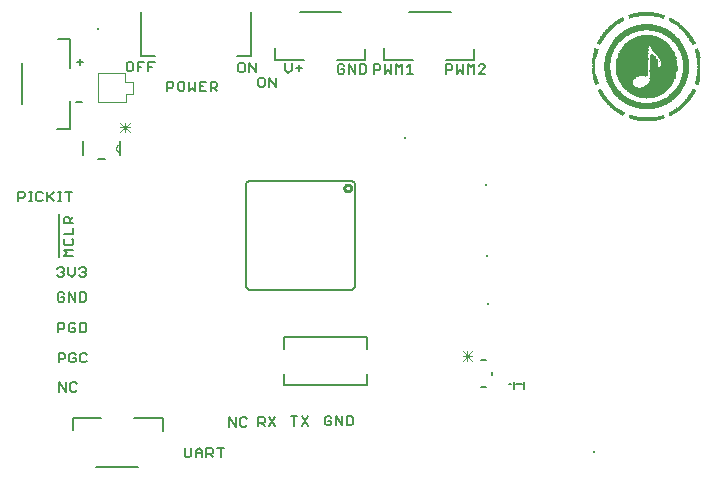
<source format=gto>
G75*
%MOIN*%
%OFA0B0*%
%FSLAX25Y25*%
%IPPOS*%
%LPD*%
%AMOC8*
5,1,8,0,0,1.08239X$1,22.5*
%
%ADD10C,0.00800*%
%ADD11R,0.00300X0.00020*%
%ADD12R,0.01800X0.00020*%
%ADD13R,0.02420X0.00020*%
%ADD14R,0.02980X0.00020*%
%ADD15R,0.03420X0.00020*%
%ADD16R,0.03840X0.00020*%
%ADD17R,0.04160X0.00020*%
%ADD18R,0.04540X0.00020*%
%ADD19R,0.04820X0.00020*%
%ADD20R,0.05100X0.00020*%
%ADD21R,0.05400X0.00020*%
%ADD22R,0.05660X0.00020*%
%ADD23R,0.05880X0.00020*%
%ADD24R,0.06140X0.00020*%
%ADD25R,0.06360X0.00020*%
%ADD26R,0.06560X0.00020*%
%ADD27R,0.06800X0.00020*%
%ADD28R,0.07000X0.00020*%
%ADD29R,0.07200X0.00020*%
%ADD30R,0.07400X0.00020*%
%ADD31R,0.07580X0.00020*%
%ADD32R,0.07760X0.00020*%
%ADD33R,0.07940X0.00020*%
%ADD34R,0.08120X0.00020*%
%ADD35R,0.08280X0.00020*%
%ADD36R,0.08460X0.00020*%
%ADD37R,0.08600X0.00020*%
%ADD38R,0.08780X0.00020*%
%ADD39R,0.08960X0.00020*%
%ADD40R,0.09080X0.00020*%
%ADD41R,0.09240X0.00020*%
%ADD42R,0.09400X0.00020*%
%ADD43R,0.09540X0.00020*%
%ADD44R,0.09680X0.00020*%
%ADD45R,0.09840X0.00020*%
%ADD46R,0.09980X0.00020*%
%ADD47R,0.10100X0.00020*%
%ADD48R,0.10240X0.00020*%
%ADD49R,0.10360X0.00020*%
%ADD50R,0.10520X0.00020*%
%ADD51R,0.10640X0.00020*%
%ADD52R,0.10760X0.00020*%
%ADD53R,0.10880X0.00020*%
%ADD54R,0.11000X0.00020*%
%ADD55R,0.11160X0.00020*%
%ADD56R,0.11260X0.00020*%
%ADD57R,0.11360X0.00020*%
%ADD58R,0.11500X0.00020*%
%ADD59R,0.11620X0.00020*%
%ADD60R,0.11700X0.00020*%
%ADD61R,0.05160X0.00020*%
%ADD62R,0.05060X0.00020*%
%ADD63R,0.04840X0.00020*%
%ADD64R,0.04720X0.00020*%
%ADD65R,0.04640X0.00020*%
%ADD66R,0.04420X0.00020*%
%ADD67R,0.04440X0.00020*%
%ADD68R,0.04200X0.00020*%
%ADD69R,0.04220X0.00020*%
%ADD70R,0.03960X0.00020*%
%ADD71R,0.04040X0.00020*%
%ADD72R,0.03800X0.00020*%
%ADD73R,0.03860X0.00020*%
%ADD74R,0.03600X0.00020*%
%ADD75R,0.03700X0.00020*%
%ADD76R,0.03460X0.00020*%
%ADD77R,0.03560X0.00020*%
%ADD78R,0.03320X0.00020*%
%ADD79R,0.03400X0.00020*%
%ADD80R,0.03160X0.00020*%
%ADD81R,0.03280X0.00020*%
%ADD82R,0.03040X0.00020*%
%ADD83R,0.03140X0.00020*%
%ADD84R,0.02900X0.00020*%
%ADD85R,0.03020X0.00020*%
%ADD86R,0.02780X0.00020*%
%ADD87R,0.02920X0.00020*%
%ADD88R,0.02660X0.00020*%
%ADD89R,0.02540X0.00020*%
%ADD90R,0.02680X0.00020*%
%ADD91R,0.02440X0.00020*%
%ADD92R,0.02560X0.00020*%
%ADD93R,0.02320X0.00020*%
%ADD94R,0.02460X0.00020*%
%ADD95R,0.02220X0.00020*%
%ADD96R,0.02380X0.00020*%
%ADD97R,0.02100X0.00020*%
%ADD98R,0.02260X0.00020*%
%ADD99R,0.02000X0.00020*%
%ADD100R,0.02160X0.00020*%
%ADD101R,0.01920X0.00020*%
%ADD102R,0.02060X0.00020*%
%ADD103R,0.01980X0.00020*%
%ADD104R,0.01720X0.00020*%
%ADD105R,0.01880X0.00020*%
%ADD106R,0.01620X0.00020*%
%ADD107R,0.01800X0.00020*%
%ADD108R,0.01540X0.00020*%
%ADD109R,0.01700X0.00020*%
%ADD110R,0.01460X0.00020*%
%ADD111R,0.01600X0.00020*%
%ADD112R,0.01360X0.00020*%
%ADD113R,0.01280X0.00020*%
%ADD114R,0.01200X0.00020*%
%ADD115R,0.01360X0.00020*%
%ADD116R,0.01120X0.00020*%
%ADD117R,0.01300X0.00020*%
%ADD118R,0.01040X0.00020*%
%ADD119R,0.01180X0.00020*%
%ADD120R,0.00960X0.00020*%
%ADD121R,0.00900X0.00020*%
%ADD122R,0.00800X0.00020*%
%ADD123R,0.00960X0.00020*%
%ADD124R,0.00720X0.00020*%
%ADD125R,0.00880X0.00020*%
%ADD126R,0.00640X0.00020*%
%ADD127R,0.00820X0.00020*%
%ADD128R,0.00580X0.00020*%
%ADD129R,0.00740X0.00020*%
%ADD130R,0.00500X0.00020*%
%ADD131R,0.00680X0.00020*%
%ADD132R,0.00420X0.00020*%
%ADD133R,0.00040X0.00020*%
%ADD134R,0.00600X0.00020*%
%ADD135R,0.00360X0.00020*%
%ADD136R,0.00100X0.00020*%
%ADD137R,0.00540X0.00020*%
%ADD138R,0.00280X0.00020*%
%ADD139R,0.00140X0.00020*%
%ADD140R,0.00460X0.00020*%
%ADD141R,0.00220X0.00020*%
%ADD142R,0.00200X0.00020*%
%ADD143R,0.00400X0.00020*%
%ADD144R,0.00140X0.00020*%
%ADD145R,0.00240X0.00020*%
%ADD146R,0.00060X0.00020*%
%ADD147R,0.00320X0.00020*%
%ADD148R,0.00260X0.00020*%
%ADD149R,0.00020X0.00020*%
%ADD150R,0.00340X0.00020*%
%ADD151R,0.00180X0.00020*%
%ADD152R,0.00380X0.00020*%
%ADD153R,0.00120X0.00020*%
%ADD154R,0.00440X0.00020*%
%ADD155R,0.00080X0.00020*%
%ADD156R,0.00480X0.00020*%
%ADD157R,0.00540X0.00020*%
%ADD158R,0.00580X0.00020*%
%ADD159R,0.00440X0.00020*%
%ADD160R,0.00720X0.00020*%
%ADD161R,0.00780X0.00020*%
%ADD162R,0.00820X0.00020*%
%ADD163R,0.00620X0.00020*%
%ADD164R,0.00660X0.00020*%
%ADD165R,0.00920X0.00020*%
%ADD166R,0.00700X0.00020*%
%ADD167R,0.00940X0.00020*%
%ADD168R,0.00760X0.00020*%
%ADD169R,0.01000X0.00020*%
%ADD170R,0.00800X0.00020*%
%ADD171R,0.01040X0.00020*%
%ADD172R,0.00860X0.00020*%
%ADD173R,0.01100X0.00020*%
%ADD174R,0.00900X0.00020*%
%ADD175R,0.01120X0.00020*%
%ADD176R,0.00920X0.00020*%
%ADD177R,0.01180X0.00020*%
%ADD178R,0.00980X0.00020*%
%ADD179R,0.01220X0.00020*%
%ADD180R,0.01020X0.00020*%
%ADD181R,0.01260X0.00020*%
%ADD182R,0.01080X0.00020*%
%ADD183R,0.01320X0.00020*%
%ADD184R,0.01120X0.00020*%
%ADD185R,0.01140X0.00020*%
%ADD186R,0.01400X0.00020*%
%ADD187R,0.01440X0.00020*%
%ADD188R,0.01240X0.00020*%
%ADD189R,0.01480X0.00020*%
%ADD190R,0.01280X0.00020*%
%ADD191R,0.01520X0.00020*%
%ADD192R,0.01320X0.00020*%
%ADD193R,0.01560X0.00020*%
%ADD194R,0.01620X0.00020*%
%ADD195R,0.01420X0.00020*%
%ADD196R,0.01660X0.00020*%
%ADD197R,0.01440X0.00020*%
%ADD198R,0.01700X0.00020*%
%ADD199R,0.01500X0.00020*%
%ADD200R,0.01740X0.00020*%
%ADD201R,0.01540X0.00020*%
%ADD202R,0.01780X0.00020*%
%ADD203R,0.01580X0.00020*%
%ADD204R,0.01820X0.00020*%
%ADD205R,0.01860X0.00020*%
%ADD206R,0.01660X0.00020*%
%ADD207R,0.01920X0.00020*%
%ADD208R,0.01720X0.00020*%
%ADD209R,0.01960X0.00020*%
%ADD210R,0.01980X0.00020*%
%ADD211R,0.01780X0.00020*%
%ADD212R,0.02020X0.00020*%
%ADD213R,0.01820X0.00020*%
%ADD214R,0.02020X0.00020*%
%ADD215R,0.01880X0.00020*%
%ADD216R,0.02040X0.00020*%
%ADD217R,0.01900X0.00020*%
%ADD218R,0.02040X0.00020*%
%ADD219R,0.00040X0.00020*%
%ADD220R,0.01940X0.00020*%
%ADD221R,0.00020X0.00020*%
%ADD222R,0.02020X0.00020*%
%ADD223R,0.02000X0.00020*%
%ADD224R,0.02020X0.00020*%
%ADD225R,0.01960X0.00020*%
%ADD226R,0.01940X0.00020*%
%ADD227R,0.00020X0.00020*%
%ADD228R,0.01940X0.00020*%
%ADD229R,0.01920X0.00020*%
%ADD230R,0.01900X0.00020*%
%ADD231R,0.00020X0.00020*%
%ADD232R,0.01860X0.00020*%
%ADD233R,0.01840X0.00020*%
%ADD234R,0.01840X0.00020*%
%ADD235R,0.01820X0.00020*%
%ADD236R,0.01840X0.00020*%
%ADD237R,0.01820X0.00020*%
%ADD238R,0.01760X0.00020*%
%ADD239R,0.00040X0.00020*%
%ADD240R,0.01680X0.00020*%
%ADD241R,0.01760X0.00020*%
%ADD242R,0.01740X0.00020*%
%ADD243R,0.01720X0.00020*%
%ADD244R,0.01720X0.00020*%
%ADD245R,0.01640X0.00020*%
%ADD246R,0.01680X0.00020*%
%ADD247R,0.01640X0.00020*%
%ADD248R,0.01620X0.00020*%
%ADD249R,0.00320X0.00020*%
%ADD250R,0.01620X0.00020*%
%ADD251R,0.02160X0.00020*%
%ADD252R,0.02640X0.00020*%
%ADD253R,0.03040X0.00020*%
%ADD254R,0.01600X0.00020*%
%ADD255R,0.03360X0.00020*%
%ADD256R,0.03720X0.00020*%
%ADD257R,0.04000X0.00020*%
%ADD258R,0.04280X0.00020*%
%ADD259R,0.04520X0.00020*%
%ADD260R,0.01580X0.00020*%
%ADD261R,0.04760X0.00020*%
%ADD262R,0.05000X0.00020*%
%ADD263R,0.05200X0.00020*%
%ADD264R,0.05440X0.00020*%
%ADD265R,0.05640X0.00020*%
%ADD266R,0.01520X0.00020*%
%ADD267R,0.01560X0.00020*%
%ADD268R,0.05800X0.00020*%
%ADD269R,0.05960X0.00020*%
%ADD270R,0.06160X0.00020*%
%ADD271R,0.06360X0.00020*%
%ADD272R,0.06520X0.00020*%
%ADD273R,0.06680X0.00020*%
%ADD274R,0.01540X0.00020*%
%ADD275R,0.06840X0.00020*%
%ADD276R,0.01540X0.00020*%
%ADD277R,0.07160X0.00020*%
%ADD278R,0.07280X0.00020*%
%ADD279R,0.07440X0.00020*%
%ADD280R,0.07600X0.00020*%
%ADD281R,0.01460X0.00020*%
%ADD282R,0.07720X0.00020*%
%ADD283R,0.01520X0.00020*%
%ADD284R,0.07880X0.00020*%
%ADD285R,0.08000X0.00020*%
%ADD286R,0.08120X0.00020*%
%ADD287R,0.01520X0.00020*%
%ADD288R,0.08240X0.00020*%
%ADD289R,0.08400X0.00020*%
%ADD290R,0.08560X0.00020*%
%ADD291R,0.08680X0.00020*%
%ADD292R,0.01500X0.00020*%
%ADD293R,0.08800X0.00020*%
%ADD294R,0.00100X0.00020*%
%ADD295R,0.08880X0.00020*%
%ADD296R,0.09040X0.00020*%
%ADD297R,0.09120X0.00020*%
%ADD298R,0.01480X0.00020*%
%ADD299R,0.09360X0.00020*%
%ADD300R,0.09480X0.00020*%
%ADD301R,0.09600X0.00020*%
%ADD302R,0.09800X0.00020*%
%ADD303R,0.09920X0.00020*%
%ADD304R,0.10000X0.00020*%
%ADD305R,0.10120X0.00020*%
%ADD306R,0.10240X0.00020*%
%ADD307R,0.10320X0.00020*%
%ADD308R,0.10440X0.00020*%
%ADD309R,0.10520X0.00020*%
%ADD310R,0.10600X0.00020*%
%ADD311R,0.10720X0.00020*%
%ADD312R,0.10800X0.00020*%
%ADD313R,0.10920X0.00020*%
%ADD314R,0.01440X0.00020*%
%ADD315R,0.00060X0.00020*%
%ADD316R,0.10960X0.00020*%
%ADD317R,0.11200X0.00020*%
%ADD318R,0.11280X0.00020*%
%ADD319R,0.01440X0.00020*%
%ADD320R,0.11360X0.00020*%
%ADD321R,0.11440X0.00020*%
%ADD322R,0.01420X0.00020*%
%ADD323R,0.11560X0.00020*%
%ADD324R,0.01400X0.00020*%
%ADD325R,0.11640X0.00020*%
%ADD326R,0.11720X0.00020*%
%ADD327R,0.11800X0.00020*%
%ADD328R,0.01420X0.00020*%
%ADD329R,0.11880X0.00020*%
%ADD330R,0.12000X0.00020*%
%ADD331R,0.12080X0.00020*%
%ADD332R,0.12160X0.00020*%
%ADD333R,0.12240X0.00020*%
%ADD334R,0.12320X0.00020*%
%ADD335R,0.01340X0.00020*%
%ADD336R,0.12400X0.00020*%
%ADD337R,0.12480X0.00020*%
%ADD338R,0.12560X0.00020*%
%ADD339R,0.12640X0.00020*%
%ADD340R,0.01380X0.00020*%
%ADD341R,0.12720X0.00020*%
%ADD342R,0.12800X0.00020*%
%ADD343R,0.01380X0.00020*%
%ADD344R,0.12880X0.00020*%
%ADD345R,0.12960X0.00020*%
%ADD346R,0.00040X0.00020*%
%ADD347R,0.01320X0.00020*%
%ADD348R,0.13040X0.00020*%
%ADD349R,0.13120X0.00020*%
%ADD350R,0.13200X0.00020*%
%ADD351R,0.13240X0.00020*%
%ADD352R,0.13320X0.00020*%
%ADD353R,0.13400X0.00020*%
%ADD354R,0.13480X0.00020*%
%ADD355R,0.13560X0.00020*%
%ADD356R,0.13600X0.00020*%
%ADD357R,0.13680X0.00020*%
%ADD358R,0.06200X0.00020*%
%ADD359R,0.05760X0.00020*%
%ADD360R,0.05600X0.00020*%
%ADD361R,0.05460X0.00020*%
%ADD362R,0.05360X0.00020*%
%ADD363R,0.05240X0.00020*%
%ADD364R,0.05240X0.00020*%
%ADD365R,0.05140X0.00020*%
%ADD366R,0.05080X0.00020*%
%ADD367R,0.01340X0.00020*%
%ADD368R,0.04900X0.00020*%
%ADD369R,0.04860X0.00020*%
%ADD370R,0.04720X0.00020*%
%ADD371R,0.04720X0.00020*%
%ADD372R,0.01340X0.00020*%
%ADD373R,0.04700X0.00020*%
%ADD374R,0.04660X0.00020*%
%ADD375R,0.04600X0.00020*%
%ADD376R,0.04560X0.00020*%
%ADD377R,0.00180X0.00020*%
%ADD378R,0.04300X0.00020*%
%ADD379R,0.01320X0.00020*%
%ADD380R,0.04440X0.00020*%
%ADD381R,0.04420X0.00020*%
%ADD382R,0.04420X0.00020*%
%ADD383R,0.04360X0.00020*%
%ADD384R,0.04320X0.00020*%
%ADD385R,0.04320X0.00020*%
%ADD386R,0.04280X0.00020*%
%ADD387R,0.04240X0.00020*%
%ADD388R,0.04220X0.00020*%
%ADD389R,0.04220X0.00020*%
%ADD390R,0.04160X0.00020*%
%ADD391R,0.04120X0.00020*%
%ADD392R,0.04120X0.00020*%
%ADD393R,0.04100X0.00020*%
%ADD394R,0.01300X0.00020*%
%ADD395R,0.01340X0.00020*%
%ADD396R,0.04080X0.00020*%
%ADD397R,0.04020X0.00020*%
%ADD398R,0.03960X0.00020*%
%ADD399R,0.03880X0.00020*%
%ADD400R,0.03900X0.00020*%
%ADD401R,0.03880X0.00020*%
%ADD402R,0.03860X0.00020*%
%ADD403R,0.03820X0.00020*%
%ADD404R,0.03820X0.00020*%
%ADD405R,0.01260X0.00020*%
%ADD406R,0.03800X0.00020*%
%ADD407R,0.03780X0.00020*%
%ADD408R,0.03760X0.00020*%
%ADD409R,0.03720X0.00020*%
%ADD410R,0.03720X0.00020*%
%ADD411R,0.03700X0.00020*%
%ADD412R,0.03660X0.00020*%
%ADD413R,0.03660X0.00020*%
%ADD414R,0.01160X0.00020*%
%ADD415R,0.00120X0.00020*%
%ADD416R,0.03620X0.00020*%
%ADD417R,0.03620X0.00020*%
%ADD418R,0.03620X0.00020*%
%ADD419R,0.03620X0.00020*%
%ADD420R,0.03580X0.00020*%
%ADD421R,0.03520X0.00020*%
%ADD422R,0.03520X0.00020*%
%ADD423R,0.03520X0.00020*%
%ADD424R,0.03520X0.00020*%
%ADD425R,0.03500X0.00020*%
%ADD426R,0.03380X0.00020*%
%ADD427R,0.03440X0.00020*%
%ADD428R,0.03440X0.00020*%
%ADD429R,0.03420X0.00020*%
%ADD430R,0.03400X0.00020*%
%ADD431R,0.03360X0.00020*%
%ADD432R,0.03340X0.00020*%
%ADD433R,0.03340X0.00020*%
%ADD434R,0.01200X0.00020*%
%ADD435R,0.03320X0.00020*%
%ADD436R,0.01240X0.00020*%
%ADD437R,0.03300X0.00020*%
%ADD438R,0.01220X0.00020*%
%ADD439R,0.03260X0.00020*%
%ADD440R,0.03240X0.00020*%
%ADD441R,0.01240X0.00020*%
%ADD442R,0.03220X0.00020*%
%ADD443R,0.03220X0.00020*%
%ADD444R,0.01240X0.00020*%
%ADD445R,0.03240X0.00020*%
%ADD446R,0.03220X0.00020*%
%ADD447R,0.03220X0.00020*%
%ADD448R,0.03200X0.00020*%
%ADD449R,0.01160X0.00020*%
%ADD450R,0.03180X0.00020*%
%ADD451R,0.03160X0.00020*%
%ADD452R,0.03140X0.00020*%
%ADD453R,0.03120X0.00020*%
%ADD454R,0.03120X0.00020*%
%ADD455R,0.03120X0.00020*%
%ADD456R,0.03100X0.00020*%
%ADD457R,0.01220X0.00020*%
%ADD458R,0.03100X0.00020*%
%ADD459R,0.03080X0.00020*%
%ADD460R,0.03060X0.00020*%
%ADD461R,0.03060X0.00020*%
%ADD462R,0.03040X0.00020*%
%ADD463R,0.01220X0.00020*%
%ADD464R,0.03020X0.00020*%
%ADD465R,0.03020X0.00020*%
%ADD466R,0.03000X0.00020*%
%ADD467R,0.02960X0.00020*%
%ADD468R,0.02940X0.00020*%
%ADD469R,0.02940X0.00020*%
%ADD470R,0.02940X0.00020*%
%ADD471R,0.02920X0.00020*%
%ADD472R,0.02920X0.00020*%
%ADD473R,0.02220X0.00020*%
%ADD474R,0.02920X0.00020*%
%ADD475R,0.02500X0.00020*%
%ADD476R,0.02840X0.00020*%
%ADD477R,0.02900X0.00020*%
%ADD478R,0.02880X0.00020*%
%ADD479R,0.02860X0.00020*%
%ADD480R,0.02860X0.00020*%
%ADD481R,0.04180X0.00020*%
%ADD482R,0.02840X0.00020*%
%ADD483R,0.04540X0.00020*%
%ADD484R,0.02840X0.00020*%
%ADD485R,0.02820X0.00020*%
%ADD486R,0.02820X0.00020*%
%ADD487R,0.02820X0.00020*%
%ADD488R,0.04860X0.00020*%
%ADD489R,0.02820X0.00020*%
%ADD490R,0.02800X0.00020*%
%ADD491R,0.05180X0.00020*%
%ADD492R,0.05340X0.00020*%
%ADD493R,0.05600X0.00020*%
%ADD494R,0.02760X0.00020*%
%ADD495R,0.05740X0.00020*%
%ADD496R,0.02760X0.00020*%
%ADD497R,0.05860X0.00020*%
%ADD498R,0.06000X0.00020*%
%ADD499R,0.02740X0.00020*%
%ADD500R,0.06260X0.00020*%
%ADD501R,0.02740X0.00020*%
%ADD502R,0.02740X0.00020*%
%ADD503R,0.06500X0.00020*%
%ADD504R,0.02720X0.00020*%
%ADD505R,0.06620X0.00020*%
%ADD506R,0.02720X0.00020*%
%ADD507R,0.06720X0.00020*%
%ADD508R,0.01140X0.00020*%
%ADD509R,0.02720X0.00020*%
%ADD510R,0.06820X0.00020*%
%ADD511R,0.02720X0.00020*%
%ADD512R,0.06940X0.00020*%
%ADD513R,0.02700X0.00020*%
%ADD514R,0.07060X0.00020*%
%ADD515R,0.07140X0.00020*%
%ADD516R,0.00080X0.00020*%
%ADD517R,0.07260X0.00020*%
%ADD518R,0.02660X0.00020*%
%ADD519R,0.07360X0.00020*%
%ADD520R,0.01100X0.00020*%
%ADD521R,0.07460X0.00020*%
%ADD522R,0.07540X0.00020*%
%ADD523R,0.02640X0.00020*%
%ADD524R,0.07660X0.00020*%
%ADD525R,0.02620X0.00020*%
%ADD526R,0.07740X0.00020*%
%ADD527R,0.02620X0.00020*%
%ADD528R,0.02620X0.00020*%
%ADD529R,0.07860X0.00020*%
%ADD530R,0.02620X0.00020*%
%ADD531R,0.07940X0.00020*%
%ADD532R,0.08020X0.00020*%
%ADD533R,0.08140X0.00020*%
%ADD534R,0.08220X0.00020*%
%ADD535R,0.02600X0.00020*%
%ADD536R,0.08300X0.00020*%
%ADD537R,0.02600X0.00020*%
%ADD538R,0.08380X0.00020*%
%ADD539R,0.08460X0.00020*%
%ADD540R,0.02580X0.00020*%
%ADD541R,0.08540X0.00020*%
%ADD542R,0.08660X0.00020*%
%ADD543R,0.02560X0.00020*%
%ADD544R,0.08720X0.00020*%
%ADD545R,0.02520X0.00020*%
%ADD546R,0.08800X0.00020*%
%ADD547R,0.02520X0.00020*%
%ADD548R,0.08880X0.00020*%
%ADD549R,0.08980X0.00020*%
%ADD550R,0.09060X0.00020*%
%ADD551R,0.09140X0.00020*%
%ADD552R,0.02540X0.00020*%
%ADD553R,0.02540X0.00020*%
%ADD554R,0.09180X0.00020*%
%ADD555R,0.09280X0.00020*%
%ADD556R,0.02480X0.00020*%
%ADD557R,0.09340X0.00020*%
%ADD558R,0.09420X0.00020*%
%ADD559R,0.02520X0.00020*%
%ADD560R,0.09500X0.00020*%
%ADD561R,0.09580X0.00020*%
%ADD562R,0.02500X0.00020*%
%ADD563R,0.09660X0.00020*%
%ADD564R,0.09740X0.00020*%
%ADD565R,0.09780X0.00020*%
%ADD566R,0.02480X0.00020*%
%ADD567R,0.09860X0.00020*%
%ADD568R,0.09940X0.00020*%
%ADD569R,0.10000X0.00020*%
%ADD570R,0.02460X0.00020*%
%ADD571R,0.10060X0.00020*%
%ADD572R,0.01140X0.00020*%
%ADD573R,0.10140X0.00020*%
%ADD574R,0.10220X0.00020*%
%ADD575R,0.10340X0.00020*%
%ADD576R,0.10420X0.00020*%
%ADD577R,0.02440X0.00020*%
%ADD578R,0.10480X0.00020*%
%ADD579R,0.02440X0.00020*%
%ADD580R,0.10540X0.00020*%
%ADD581R,0.10620X0.00020*%
%ADD582R,0.02440X0.00020*%
%ADD583R,0.10660X0.00020*%
%ADD584R,0.01140X0.00020*%
%ADD585R,0.02420X0.00020*%
%ADD586R,0.10740X0.00020*%
%ADD587R,0.02420X0.00020*%
%ADD588R,0.10780X0.00020*%
%ADD589R,0.01020X0.00020*%
%ADD590R,0.02420X0.00020*%
%ADD591R,0.10860X0.00020*%
%ADD592R,0.10900X0.00020*%
%ADD593R,0.10980X0.00020*%
%ADD594R,0.11040X0.00020*%
%ADD595R,0.11100X0.00020*%
%ADD596R,0.02380X0.00020*%
%ADD597R,0.11220X0.00020*%
%ADD598R,0.11280X0.00020*%
%ADD599R,0.02400X0.00020*%
%ADD600R,0.11340X0.00020*%
%ADD601R,0.11400X0.00020*%
%ADD602R,0.11460X0.00020*%
%ADD603R,0.02360X0.00020*%
%ADD604R,0.11500X0.00020*%
%ADD605R,0.01120X0.00020*%
%ADD606R,0.02360X0.00020*%
%ADD607R,0.11580X0.00020*%
%ADD608R,0.02340X0.00020*%
%ADD609R,0.11680X0.00020*%
%ADD610R,0.02340X0.00020*%
%ADD611R,0.11740X0.00020*%
%ADD612R,0.11780X0.00020*%
%ADD613R,0.02340X0.00020*%
%ADD614R,0.11860X0.00020*%
%ADD615R,0.11900X0.00020*%
%ADD616R,0.02340X0.00020*%
%ADD617R,0.11940X0.00020*%
%ADD618R,0.12020X0.00020*%
%ADD619R,0.12060X0.00020*%
%ADD620R,0.02320X0.00020*%
%ADD621R,0.12140X0.00020*%
%ADD622R,0.02320X0.00020*%
%ADD623R,0.12180X0.00020*%
%ADD624R,0.02320X0.00020*%
%ADD625R,0.12220X0.00020*%
%ADD626R,0.12260X0.00020*%
%ADD627R,0.02300X0.00020*%
%ADD628R,0.12340X0.00020*%
%ADD629R,0.02300X0.00020*%
%ADD630R,0.12380X0.00020*%
%ADD631R,0.02260X0.00020*%
%ADD632R,0.12420X0.00020*%
%ADD633R,0.12460X0.00020*%
%ADD634R,0.02280X0.00020*%
%ADD635R,0.12540X0.00020*%
%ADD636R,0.12380X0.00020*%
%ADD637R,0.12620X0.00020*%
%ADD638R,0.02280X0.00020*%
%ADD639R,0.12660X0.00020*%
%ADD640R,0.12700X0.00020*%
%ADD641R,0.12780X0.00020*%
%ADD642R,0.12820X0.00020*%
%ADD643R,0.12860X0.00020*%
%ADD644R,0.12940X0.00020*%
%ADD645R,0.12980X0.00020*%
%ADD646R,0.13020X0.00020*%
%ADD647R,0.13060X0.00020*%
%ADD648R,0.13100X0.00020*%
%ADD649R,0.02240X0.00020*%
%ADD650R,0.13140X0.00020*%
%ADD651R,0.02240X0.00020*%
%ADD652R,0.13220X0.00020*%
%ADD653R,0.02240X0.00020*%
%ADD654R,0.13260X0.00020*%
%ADD655R,0.02240X0.00020*%
%ADD656R,0.01080X0.00020*%
%ADD657R,0.13300X0.00020*%
%ADD658R,0.02200X0.00020*%
%ADD659R,0.13340X0.00020*%
%ADD660R,0.13380X0.00020*%
%ADD661R,0.13420X0.00020*%
%ADD662R,0.13460X0.00020*%
%ADD663R,0.02220X0.00020*%
%ADD664R,0.02220X0.00020*%
%ADD665R,0.13520X0.00020*%
%ADD666R,0.01000X0.00020*%
%ADD667R,0.13580X0.00020*%
%ADD668R,0.00940X0.00020*%
%ADD669R,0.13620X0.00020*%
%ADD670R,0.13660X0.00020*%
%ADD671R,0.13700X0.00020*%
%ADD672R,0.02200X0.00020*%
%ADD673R,0.13740X0.00020*%
%ADD674R,0.13780X0.00020*%
%ADD675R,0.00620X0.00020*%
%ADD676R,0.13820X0.00020*%
%ADD677R,0.00560X0.00020*%
%ADD678R,0.13860X0.00020*%
%ADD679R,0.00500X0.00020*%
%ADD680R,0.00540X0.00020*%
%ADD681R,0.13900X0.00020*%
%ADD682R,0.00440X0.00020*%
%ADD683R,0.02180X0.00020*%
%ADD684R,0.13940X0.00020*%
%ADD685R,0.00360X0.00020*%
%ADD686R,0.00420X0.00020*%
%ADD687R,0.02180X0.00020*%
%ADD688R,0.13980X0.00020*%
%ADD689R,0.00340X0.00020*%
%ADD690R,0.13960X0.00020*%
%ADD691R,0.00260X0.00020*%
%ADD692R,0.14060X0.00020*%
%ADD693R,0.14100X0.00020*%
%ADD694R,0.14140X0.00020*%
%ADD695R,0.00120X0.00020*%
%ADD696R,0.14180X0.00020*%
%ADD697R,0.14240X0.00020*%
%ADD698R,0.14260X0.00020*%
%ADD699R,0.14300X0.00020*%
%ADD700R,0.14340X0.00020*%
%ADD701R,0.14400X0.00020*%
%ADD702R,0.14440X0.00020*%
%ADD703R,0.02140X0.00020*%
%ADD704R,0.14460X0.00020*%
%ADD705R,0.02140X0.00020*%
%ADD706R,0.14500X0.00020*%
%ADD707R,0.02140X0.00020*%
%ADD708R,0.14540X0.00020*%
%ADD709R,0.14580X0.00020*%
%ADD710R,0.14620X0.00020*%
%ADD711R,0.14660X0.00020*%
%ADD712R,0.14700X0.00020*%
%ADD713R,0.14740X0.00020*%
%ADD714R,0.02120X0.00020*%
%ADD715R,0.14780X0.00020*%
%ADD716R,0.02120X0.00020*%
%ADD717R,0.02120X0.00020*%
%ADD718R,0.14820X0.00020*%
%ADD719R,0.14860X0.00020*%
%ADD720R,0.02140X0.00020*%
%ADD721R,0.14900X0.00020*%
%ADD722R,0.09860X0.00020*%
%ADD723R,0.02120X0.00020*%
%ADD724R,0.02100X0.00020*%
%ADD725R,0.04660X0.00020*%
%ADD726R,0.09580X0.00020*%
%ADD727R,0.04460X0.00020*%
%ADD728R,0.09360X0.00020*%
%ADD729R,0.04400X0.00020*%
%ADD730R,0.09300X0.00020*%
%ADD731R,0.04300X0.00020*%
%ADD732R,0.04200X0.00020*%
%ADD733R,0.09180X0.00020*%
%ADD734R,0.09140X0.00020*%
%ADD735R,0.04100X0.00020*%
%ADD736R,0.09080X0.00020*%
%ADD737R,0.04080X0.00020*%
%ADD738R,0.04060X0.00020*%
%ADD739R,0.09020X0.00020*%
%ADD740R,0.08980X0.00020*%
%ADD741R,0.03980X0.00020*%
%ADD742R,0.08920X0.00020*%
%ADD743R,0.02080X0.00020*%
%ADD744R,0.03940X0.00020*%
%ADD745R,0.08900X0.00020*%
%ADD746R,0.08860X0.00020*%
%ADD747R,0.08860X0.00020*%
%ADD748R,0.02080X0.00020*%
%ADD749R,0.03900X0.00020*%
%ADD750R,0.08780X0.00020*%
%ADD751R,0.08760X0.00020*%
%ADD752R,0.03840X0.00020*%
%ADD753R,0.08720X0.00020*%
%ADD754R,0.03820X0.00020*%
%ADD755R,0.08700X0.00020*%
%ADD756R,0.08640X0.00020*%
%ADD757R,0.02060X0.00020*%
%ADD758R,0.03780X0.00020*%
%ADD759R,0.08620X0.00020*%
%ADD760R,0.08600X0.00020*%
%ADD761R,0.08580X0.00020*%
%ADD762R,0.03740X0.00020*%
%ADD763R,0.03740X0.00020*%
%ADD764R,0.08520X0.00020*%
%ADD765R,0.08520X0.00020*%
%ADD766R,0.03740X0.00020*%
%ADD767R,0.08500X0.00020*%
%ADD768R,0.02040X0.00020*%
%ADD769R,0.03720X0.00020*%
%ADD770R,0.08400X0.00020*%
%ADD771R,0.08440X0.00020*%
%ADD772R,0.03740X0.00020*%
%ADD773R,0.08420X0.00020*%
%ADD774R,0.08360X0.00020*%
%ADD775R,0.08360X0.00020*%
%ADD776R,0.08340X0.00020*%
%ADD777R,0.08300X0.00020*%
%ADD778R,0.08260X0.00020*%
%ADD779R,0.08240X0.00020*%
%ADD780R,0.08240X0.00020*%
%ADD781R,0.08200X0.00020*%
%ADD782R,0.08200X0.00020*%
%ADD783R,0.08180X0.00020*%
%ADD784R,0.08160X0.00020*%
%ADD785R,0.08100X0.00020*%
%ADD786R,0.08120X0.00020*%
%ADD787R,0.08080X0.00020*%
%ADD788R,0.00120X0.00020*%
%ADD789R,0.00160X0.00020*%
%ADD790R,0.08100X0.00020*%
%ADD791R,0.00220X0.00020*%
%ADD792R,0.08080X0.00020*%
%ADD793R,0.00280X0.00020*%
%ADD794R,0.08060X0.00020*%
%ADD795R,0.00340X0.00020*%
%ADD796R,0.03840X0.00020*%
%ADD797R,0.03840X0.00020*%
%ADD798R,0.08060X0.00020*%
%ADD799R,0.00440X0.00020*%
%ADD800R,0.08040X0.00020*%
%ADD801R,0.00480X0.00020*%
%ADD802R,0.08040X0.00020*%
%ADD803R,0.00560X0.00020*%
%ADD804R,0.08020X0.00020*%
%ADD805R,0.00600X0.00020*%
%ADD806R,0.08020X0.00020*%
%ADD807R,0.00660X0.00020*%
%ADD808R,0.08020X0.00020*%
%ADD809R,0.00720X0.00020*%
%ADD810R,0.00780X0.00020*%
%ADD811R,0.03920X0.00020*%
%ADD812R,0.08000X0.00020*%
%ADD813R,0.00840X0.00020*%
%ADD814R,0.00820X0.00020*%
%ADD815R,0.07980X0.00020*%
%ADD816R,0.01040X0.00020*%
%ADD817R,0.03980X0.00020*%
%ADD818R,0.07980X0.00020*%
%ADD819R,0.01040X0.00020*%
%ADD820R,0.04000X0.00020*%
%ADD821R,0.01020X0.00020*%
%ADD822R,0.01060X0.00020*%
%ADD823R,0.04040X0.00020*%
%ADD824R,0.07960X0.00020*%
%ADD825R,0.07960X0.00020*%
%ADD826R,0.01940X0.00020*%
%ADD827R,0.04140X0.00020*%
%ADD828R,0.01020X0.00020*%
%ADD829R,0.04220X0.00020*%
%ADD830R,0.04240X0.00020*%
%ADD831R,0.04260X0.00020*%
%ADD832R,0.04340X0.00020*%
%ADD833R,0.01920X0.00020*%
%ADD834R,0.04340X0.00020*%
%ADD835R,0.04400X0.00020*%
%ADD836R,0.04440X0.00020*%
%ADD837R,0.04460X0.00020*%
%ADD838R,0.04500X0.00020*%
%ADD839R,0.04520X0.00020*%
%ADD840R,0.04540X0.00020*%
%ADD841R,0.08040X0.00020*%
%ADD842R,0.04580X0.00020*%
%ADD843R,0.08040X0.00020*%
%ADD844R,0.04620X0.00020*%
%ADD845R,0.04680X0.00020*%
%ADD846R,0.04700X0.00020*%
%ADD847R,0.04740X0.00020*%
%ADD848R,0.04740X0.00020*%
%ADD849R,0.04780X0.00020*%
%ADD850R,0.04780X0.00020*%
%ADD851R,0.04820X0.00020*%
%ADD852R,0.08140X0.00020*%
%ADD853R,0.04840X0.00020*%
%ADD854R,0.04880X0.00020*%
%ADD855R,0.04880X0.00020*%
%ADD856R,0.08160X0.00020*%
%ADD857R,0.04920X0.00020*%
%ADD858R,0.08180X0.00020*%
%ADD859R,0.04920X0.00020*%
%ADD860R,0.04960X0.00020*%
%ADD861R,0.04980X0.00020*%
%ADD862R,0.04980X0.00020*%
%ADD863R,0.08220X0.00020*%
%ADD864R,0.05020X0.00020*%
%ADD865R,0.08220X0.00020*%
%ADD866R,0.05020X0.00020*%
%ADD867R,0.05120X0.00020*%
%ADD868R,0.05120X0.00020*%
%ADD869R,0.08260X0.00020*%
%ADD870R,0.05160X0.00020*%
%ADD871R,0.08280X0.00020*%
%ADD872R,0.05180X0.00020*%
%ADD873R,0.05220X0.00020*%
%ADD874R,0.05280X0.00020*%
%ADD875R,0.08320X0.00020*%
%ADD876R,0.05300X0.00020*%
%ADD877R,0.08320X0.00020*%
%ADD878R,0.05340X0.00020*%
%ADD879R,0.08340X0.00020*%
%ADD880R,0.05380X0.00020*%
%ADD881R,0.05400X0.00020*%
%ADD882R,0.05420X0.00020*%
%ADD883R,0.05480X0.00020*%
%ADD884R,0.08380X0.00020*%
%ADD885R,0.05500X0.00020*%
%ADD886R,0.05540X0.00020*%
%ADD887R,0.05560X0.00020*%
%ADD888R,0.05620X0.00020*%
%ADD889R,0.08420X0.00020*%
%ADD890R,0.08420X0.00020*%
%ADD891R,0.05680X0.00020*%
%ADD892R,0.05700X0.00020*%
%ADD893R,0.08440X0.00020*%
%ADD894R,0.05780X0.00020*%
%ADD895R,0.05800X0.00020*%
%ADD896R,0.05840X0.00020*%
%ADD897R,0.08480X0.00020*%
%ADD898R,0.05860X0.00020*%
%ADD899R,0.08480X0.00020*%
%ADD900R,0.05900X0.00020*%
%ADD901R,0.05940X0.00020*%
%ADD902R,0.08500X0.00020*%
%ADD903R,0.01840X0.00020*%
%ADD904R,0.06020X0.00020*%
%ADD905R,0.08520X0.00020*%
%ADD906R,0.06040X0.00020*%
%ADD907R,0.06080X0.00020*%
%ADD908R,0.06120X0.00020*%
%ADD909R,0.08540X0.00020*%
%ADD910R,0.06180X0.00020*%
%ADD911R,0.06240X0.00020*%
%ADD912R,0.06280X0.00020*%
%ADD913R,0.06320X0.00020*%
%ADD914R,0.08560X0.00020*%
%ADD915R,0.06400X0.00020*%
%ADD916R,0.08580X0.00020*%
%ADD917R,0.06460X0.00020*%
%ADD918R,0.06500X0.00020*%
%ADD919R,0.06560X0.00020*%
%ADD920R,0.06600X0.00020*%
%ADD921R,0.06620X0.00020*%
%ADD922R,0.06680X0.00020*%
%ADD923R,0.08620X0.00020*%
%ADD924R,0.06780X0.00020*%
%ADD925R,0.08640X0.00020*%
%ADD926R,0.06860X0.00020*%
%ADD927R,0.00980X0.00020*%
%ADD928R,0.06920X0.00020*%
%ADD929R,0.06980X0.00020*%
%ADD930R,0.07040X0.00020*%
%ADD931R,0.08660X0.00020*%
%ADD932R,0.07120X0.00020*%
%ADD933R,0.00240X0.00020*%
%ADD934R,0.07160X0.00020*%
%ADD935R,0.08680X0.00020*%
%ADD936R,0.00520X0.00020*%
%ADD937R,0.00640X0.00020*%
%ADD938R,0.00740X0.00020*%
%ADD939R,0.07620X0.00020*%
%ADD940R,0.08700X0.00020*%
%ADD941R,0.07680X0.00020*%
%ADD942R,0.07840X0.00020*%
%ADD943R,0.10080X0.00020*%
%ADD944R,0.08720X0.00020*%
%ADD945R,0.10120X0.00020*%
%ADD946R,0.10160X0.00020*%
%ADD947R,0.08740X0.00020*%
%ADD948R,0.10160X0.00020*%
%ADD949R,0.08740X0.00020*%
%ADD950R,0.10200X0.00020*%
%ADD951R,0.10200X0.00020*%
%ADD952R,0.08760X0.00020*%
%ADD953R,0.10220X0.00020*%
%ADD954R,0.10260X0.00020*%
%ADD955R,0.10280X0.00020*%
%ADD956R,0.10280X0.00020*%
%ADD957R,0.10300X0.00020*%
%ADD958R,0.08820X0.00020*%
%ADD959R,0.10320X0.00020*%
%ADD960R,0.08820X0.00020*%
%ADD961R,0.10320X0.00020*%
%ADD962R,0.08840X0.00020*%
%ADD963R,0.10340X0.00020*%
%ADD964R,0.08840X0.00020*%
%ADD965R,0.10360X0.00020*%
%ADD966R,0.10380X0.00020*%
%ADD967R,0.10380X0.00020*%
%ADD968R,0.10400X0.00020*%
%ADD969R,0.10400X0.00020*%
%ADD970R,0.10440X0.00020*%
%ADD971R,0.08900X0.00020*%
%ADD972R,0.10460X0.00020*%
%ADD973R,0.08920X0.00020*%
%ADD974R,0.10460X0.00020*%
%ADD975R,0.08920X0.00020*%
%ADD976R,0.08940X0.00020*%
%ADD977R,0.10480X0.00020*%
%ADD978R,0.08940X0.00020*%
%ADD979R,0.10500X0.00020*%
%ADD980R,0.08960X0.00020*%
%ADD981R,0.10500X0.00020*%
%ADD982R,0.10520X0.00020*%
%ADD983R,0.10520X0.00020*%
%ADD984R,0.10540X0.00020*%
%ADD985R,0.09000X0.00020*%
%ADD986R,0.09000X0.00020*%
%ADD987R,0.10560X0.00020*%
%ADD988R,0.09020X0.00020*%
%ADD989R,0.10560X0.00020*%
%ADD990R,0.09020X0.00020*%
%ADD991R,0.10580X0.00020*%
%ADD992R,0.10580X0.00020*%
%ADD993R,0.09040X0.00020*%
%ADD994R,0.09060X0.00020*%
%ADD995R,0.10600X0.00020*%
%ADD996R,0.10620X0.00020*%
%ADD997R,0.10640X0.00020*%
%ADD998R,0.10660X0.00020*%
%ADD999R,0.05980X0.00020*%
%ADD1000R,0.05920X0.00020*%
%ADD1001R,0.03000X0.00020*%
%ADD1002R,0.05880X0.00020*%
%ADD1003R,0.02980X0.00020*%
%ADD1004R,0.05840X0.00020*%
%ADD1005R,0.02960X0.00020*%
%ADD1006R,0.05820X0.00020*%
%ADD1007R,0.05780X0.00020*%
%ADD1008R,0.05760X0.00020*%
%ADD1009R,0.02880X0.00020*%
%ADD1010R,0.05740X0.00020*%
%ADD1011R,0.10680X0.00020*%
%ADD1012R,0.10680X0.00020*%
%ADD1013R,0.05740X0.00020*%
%ADD1014R,0.05720X0.00020*%
%ADD1015R,0.05720X0.00020*%
%ADD1016R,0.05700X0.00020*%
%ADD1017R,0.05680X0.00020*%
%ADD1018R,0.05660X0.00020*%
%ADD1019R,0.05640X0.00020*%
%ADD1020R,0.05640X0.00020*%
%ADD1021R,0.05620X0.00020*%
%ADD1022R,0.05580X0.00020*%
%ADD1023R,0.05580X0.00020*%
%ADD1024R,0.05560X0.00020*%
%ADD1025R,0.05540X0.00020*%
%ADD1026R,0.05520X0.00020*%
%ADD1027R,0.05520X0.00020*%
%ADD1028R,0.10640X0.00020*%
%ADD1029R,0.10640X0.00020*%
%ADD1030R,0.05500X0.00020*%
%ADD1031R,0.05480X0.00020*%
%ADD1032R,0.10620X0.00020*%
%ADD1033R,0.10620X0.00020*%
%ADD1034R,0.02800X0.00020*%
%ADD1035R,0.02780X0.00020*%
%ADD1036R,0.05460X0.00020*%
%ADD1037R,0.05440X0.00020*%
%ADD1038R,0.02700X0.00020*%
%ADD1039R,0.02680X0.00020*%
%ADD1040R,0.02640X0.00020*%
%ADD1041R,0.10540X0.00020*%
%ADD1042R,0.05420X0.00020*%
%ADD1043R,0.10540X0.00020*%
%ADD1044R,0.02580X0.00020*%
%ADD1045R,0.02520X0.00020*%
%ADD1046R,0.10440X0.00020*%
%ADD1047R,0.10440X0.00020*%
%ADD1048R,0.05520X0.00020*%
%ADD1049R,0.02400X0.00020*%
%ADD1050R,0.05520X0.00020*%
%ADD1051R,0.10420X0.00020*%
%ADD1052R,0.10420X0.00020*%
%ADD1053R,0.05620X0.00020*%
%ADD1054R,0.05640X0.00020*%
%ADD1055R,0.02040X0.00020*%
%ADD1056R,0.10300X0.00020*%
%ADD1057R,0.05720X0.00020*%
%ADD1058R,0.05720X0.00020*%
%ADD1059R,0.10260X0.00020*%
%ADD1060R,0.10220X0.00020*%
%ADD1061R,0.01740X0.00020*%
%ADD1062R,0.01640X0.00020*%
%ADD1063R,0.10180X0.00020*%
%ADD1064R,0.10180X0.00020*%
%ADD1065R,0.05840X0.00020*%
%ADD1066R,0.05840X0.00020*%
%ADD1067R,0.10120X0.00020*%
%ADD1068R,0.05920X0.00020*%
%ADD1069R,0.05940X0.00020*%
%ADD1070R,0.05940X0.00020*%
%ADD1071R,0.10100X0.00020*%
%ADD1072R,0.05940X0.00020*%
%ADD1073R,0.05960X0.00020*%
%ADD1074R,0.10080X0.00020*%
%ADD1075R,0.05980X0.00020*%
%ADD1076R,0.10060X0.00020*%
%ADD1077R,0.10040X0.00020*%
%ADD1078R,0.10040X0.00020*%
%ADD1079R,0.10020X0.00020*%
%ADD1080R,0.06020X0.00020*%
%ADD1081R,0.10020X0.00020*%
%ADD1082R,0.06020X0.00020*%
%ADD1083R,0.06040X0.00020*%
%ADD1084R,0.06060X0.00020*%
%ADD1085R,0.09980X0.00020*%
%ADD1086R,0.00920X0.00020*%
%ADD1087R,0.06060X0.00020*%
%ADD1088R,0.09960X0.00020*%
%ADD1089R,0.06080X0.00020*%
%ADD1090R,0.09960X0.00020*%
%ADD1091R,0.06100X0.00020*%
%ADD1092R,0.00700X0.00020*%
%ADD1093R,0.06120X0.00020*%
%ADD1094R,0.09940X0.00020*%
%ADD1095R,0.06100X0.00020*%
%ADD1096R,0.06120X0.00020*%
%ADD1097R,0.09920X0.00020*%
%ADD1098R,0.09920X0.00020*%
%ADD1099R,0.06160X0.00020*%
%ADD1100R,0.09900X0.00020*%
%ADD1101R,0.09900X0.00020*%
%ADD1102R,0.06180X0.00020*%
%ADD1103R,0.09880X0.00020*%
%ADD1104R,0.09880X0.00020*%
%ADD1105R,0.06200X0.00020*%
%ADD1106R,0.06220X0.00020*%
%ADD1107R,0.06220X0.00020*%
%ADD1108R,0.06220X0.00020*%
%ADD1109R,0.09840X0.00020*%
%ADD1110R,0.09820X0.00020*%
%ADD1111R,0.09820X0.00020*%
%ADD1112R,0.06260X0.00020*%
%ADD1113R,0.09800X0.00020*%
%ADD1114R,0.06280X0.00020*%
%ADD1115R,0.06300X0.00020*%
%ADD1116R,0.09780X0.00020*%
%ADD1117R,0.09760X0.00020*%
%ADD1118R,0.06320X0.00020*%
%ADD1119R,0.09760X0.00020*%
%ADD1120R,0.06320X0.00020*%
%ADD1121R,0.06340X0.00020*%
%ADD1122R,0.09720X0.00020*%
%ADD1123R,0.06340X0.00020*%
%ADD1124R,0.09720X0.00020*%
%ADD1125R,0.06380X0.00020*%
%ADD1126R,0.09700X0.00020*%
%ADD1127R,0.06380X0.00020*%
%ADD1128R,0.06400X0.00020*%
%ADD1129R,0.09680X0.00020*%
%ADD1130R,0.09660X0.00020*%
%ADD1131R,0.06420X0.00020*%
%ADD1132R,0.06440X0.00020*%
%ADD1133R,0.09640X0.00020*%
%ADD1134R,0.09640X0.00020*%
%ADD1135R,0.06460X0.00020*%
%ADD1136R,0.09620X0.00020*%
%ADD1137R,0.06480X0.00020*%
%ADD1138R,0.09600X0.00020*%
%ADD1139R,0.06480X0.00020*%
%ADD1140R,0.09560X0.00020*%
%ADD1141R,0.09560X0.00020*%
%ADD1142R,0.06520X0.00020*%
%ADD1143R,0.09540X0.00020*%
%ADD1144R,0.06540X0.00020*%
%ADD1145R,0.09520X0.00020*%
%ADD1146R,0.06540X0.00020*%
%ADD1147R,0.09520X0.00020*%
%ADD1148R,0.09500X0.00020*%
%ADD1149R,0.06540X0.00020*%
%ADD1150R,0.06580X0.00020*%
%ADD1151R,0.09480X0.00020*%
%ADD1152R,0.09460X0.00020*%
%ADD1153R,0.09460X0.00020*%
%ADD1154R,0.06580X0.00020*%
%ADD1155R,0.09440X0.00020*%
%ADD1156R,0.09420X0.00020*%
%ADD1157R,0.06600X0.00020*%
%ADD1158R,0.09400X0.00020*%
%ADD1159R,0.09380X0.00020*%
%ADD1160R,0.06620X0.00020*%
%ADD1161R,0.06640X0.00020*%
%ADD1162R,0.09340X0.00020*%
%ADD1163R,0.06640X0.00020*%
%ADD1164R,0.06660X0.00020*%
%ADD1165R,0.09320X0.00020*%
%ADD1166R,0.06660X0.00020*%
%ADD1167R,0.09300X0.00020*%
%ADD1168R,0.09280X0.00020*%
%ADD1169R,0.09260X0.00020*%
%ADD1170R,0.09260X0.00020*%
%ADD1171R,0.06700X0.00020*%
%ADD1172R,0.09220X0.00020*%
%ADD1173R,0.09220X0.00020*%
%ADD1174R,0.06720X0.00020*%
%ADD1175R,0.09200X0.00020*%
%ADD1176R,0.06700X0.00020*%
%ADD1177R,0.09200X0.00020*%
%ADD1178R,0.06720X0.00020*%
%ADD1179R,0.09160X0.00020*%
%ADD1180R,0.09160X0.00020*%
%ADD1181R,0.06740X0.00020*%
%ADD1182R,0.09140X0.00020*%
%ADD1183R,0.06740X0.00020*%
%ADD1184R,0.09120X0.00020*%
%ADD1185R,0.06740X0.00020*%
%ADD1186R,0.06740X0.00020*%
%ADD1187R,0.09100X0.00020*%
%ADD1188R,0.00880X0.00020*%
%ADD1189R,0.09100X0.00020*%
%ADD1190R,0.06760X0.00020*%
%ADD1191R,0.00760X0.00020*%
%ADD1192R,0.00840X0.00020*%
%ADD1193R,0.00720X0.00020*%
%ADD1194R,0.06760X0.00020*%
%ADD1195R,0.09020X0.00020*%
%ADD1196R,0.00340X0.00020*%
%ADD1197R,0.00200X0.00020*%
%ADD1198R,0.08820X0.00020*%
%ADD1199R,0.08720X0.00020*%
%ADD1200R,0.06640X0.00020*%
%ADD1201R,0.06640X0.00020*%
%ADD1202R,0.06620X0.00020*%
%ADD1203R,0.08320X0.00020*%
%ADD1204R,0.08220X0.00020*%
%ADD1205R,0.06520X0.00020*%
%ADD1206R,0.08140X0.00020*%
%ADD1207R,0.08120X0.00020*%
%ADD1208R,0.14940X0.00020*%
%ADD1209R,0.14900X0.00020*%
%ADD1210R,0.14820X0.00020*%
%ADD1211R,0.14780X0.00020*%
%ADD1212R,0.14480X0.00020*%
%ADD1213R,0.14700X0.00020*%
%ADD1214R,0.14620X0.00020*%
%ADD1215R,0.14580X0.00020*%
%ADD1216R,0.14540X0.00020*%
%ADD1217R,0.14500X0.00020*%
%ADD1218R,0.14420X0.00020*%
%ADD1219R,0.14360X0.00020*%
%ADD1220R,0.14340X0.00020*%
%ADD1221R,0.14320X0.00020*%
%ADD1222R,0.14280X0.00020*%
%ADD1223R,0.14240X0.00020*%
%ADD1224R,0.14140X0.00020*%
%ADD1225R,0.14140X0.00020*%
%ADD1226R,0.00140X0.00020*%
%ADD1227R,0.14100X0.00020*%
%ADD1228R,0.13920X0.00020*%
%ADD1229R,0.14020X0.00020*%
%ADD1230R,0.13980X0.00020*%
%ADD1231R,0.00380X0.00020*%
%ADD1232R,0.13940X0.00020*%
%ADD1233R,0.00420X0.00020*%
%ADD1234R,0.13900X0.00020*%
%ADD1235R,0.13820X0.00020*%
%ADD1236R,0.13640X0.00020*%
%ADD1237R,0.13740X0.00020*%
%ADD1238R,0.13700X0.00020*%
%ADD1239R,0.00820X0.00020*%
%ADD1240R,0.13620X0.00020*%
%ADD1241R,0.13520X0.00020*%
%ADD1242R,0.13520X0.00020*%
%ADD1243R,0.13460X0.00020*%
%ADD1244R,0.13280X0.00020*%
%ADD1245R,0.13380X0.00020*%
%ADD1246R,0.13340X0.00020*%
%ADD1247R,0.13300X0.00020*%
%ADD1248R,0.13260X0.00020*%
%ADD1249R,0.13200X0.00020*%
%ADD1250R,0.13160X0.00020*%
%ADD1251R,0.13100X0.00020*%
%ADD1252R,0.13060X0.00020*%
%ADD1253R,0.13020X0.00020*%
%ADD1254R,0.12940X0.00020*%
%ADD1255R,0.12860X0.00020*%
%ADD1256R,0.12820X0.00020*%
%ADD1257R,0.12760X0.00020*%
%ADD1258R,0.12660X0.00020*%
%ADD1259R,0.12620X0.00020*%
%ADD1260R,0.12540X0.00020*%
%ADD1261R,0.12540X0.00020*%
%ADD1262R,0.12360X0.00020*%
%ADD1263R,0.12340X0.00020*%
%ADD1264R,0.12300X0.00020*%
%ADD1265R,0.12100X0.00020*%
%ADD1266R,0.12060X0.00020*%
%ADD1267R,0.12020X0.00020*%
%ADD1268R,0.11900X0.00020*%
%ADD1269R,0.11860X0.00020*%
%ADD1270R,0.11780X0.00020*%
%ADD1271R,0.11740X0.00020*%
%ADD1272R,0.11700X0.00020*%
%ADD1273R,0.11620X0.00020*%
%ADD1274R,0.11580X0.00020*%
%ADD1275R,0.11520X0.00020*%
%ADD1276R,0.11460X0.00020*%
%ADD1277R,0.11420X0.00020*%
%ADD1278R,0.11340X0.00020*%
%ADD1279R,0.11220X0.00020*%
%ADD1280R,0.11160X0.00020*%
%ADD1281R,0.11020X0.00020*%
%ADD1282R,0.10980X0.00020*%
%ADD1283R,0.10900X0.00020*%
%ADD1284R,0.10860X0.00020*%
%ADD1285R,0.10740X0.00020*%
%ADD1286R,0.10420X0.00020*%
%ADD1287R,0.09740X0.00020*%
%ADD1288R,0.02540X0.00020*%
%ADD1289R,0.07860X0.00020*%
%ADD1290R,0.07660X0.00020*%
%ADD1291R,0.07560X0.00020*%
%ADD1292R,0.07460X0.00020*%
%ADD1293R,0.07380X0.00020*%
%ADD1294R,0.07140X0.00020*%
%ADD1295R,0.07060X0.00020*%
%ADD1296R,0.06940X0.00020*%
%ADD1297R,0.06820X0.00020*%
%ADD1298R,0.02740X0.00020*%
%ADD1299R,0.06000X0.00020*%
%ADD1300R,0.05040X0.00020*%
%ADD1301R,0.02840X0.00020*%
%ADD1302R,0.04360X0.00020*%
%ADD1303R,0.04180X0.00020*%
%ADD1304R,0.04020X0.00020*%
%ADD1305R,0.03560X0.00020*%
%ADD1306R,0.03340X0.00020*%
%ADD1307R,0.02940X0.00020*%
%ADD1308R,0.03020X0.00020*%
%ADD1309R,0.03080X0.00020*%
%ADD1310R,0.03120X0.00020*%
%ADD1311R,0.03180X0.00020*%
%ADD1312R,0.03200X0.00020*%
%ADD1313R,0.03240X0.00020*%
%ADD1314R,0.03260X0.00020*%
%ADD1315R,0.03320X0.00020*%
%ADD1316R,0.03320X0.00020*%
%ADD1317R,0.03380X0.00020*%
%ADD1318R,0.03420X0.00020*%
%ADD1319R,0.03420X0.00020*%
%ADD1320R,0.03460X0.00020*%
%ADD1321R,0.03500X0.00020*%
%ADD1322R,0.03600X0.00020*%
%ADD1323R,0.03680X0.00020*%
%ADD1324R,0.03820X0.00020*%
%ADD1325R,0.04020X0.00020*%
%ADD1326R,0.04120X0.00020*%
%ADD1327R,0.04120X0.00020*%
%ADD1328R,0.04240X0.00020*%
%ADD1329R,0.04320X0.00020*%
%ADD1330R,0.04320X0.00020*%
%ADD1331R,0.04560X0.00020*%
%ADD1332R,0.04600X0.00020*%
%ADD1333R,0.04840X0.00020*%
%ADD1334R,0.04840X0.00020*%
%ADD1335R,0.04920X0.00020*%
%ADD1336R,0.05080X0.00020*%
%ADD1337R,0.05140X0.00020*%
%ADD1338R,0.05240X0.00020*%
%ADD1339R,0.05240X0.00020*%
%ADD1340R,0.05360X0.00020*%
%ADD1341R,0.13640X0.00020*%
%ADD1342R,0.13560X0.00020*%
%ADD1343R,0.13480X0.00020*%
%ADD1344R,0.13400X0.00020*%
%ADD1345R,0.13240X0.00020*%
%ADD1346R,0.13080X0.00020*%
%ADD1347R,0.13040X0.00020*%
%ADD1348R,0.12880X0.00020*%
%ADD1349R,0.12800X0.00020*%
%ADD1350R,0.12720X0.00020*%
%ADD1351R,0.12640X0.00020*%
%ADD1352R,0.12480X0.00020*%
%ADD1353R,0.01420X0.00020*%
%ADD1354R,0.12400X0.00020*%
%ADD1355R,0.12320X0.00020*%
%ADD1356R,0.12240X0.00020*%
%ADD1357R,0.12080X0.00020*%
%ADD1358R,0.12000X0.00020*%
%ADD1359R,0.11880X0.00020*%
%ADD1360R,0.11800X0.00020*%
%ADD1361R,0.11640X0.00020*%
%ADD1362R,0.11560X0.00020*%
%ADD1363R,0.11440X0.00020*%
%ADD1364R,0.11200X0.00020*%
%ADD1365R,0.11080X0.00020*%
%ADD1366R,0.11000X0.00020*%
%ADD1367R,0.10920X0.00020*%
%ADD1368R,0.10720X0.00020*%
%ADD1369R,0.10120X0.00020*%
%ADD1370R,0.09920X0.00020*%
%ADD1371R,0.09720X0.00020*%
%ADD1372R,0.07880X0.00020*%
%ADD1373R,0.07720X0.00020*%
%ADD1374R,0.07600X0.00020*%
%ADD1375R,0.07440X0.00020*%
%ADD1376R,0.07000X0.00020*%
%ADD1377R,0.06840X0.00020*%
%ADD1378R,0.00160X0.00020*%
%ADD1379R,0.05440X0.00020*%
%ADD1380R,0.05200X0.00020*%
%ADD1381R,0.05000X0.00020*%
%ADD1382R,0.04760X0.00020*%
%ADD1383R,0.01640X0.00020*%
%ADD1384R,0.01060X0.00020*%
%ADD1385R,0.00920X0.00020*%
%ADD1386R,0.00740X0.00020*%
%ADD1387R,0.00940X0.00020*%
%ADD1388R,0.00520X0.00020*%
%ADD1389R,0.00740X0.00020*%
%ADD1390R,0.00320X0.00020*%
%ADD1391R,0.00520X0.00020*%
%ADD1392R,0.00320X0.00020*%
%ADD1393R,0.00620X0.00020*%
%ADD1394R,0.02640X0.00020*%
%ADD1395R,0.04620X0.00020*%
%ADD1396R,0.05100X0.00020*%
%ADD1397R,0.05140X0.00020*%
%ADD1398R,0.11720X0.00020*%
%ADD1399R,0.11620X0.00020*%
%ADD1400R,0.11400X0.00020*%
%ADD1401R,0.10760X0.00020*%
%ADD1402R,0.10240X0.00020*%
%ADD1403R,0.09820X0.00020*%
%ADD1404R,0.09240X0.00020*%
%ADD1405R,0.08440X0.00020*%
%ADD1406R,0.07740X0.00020*%
%ADD1407R,0.06800X0.00020*%
%ADD1408R,0.03440X0.00020*%
%ADD1409R,0.00787X0.00787*%
%ADD1410C,0.00600*%
%ADD1411C,0.00000*%
%ADD1412C,0.00300*%
%ADD1413C,0.00500*%
%ADD1414C,0.01000*%
%ADD1415C,0.00197*%
D10*
X0053750Y0065863D02*
X0053750Y0069003D01*
X0055843Y0065863D01*
X0055843Y0069003D01*
X0057375Y0068479D02*
X0057375Y0066386D01*
X0057898Y0065863D01*
X0058945Y0065863D01*
X0059468Y0066386D01*
X0059468Y0068479D02*
X0058945Y0069003D01*
X0057898Y0069003D01*
X0057375Y0068479D01*
X0057613Y0075623D02*
X0058660Y0075623D01*
X0059183Y0076146D01*
X0059183Y0077193D01*
X0058136Y0077193D01*
X0057090Y0078239D02*
X0057090Y0076146D01*
X0057613Y0075623D01*
X0055558Y0077193D02*
X0055034Y0076670D01*
X0053465Y0076670D01*
X0053465Y0075623D02*
X0053465Y0078763D01*
X0055034Y0078763D01*
X0055558Y0078239D01*
X0055558Y0077193D01*
X0057090Y0078239D02*
X0057613Y0078763D01*
X0058660Y0078763D01*
X0059183Y0078239D01*
X0060715Y0078239D02*
X0060715Y0076146D01*
X0061238Y0075623D01*
X0062285Y0075623D01*
X0062808Y0076146D01*
X0062808Y0078239D02*
X0062285Y0078763D01*
X0061238Y0078763D01*
X0060715Y0078239D01*
X0060575Y0085683D02*
X0062145Y0085683D01*
X0062668Y0086206D01*
X0062668Y0088299D01*
X0062145Y0088823D01*
X0060575Y0088823D01*
X0060575Y0085683D01*
X0059043Y0086206D02*
X0059043Y0087253D01*
X0057996Y0087253D01*
X0056950Y0088299D02*
X0056950Y0086206D01*
X0057473Y0085683D01*
X0058520Y0085683D01*
X0059043Y0086206D01*
X0059043Y0088299D02*
X0058520Y0088823D01*
X0057473Y0088823D01*
X0056950Y0088299D01*
X0055418Y0088299D02*
X0055418Y0087253D01*
X0054894Y0086730D01*
X0053325Y0086730D01*
X0053325Y0085683D02*
X0053325Y0088823D01*
X0054894Y0088823D01*
X0055418Y0088299D01*
X0054794Y0095843D02*
X0055318Y0096366D01*
X0055318Y0097413D01*
X0054271Y0097413D01*
X0053225Y0098459D02*
X0053225Y0096366D01*
X0053748Y0095843D01*
X0054794Y0095843D01*
X0056850Y0095843D02*
X0056850Y0098983D01*
X0058943Y0095843D01*
X0058943Y0098983D01*
X0060475Y0098983D02*
X0062045Y0098983D01*
X0062568Y0098459D01*
X0062568Y0096366D01*
X0062045Y0095843D01*
X0060475Y0095843D01*
X0060475Y0098983D01*
X0055318Y0098459D02*
X0054794Y0098983D01*
X0053748Y0098983D01*
X0053225Y0098459D01*
X0053648Y0104163D02*
X0053125Y0104686D01*
X0053648Y0104163D02*
X0054694Y0104163D01*
X0055218Y0104686D01*
X0055218Y0105210D01*
X0054694Y0105733D01*
X0054171Y0105733D01*
X0054694Y0105733D02*
X0055218Y0106256D01*
X0055218Y0106779D01*
X0054694Y0107303D01*
X0053648Y0107303D01*
X0053125Y0106779D01*
X0056750Y0107303D02*
X0056750Y0105210D01*
X0057796Y0104163D01*
X0058843Y0105210D01*
X0058843Y0107303D01*
X0060375Y0106779D02*
X0060898Y0107303D01*
X0061945Y0107303D01*
X0062468Y0106779D01*
X0062468Y0106256D01*
X0061945Y0105733D01*
X0062468Y0105210D01*
X0062468Y0104686D01*
X0061945Y0104163D01*
X0060898Y0104163D01*
X0060375Y0104686D01*
X0061421Y0105733D02*
X0061945Y0105733D01*
X0058317Y0111099D02*
X0055177Y0111099D01*
X0056224Y0112146D01*
X0055177Y0113193D01*
X0058317Y0113193D01*
X0057794Y0114725D02*
X0055701Y0114725D01*
X0055177Y0115248D01*
X0055177Y0116294D01*
X0055701Y0116818D01*
X0055177Y0118350D02*
X0058317Y0118350D01*
X0058317Y0120443D01*
X0058317Y0121975D02*
X0055177Y0121975D01*
X0055177Y0123545D01*
X0055701Y0124068D01*
X0056747Y0124068D01*
X0057270Y0123545D01*
X0057270Y0121975D01*
X0057270Y0123021D02*
X0058317Y0124068D01*
X0053580Y0125200D02*
X0053580Y0110699D01*
X0057794Y0114725D02*
X0058317Y0115248D01*
X0058317Y0116294D01*
X0057794Y0116818D01*
X0056815Y0129400D02*
X0056815Y0132540D01*
X0055769Y0132540D02*
X0057862Y0132540D01*
X0054399Y0132540D02*
X0053352Y0132540D01*
X0053875Y0132540D02*
X0053875Y0129400D01*
X0053352Y0129400D02*
X0054399Y0129400D01*
X0051820Y0129400D02*
X0050250Y0130970D01*
X0049727Y0130447D02*
X0051820Y0132540D01*
X0049727Y0132540D02*
X0049727Y0129400D01*
X0048195Y0129923D02*
X0047672Y0129400D01*
X0046625Y0129400D01*
X0046102Y0129923D01*
X0046102Y0132016D01*
X0046625Y0132540D01*
X0047672Y0132540D01*
X0048195Y0132016D01*
X0044732Y0132540D02*
X0043685Y0132540D01*
X0044208Y0132540D02*
X0044208Y0129400D01*
X0043685Y0129400D02*
X0044732Y0129400D01*
X0042153Y0130970D02*
X0041630Y0130447D01*
X0040060Y0130447D01*
X0040060Y0129400D02*
X0040060Y0132540D01*
X0041630Y0132540D01*
X0042153Y0132016D01*
X0042153Y0130970D01*
X0059254Y0162273D02*
X0061347Y0162273D01*
X0076185Y0173206D02*
X0076708Y0172683D01*
X0077754Y0172683D01*
X0078278Y0173206D01*
X0078278Y0175299D01*
X0077754Y0175823D01*
X0076708Y0175823D01*
X0076185Y0175299D01*
X0076185Y0173206D01*
X0079810Y0172683D02*
X0079810Y0175823D01*
X0081903Y0175823D01*
X0083435Y0175823D02*
X0085528Y0175823D01*
X0084481Y0174253D02*
X0083435Y0174253D01*
X0083435Y0172683D02*
X0083435Y0175823D01*
X0080856Y0174253D02*
X0079810Y0174253D01*
X0089654Y0169223D02*
X0089654Y0166083D01*
X0089654Y0167130D02*
X0091224Y0167130D01*
X0091747Y0167653D01*
X0091747Y0168699D01*
X0091224Y0169223D01*
X0089654Y0169223D01*
X0093279Y0168699D02*
X0093279Y0166606D01*
X0093803Y0166083D01*
X0094849Y0166083D01*
X0095373Y0166606D01*
X0095373Y0168699D01*
X0094849Y0169223D01*
X0093803Y0169223D01*
X0093279Y0168699D01*
X0096905Y0169223D02*
X0096905Y0166083D01*
X0097951Y0167130D01*
X0098998Y0166083D01*
X0098998Y0169223D01*
X0100530Y0169223D02*
X0100530Y0166083D01*
X0102623Y0166083D01*
X0104155Y0166083D02*
X0104155Y0169223D01*
X0105725Y0169223D01*
X0106248Y0168699D01*
X0106248Y0167653D01*
X0105725Y0167130D01*
X0104155Y0167130D01*
X0105201Y0167130D02*
X0106248Y0166083D01*
X0101576Y0167653D02*
X0100530Y0167653D01*
X0100530Y0169223D02*
X0102623Y0169223D01*
X0113410Y0172866D02*
X0113933Y0172343D01*
X0114980Y0172343D01*
X0115503Y0172866D01*
X0115503Y0174959D01*
X0114980Y0175483D01*
X0113933Y0175483D01*
X0113410Y0174959D01*
X0113410Y0172866D01*
X0117035Y0172343D02*
X0117035Y0175483D01*
X0119128Y0172343D01*
X0119128Y0175483D01*
X0120613Y0170563D02*
X0120090Y0170039D01*
X0120090Y0167946D01*
X0120613Y0167423D01*
X0121660Y0167423D01*
X0122183Y0167946D01*
X0122183Y0170039D01*
X0121660Y0170563D01*
X0120613Y0170563D01*
X0123715Y0170563D02*
X0123715Y0167423D01*
X0125808Y0167423D02*
X0123715Y0170563D01*
X0125808Y0170563D02*
X0125808Y0167423D01*
X0130080Y0172191D02*
X0131126Y0173238D01*
X0131126Y0175331D01*
X0129033Y0175331D02*
X0129033Y0173238D01*
X0130080Y0172191D01*
X0132658Y0173761D02*
X0134751Y0173761D01*
X0133705Y0174808D02*
X0133705Y0172715D01*
X0146600Y0172423D02*
X0147123Y0171900D01*
X0148170Y0171900D01*
X0148693Y0172423D01*
X0148693Y0173470D01*
X0147647Y0173470D01*
X0148693Y0174516D02*
X0148170Y0175040D01*
X0147123Y0175040D01*
X0146600Y0174516D01*
X0146600Y0172423D01*
X0150225Y0171900D02*
X0150225Y0175040D01*
X0152318Y0171900D01*
X0152318Y0175040D01*
X0153850Y0175040D02*
X0155420Y0175040D01*
X0155943Y0174516D01*
X0155943Y0172423D01*
X0155420Y0171900D01*
X0153850Y0171900D01*
X0153850Y0175040D01*
X0158600Y0175040D02*
X0158600Y0171900D01*
X0158600Y0172947D02*
X0160170Y0172947D01*
X0160693Y0173470D01*
X0160693Y0174516D01*
X0160170Y0175040D01*
X0158600Y0175040D01*
X0162225Y0175040D02*
X0162225Y0171900D01*
X0163272Y0172947D01*
X0164318Y0171900D01*
X0164318Y0175040D01*
X0165850Y0175040D02*
X0165850Y0171900D01*
X0167943Y0171900D02*
X0167943Y0175040D01*
X0166897Y0173993D01*
X0165850Y0175040D01*
X0169475Y0173993D02*
X0170522Y0175040D01*
X0170522Y0171900D01*
X0169475Y0171900D02*
X0171569Y0171900D01*
X0182600Y0171900D02*
X0182600Y0175040D01*
X0184170Y0175040D01*
X0184693Y0174516D01*
X0184693Y0173470D01*
X0184170Y0172947D01*
X0182600Y0172947D01*
X0186225Y0171900D02*
X0186225Y0175040D01*
X0188318Y0175040D02*
X0188318Y0171900D01*
X0187272Y0172947D01*
X0186225Y0171900D01*
X0189850Y0171900D02*
X0189850Y0175040D01*
X0190897Y0173993D01*
X0191943Y0175040D01*
X0191943Y0171900D01*
X0193475Y0171900D02*
X0195569Y0173993D01*
X0195569Y0174516D01*
X0195045Y0175040D01*
X0193999Y0175040D01*
X0193475Y0174516D01*
X0193475Y0171900D02*
X0195569Y0171900D01*
X0152231Y0135311D02*
X0152231Y0100665D01*
X0151444Y0099878D01*
X0116798Y0099878D01*
X0116011Y0100665D01*
X0116011Y0135311D01*
X0116798Y0136098D01*
X0151444Y0136098D01*
X0152231Y0135311D01*
X0061559Y0175887D02*
X0059466Y0175887D01*
X0060513Y0174841D02*
X0060513Y0176934D01*
X0110440Y0057400D02*
X0112533Y0054260D01*
X0112533Y0057400D01*
X0114065Y0056876D02*
X0114065Y0054783D01*
X0114588Y0054260D01*
X0115635Y0054260D01*
X0116158Y0054783D01*
X0116158Y0056876D02*
X0115635Y0057400D01*
X0114588Y0057400D01*
X0114065Y0056876D01*
X0110440Y0057400D02*
X0110440Y0054260D01*
X0108509Y0047160D02*
X0106415Y0047160D01*
X0107462Y0047160D02*
X0107462Y0044020D01*
X0104883Y0044020D02*
X0103837Y0045067D01*
X0104360Y0045067D02*
X0102790Y0045067D01*
X0102790Y0044020D02*
X0102790Y0047160D01*
X0104360Y0047160D01*
X0104883Y0046636D01*
X0104883Y0045590D01*
X0104360Y0045067D01*
X0101258Y0045590D02*
X0099165Y0045590D01*
X0099165Y0046113D02*
X0100212Y0047160D01*
X0101258Y0046113D01*
X0101258Y0044020D01*
X0099165Y0044020D02*
X0099165Y0046113D01*
X0097633Y0047160D02*
X0097633Y0044543D01*
X0097110Y0044020D01*
X0096063Y0044020D01*
X0095540Y0044543D01*
X0095540Y0047160D01*
X0120040Y0054360D02*
X0120040Y0057500D01*
X0121610Y0057500D01*
X0122133Y0056976D01*
X0122133Y0055930D01*
X0121610Y0055407D01*
X0120040Y0055407D01*
X0121087Y0055407D02*
X0122133Y0054360D01*
X0123665Y0054360D02*
X0125758Y0057500D01*
X0123665Y0057500D02*
X0125758Y0054360D01*
X0131020Y0057680D02*
X0133113Y0057680D01*
X0132067Y0057680D02*
X0132067Y0054540D01*
X0134645Y0054540D02*
X0136738Y0057680D01*
X0134645Y0057680D02*
X0136738Y0054540D01*
X0142300Y0055143D02*
X0142823Y0054620D01*
X0143870Y0054620D01*
X0144393Y0055143D01*
X0144393Y0056190D01*
X0143347Y0056190D01*
X0144393Y0057236D02*
X0143870Y0057760D01*
X0142823Y0057760D01*
X0142300Y0057236D01*
X0142300Y0055143D01*
X0145925Y0054620D02*
X0145925Y0057760D01*
X0148018Y0054620D01*
X0148018Y0057760D01*
X0149550Y0057760D02*
X0151120Y0057760D01*
X0151643Y0057236D01*
X0151643Y0055143D01*
X0151120Y0054620D01*
X0149550Y0054620D01*
X0149550Y0057760D01*
D11*
X0249680Y0155960D03*
X0257460Y0157820D03*
X0241640Y0157920D03*
X0234120Y0166480D03*
X0232520Y0179920D03*
X0264960Y0181560D03*
X0266440Y0179860D03*
D12*
X0262430Y0176520D03*
X0262470Y0176320D03*
X0262490Y0176220D03*
X0262490Y0176180D03*
X0262510Y0176120D03*
X0262510Y0176080D03*
X0262510Y0176060D03*
X0262530Y0175980D03*
X0262530Y0175960D03*
X0262530Y0175920D03*
X0262550Y0175860D03*
X0262550Y0175820D03*
X0262550Y0175780D03*
X0262550Y0175760D03*
X0262570Y0175720D03*
X0262570Y0175680D03*
X0262570Y0175660D03*
X0262570Y0175620D03*
X0262590Y0175520D03*
X0262590Y0175480D03*
X0262590Y0175460D03*
X0262590Y0175420D03*
X0262610Y0175320D03*
X0262610Y0175280D03*
X0262610Y0175260D03*
X0262630Y0175120D03*
X0262630Y0175080D03*
X0262630Y0175060D03*
X0262630Y0175020D03*
X0262650Y0174780D03*
X0262650Y0174760D03*
X0262650Y0174720D03*
X0262670Y0174160D03*
X0262670Y0174120D03*
X0262670Y0174080D03*
X0262670Y0174060D03*
X0262670Y0174020D03*
X0262670Y0173980D03*
X0262670Y0173960D03*
X0262670Y0173920D03*
X0262670Y0173880D03*
X0262670Y0173860D03*
X0262650Y0173360D03*
X0262650Y0173320D03*
X0262650Y0173280D03*
X0262650Y0173260D03*
X0262630Y0173020D03*
X0262630Y0172980D03*
X0262630Y0172960D03*
X0262610Y0172820D03*
X0262610Y0172780D03*
X0262610Y0172760D03*
X0262610Y0172720D03*
X0262590Y0172620D03*
X0262590Y0172580D03*
X0262590Y0172560D03*
X0262590Y0172520D03*
X0262570Y0172460D03*
X0262570Y0172420D03*
X0262570Y0172380D03*
X0262570Y0172360D03*
X0262550Y0172320D03*
X0262550Y0172280D03*
X0262550Y0172260D03*
X0262550Y0172220D03*
X0262530Y0172160D03*
X0262530Y0172120D03*
X0262530Y0172080D03*
X0262530Y0172060D03*
X0262510Y0172020D03*
X0262510Y0171980D03*
X0262510Y0171960D03*
X0262490Y0171880D03*
X0262490Y0171860D03*
X0262470Y0171760D03*
X0262470Y0171720D03*
X0262450Y0171660D03*
X0262450Y0171620D03*
X0262430Y0171520D03*
X0259150Y0159280D03*
X0254410Y0157380D03*
X0249650Y0155980D03*
X0240150Y0159280D03*
X0240090Y0159320D03*
X0236630Y0171520D03*
X0236610Y0171620D03*
X0236610Y0171660D03*
X0236590Y0171720D03*
X0236590Y0171760D03*
X0236570Y0171860D03*
X0236570Y0171880D03*
X0236550Y0171960D03*
X0236550Y0171980D03*
X0236550Y0172020D03*
X0236530Y0172060D03*
X0236530Y0172080D03*
X0236530Y0172120D03*
X0236530Y0172160D03*
X0236510Y0172220D03*
X0236510Y0172260D03*
X0236510Y0172280D03*
X0236510Y0172320D03*
X0236490Y0172360D03*
X0236490Y0172380D03*
X0236490Y0172420D03*
X0236490Y0172460D03*
X0236470Y0172520D03*
X0236470Y0172560D03*
X0236470Y0172580D03*
X0236470Y0172620D03*
X0236450Y0172720D03*
X0236450Y0172760D03*
X0236450Y0172780D03*
X0236450Y0172820D03*
X0236430Y0172960D03*
X0236430Y0172980D03*
X0236430Y0173020D03*
X0236410Y0173260D03*
X0236410Y0173280D03*
X0236410Y0173320D03*
X0236410Y0173360D03*
X0236390Y0173860D03*
X0236390Y0173880D03*
X0236390Y0173920D03*
X0236390Y0173960D03*
X0236390Y0173980D03*
X0236390Y0174020D03*
X0236390Y0174060D03*
X0236390Y0174080D03*
X0236390Y0174120D03*
X0236390Y0174160D03*
X0236410Y0174720D03*
X0236410Y0174760D03*
X0236410Y0174780D03*
X0236430Y0175020D03*
X0236430Y0175060D03*
X0236430Y0175080D03*
X0236430Y0175120D03*
X0236450Y0175260D03*
X0236450Y0175280D03*
X0236450Y0175320D03*
X0236470Y0175420D03*
X0236470Y0175460D03*
X0236470Y0175480D03*
X0236470Y0175520D03*
X0236490Y0175620D03*
X0236490Y0175660D03*
X0236490Y0175680D03*
X0236490Y0175720D03*
X0236510Y0175760D03*
X0236510Y0175780D03*
X0236510Y0175820D03*
X0236510Y0175860D03*
X0236530Y0175920D03*
X0236530Y0175960D03*
X0236530Y0175980D03*
X0236550Y0176060D03*
X0236550Y0176080D03*
X0236550Y0176120D03*
X0236570Y0176180D03*
X0236570Y0176220D03*
X0236590Y0176320D03*
X0236630Y0176520D03*
X0239830Y0188760D03*
X0239850Y0188780D03*
X0258570Y0189020D03*
X0258950Y0188760D03*
D13*
X0251860Y0176300D03*
X0259260Y0165240D03*
X0259220Y0165200D03*
X0249660Y0156000D03*
D14*
X0249640Y0156020D03*
X0257380Y0163560D03*
X0241680Y0163560D03*
X0249380Y0192060D03*
D15*
X0256400Y0185140D03*
X0242700Y0162900D03*
X0249640Y0156040D03*
D16*
X0249650Y0156060D03*
X0243670Y0167280D03*
X0243630Y0167320D03*
D17*
X0244010Y0167060D03*
X0242810Y0168720D03*
X0242810Y0168760D03*
X0249650Y0156080D03*
D18*
X0249660Y0156100D03*
X0249520Y0184200D03*
D19*
X0242720Y0169520D03*
X0249660Y0156120D03*
D20*
X0249640Y0156140D03*
X0249380Y0191940D03*
D21*
X0249390Y0191920D03*
X0249650Y0156160D03*
D22*
X0249640Y0156180D03*
X0256880Y0174180D03*
X0256880Y0174220D03*
D23*
X0256230Y0177440D03*
X0256190Y0177500D03*
X0249650Y0156200D03*
D24*
X0249660Y0156220D03*
X0249520Y0164080D03*
X0242980Y0170520D03*
X0255860Y0178060D03*
X0249520Y0183980D03*
X0249380Y0191860D03*
D25*
X0249390Y0191840D03*
X0249530Y0187700D03*
X0249510Y0183940D03*
X0249650Y0156240D03*
D26*
X0249650Y0156260D03*
X0253950Y0180860D03*
X0249390Y0191820D03*
D27*
X0249650Y0156280D03*
D28*
X0249650Y0156300D03*
X0249530Y0160440D03*
D29*
X0249650Y0156320D03*
X0243370Y0170960D03*
X0249390Y0191760D03*
D30*
X0249390Y0191740D03*
X0249650Y0156340D03*
D31*
X0249640Y0156360D03*
X0249380Y0191720D03*
D32*
X0249650Y0156380D03*
D33*
X0249660Y0156400D03*
X0254320Y0168740D03*
X0249520Y0183640D03*
D34*
X0249390Y0191660D03*
X0254650Y0169480D03*
X0253830Y0168060D03*
X0253790Y0168020D03*
X0249650Y0156420D03*
D35*
X0249650Y0156440D03*
X0254730Y0169840D03*
X0245930Y0180840D03*
X0249530Y0187440D03*
X0249390Y0191640D03*
D36*
X0249520Y0183520D03*
X0245820Y0180580D03*
X0254820Y0170320D03*
X0253280Y0167560D03*
X0249660Y0156460D03*
D37*
X0249650Y0156480D03*
X0253110Y0167420D03*
X0254890Y0170720D03*
X0245750Y0180420D03*
D38*
X0255000Y0171400D03*
X0249660Y0156500D03*
D39*
X0249650Y0156520D03*
X0255090Y0172220D03*
X0255090Y0172260D03*
X0255090Y0172280D03*
X0245570Y0179920D03*
D40*
X0255170Y0173600D03*
X0255170Y0173540D03*
X0255170Y0173500D03*
X0255170Y0173440D03*
X0255170Y0173400D03*
X0249650Y0156540D03*
X0249390Y0191540D03*
D41*
X0249530Y0187280D03*
X0245430Y0179460D03*
X0252450Y0167020D03*
X0249530Y0160780D03*
X0249650Y0156560D03*
D42*
X0249650Y0156580D03*
X0245330Y0179160D03*
D43*
X0245260Y0178900D03*
X0249660Y0156600D03*
D44*
X0249650Y0156620D03*
X0249530Y0160860D03*
X0249390Y0191460D03*
D45*
X0245110Y0178240D03*
X0249650Y0156640D03*
D46*
X0249660Y0156660D03*
X0245040Y0177920D03*
D47*
X0244980Y0177620D03*
X0244980Y0177580D03*
X0244760Y0171180D03*
X0244760Y0171160D03*
X0249460Y0183060D03*
X0249660Y0156680D03*
D48*
X0249650Y0156700D03*
X0244770Y0171400D03*
X0244910Y0177140D03*
X0244910Y0177200D03*
X0249530Y0187100D03*
D49*
X0249390Y0191360D03*
X0244850Y0176780D03*
X0244850Y0176760D03*
X0244850Y0176720D03*
X0244770Y0171680D03*
X0244770Y0171660D03*
X0249650Y0156720D03*
D50*
X0249650Y0156740D03*
X0244750Y0175900D03*
X0244750Y0175940D03*
X0249530Y0187040D03*
X0249390Y0191340D03*
D51*
X0249530Y0187020D03*
X0244670Y0174880D03*
X0244670Y0174860D03*
X0244670Y0174820D03*
X0244670Y0174780D03*
X0244670Y0174760D03*
X0244670Y0174720D03*
X0244670Y0173360D03*
X0249650Y0156760D03*
D52*
X0249650Y0156780D03*
D53*
X0249650Y0156800D03*
D54*
X0249650Y0156820D03*
X0249530Y0161120D03*
X0249390Y0191260D03*
D55*
X0249390Y0191240D03*
X0249510Y0165300D03*
X0249650Y0156840D03*
D56*
X0249660Y0156860D03*
X0249380Y0191220D03*
D57*
X0249530Y0186860D03*
X0249650Y0156880D03*
D58*
X0249660Y0156900D03*
D59*
X0249660Y0156920D03*
X0249520Y0165460D03*
D60*
X0249640Y0156940D03*
D61*
X0246310Y0156960D03*
X0242750Y0169860D03*
D62*
X0242740Y0169760D03*
X0249520Y0163920D03*
X0252960Y0156960D03*
D63*
X0246090Y0156980D03*
X0249390Y0191960D03*
D64*
X0242730Y0169420D03*
X0253130Y0156980D03*
D65*
X0245930Y0157000D03*
X0242730Y0169340D03*
D66*
X0253260Y0157000D03*
D67*
X0245810Y0157020D03*
X0244270Y0162160D03*
D68*
X0242790Y0168820D03*
X0253370Y0157020D03*
X0255110Y0185780D03*
X0243950Y0185780D03*
D69*
X0245720Y0157040D03*
D70*
X0253470Y0157040D03*
X0243790Y0167200D03*
X0242910Y0168400D03*
X0243630Y0185640D03*
X0255430Y0185640D03*
D71*
X0242870Y0168520D03*
X0243730Y0162380D03*
X0245630Y0157060D03*
X0255330Y0162380D03*
D72*
X0253550Y0157060D03*
X0243550Y0167380D03*
X0243050Y0168060D03*
X0243030Y0168120D03*
X0243370Y0185520D03*
X0249510Y0184280D03*
X0255690Y0185520D03*
D73*
X0255600Y0185560D03*
X0243460Y0185560D03*
X0242960Y0168260D03*
X0242980Y0168220D03*
X0243700Y0167260D03*
X0245540Y0157080D03*
D74*
X0243030Y0162720D03*
X0253630Y0157080D03*
X0256030Y0162720D03*
D75*
X0245480Y0157100D03*
X0243220Y0185440D03*
X0255840Y0185440D03*
D76*
X0256300Y0185200D03*
X0253720Y0190940D03*
X0242760Y0185200D03*
X0256260Y0162840D03*
X0253700Y0157100D03*
D77*
X0256110Y0162760D03*
X0249510Y0163760D03*
X0242950Y0162760D03*
X0245410Y0157120D03*
X0242990Y0185320D03*
X0256070Y0185320D03*
D78*
X0256570Y0163020D03*
X0253770Y0157120D03*
D79*
X0256430Y0162940D03*
X0245350Y0157140D03*
X0242770Y0162840D03*
X0242630Y0162940D03*
D80*
X0242150Y0163240D03*
X0253830Y0157140D03*
X0256910Y0163240D03*
X0256950Y0184800D03*
X0242110Y0184800D03*
D81*
X0242390Y0184980D03*
X0256670Y0184980D03*
X0256670Y0163080D03*
X0256630Y0163060D03*
X0245290Y0157160D03*
X0242430Y0163060D03*
X0242390Y0163080D03*
D82*
X0253890Y0157160D03*
D83*
X0245240Y0157180D03*
D84*
X0241460Y0163720D03*
X0253940Y0157180D03*
X0257600Y0163720D03*
X0252080Y0173860D03*
X0252080Y0173880D03*
X0252080Y0174080D03*
X0252080Y0174120D03*
X0252100Y0174320D03*
X0252100Y0174420D03*
X0252100Y0174460D03*
X0252100Y0174480D03*
X0252100Y0174520D03*
X0252100Y0174560D03*
X0252100Y0174580D03*
X0257620Y0184320D03*
X0241440Y0184320D03*
D85*
X0257240Y0184600D03*
X0245180Y0157200D03*
D86*
X0245080Y0157240D03*
X0241100Y0164000D03*
X0254000Y0157200D03*
X0257960Y0164000D03*
X0252040Y0175300D03*
X0252040Y0175340D03*
X0257980Y0184040D03*
X0257900Y0184100D03*
X0241160Y0184100D03*
X0241080Y0184040D03*
D87*
X0241490Y0184360D03*
X0252090Y0174380D03*
X0252090Y0174360D03*
X0252090Y0174280D03*
X0252090Y0174260D03*
X0252090Y0174220D03*
X0252090Y0174180D03*
X0252090Y0174160D03*
X0252090Y0173820D03*
X0257550Y0163680D03*
X0245130Y0157220D03*
X0241550Y0163660D03*
X0257550Y0184380D03*
D88*
X0258280Y0183780D03*
X0258300Y0183760D03*
X0258360Y0183720D03*
X0251980Y0175720D03*
X0251980Y0175680D03*
X0240780Y0183780D03*
X0240760Y0183760D03*
X0240740Y0164320D03*
X0240780Y0164280D03*
X0254060Y0157220D03*
X0258280Y0164280D03*
X0258320Y0164320D03*
D89*
X0258780Y0164740D03*
X0254100Y0157240D03*
X0240320Y0164700D03*
X0240280Y0164740D03*
X0251920Y0176040D03*
X0258800Y0183300D03*
X0258760Y0183340D03*
X0240300Y0183340D03*
X0240260Y0183300D03*
D90*
X0240710Y0183720D03*
X0244970Y0190860D03*
X0251990Y0175660D03*
X0251990Y0175620D03*
X0258270Y0164260D03*
X0258230Y0164220D03*
X0245030Y0157260D03*
X0240830Y0164220D03*
X0240790Y0164260D03*
D91*
X0239970Y0165060D03*
X0239950Y0165080D03*
X0239910Y0165120D03*
X0254150Y0157260D03*
X0259110Y0165080D03*
X0259150Y0165120D03*
X0251870Y0176280D03*
X0259110Y0182980D03*
X0259130Y0182960D03*
X0259170Y0182920D03*
X0239950Y0182980D03*
X0239930Y0182960D03*
D92*
X0240350Y0183380D03*
X0240390Y0183420D03*
X0240430Y0183460D03*
X0251930Y0176020D03*
X0251930Y0175980D03*
X0258710Y0183380D03*
X0258670Y0183420D03*
X0258630Y0183460D03*
X0258710Y0164680D03*
X0258690Y0164660D03*
X0258610Y0164580D03*
X0244990Y0157280D03*
X0240450Y0164580D03*
X0240370Y0164660D03*
X0240350Y0164680D03*
D93*
X0239430Y0165660D03*
X0254190Y0157280D03*
X0259630Y0165660D03*
X0259650Y0165680D03*
X0259650Y0182380D03*
X0239490Y0182480D03*
X0239450Y0182420D03*
X0239390Y0182360D03*
D94*
X0239960Y0183000D03*
X0240000Y0183040D03*
X0240060Y0183100D03*
X0251880Y0176240D03*
X0259000Y0183100D03*
X0259060Y0183040D03*
X0259100Y0183000D03*
X0259080Y0165040D03*
X0259040Y0165000D03*
X0244940Y0157300D03*
X0240020Y0165000D03*
X0239980Y0165040D03*
D95*
X0239000Y0166200D03*
X0254240Y0157300D03*
X0260100Y0166240D03*
X0260140Y0166300D03*
X0260180Y0181700D03*
X0260080Y0181840D03*
X0260000Y0181940D03*
X0238980Y0181840D03*
X0238880Y0181700D03*
D96*
X0239620Y0182620D03*
X0251840Y0176420D03*
X0259440Y0182620D03*
X0259460Y0165460D03*
X0259400Y0165380D03*
X0259340Y0165320D03*
X0259300Y0165280D03*
X0244900Y0157320D03*
X0239760Y0165280D03*
X0239720Y0165320D03*
X0239660Y0165380D03*
X0239600Y0165460D03*
D97*
X0238460Y0166980D03*
X0238400Y0167060D03*
X0238360Y0167120D03*
X0238340Y0167160D03*
X0238300Y0167220D03*
X0238280Y0167260D03*
X0251720Y0176820D03*
X0260260Y0181660D03*
X0260620Y0181060D03*
X0260640Y0181020D03*
X0260740Y0180860D03*
X0260780Y0167260D03*
X0260760Y0167220D03*
X0260720Y0167160D03*
X0260700Y0167120D03*
X0260660Y0167060D03*
X0260600Y0166980D03*
X0254300Y0157320D03*
X0238320Y0180860D03*
X0238420Y0181020D03*
X0238440Y0181060D03*
X0238800Y0181660D03*
D98*
X0239140Y0182040D03*
X0239180Y0182100D03*
X0239260Y0182200D03*
X0251780Y0176600D03*
X0259800Y0182200D03*
X0259880Y0182100D03*
X0259920Y0182040D03*
X0259940Y0166040D03*
X0259900Y0166000D03*
X0259860Y0165940D03*
X0244860Y0157340D03*
X0239200Y0165940D03*
X0239160Y0166000D03*
X0239120Y0166040D03*
D99*
X0237810Y0168100D03*
X0237790Y0168140D03*
X0237710Y0168300D03*
X0241050Y0158740D03*
X0254330Y0157340D03*
X0258250Y0158740D03*
X0261250Y0168100D03*
X0261270Y0168140D03*
X0261350Y0168300D03*
X0251670Y0176940D03*
X0261210Y0180040D03*
X0261230Y0180000D03*
X0261310Y0179840D03*
X0261330Y0179800D03*
X0257990Y0189340D03*
X0237850Y0180040D03*
X0237830Y0180000D03*
X0237750Y0179840D03*
X0237730Y0179800D03*
D100*
X0238650Y0181380D03*
X0238670Y0181420D03*
X0238710Y0181460D03*
X0238750Y0181520D03*
X0249530Y0188020D03*
X0260310Y0181520D03*
X0260350Y0181460D03*
X0260390Y0181420D03*
X0260410Y0181380D03*
X0251730Y0176780D03*
X0251730Y0176760D03*
X0260430Y0166720D03*
X0260390Y0166660D03*
X0260370Y0166620D03*
X0260330Y0166580D03*
X0260270Y0166480D03*
X0260130Y0166260D03*
X0244810Y0157360D03*
X0238930Y0166260D03*
X0238790Y0166480D03*
X0238730Y0166580D03*
X0238690Y0166620D03*
X0238670Y0166660D03*
X0238630Y0166720D03*
D101*
X0237410Y0168960D03*
X0237370Y0169060D03*
X0237310Y0169180D03*
X0237310Y0169220D03*
X0237210Y0169460D03*
X0237270Y0178760D03*
X0237310Y0178860D03*
X0240470Y0189160D03*
X0258270Y0189180D03*
X0261670Y0179060D03*
X0261710Y0178960D03*
X0261770Y0178820D03*
X0261810Y0169360D03*
X0261770Y0169260D03*
X0261710Y0169120D03*
X0261670Y0169020D03*
X0258570Y0158920D03*
X0254370Y0157360D03*
D102*
X0244780Y0157380D03*
X0238220Y0167360D03*
X0238180Y0167420D03*
X0238160Y0167460D03*
X0238120Y0167520D03*
X0238100Y0167560D03*
X0251700Y0176860D03*
X0251700Y0176880D03*
X0260860Y0180660D03*
X0260880Y0180620D03*
X0260920Y0180580D03*
X0260920Y0180560D03*
X0260980Y0180460D03*
X0260960Y0167560D03*
X0260940Y0167520D03*
X0260900Y0167460D03*
X0260880Y0167420D03*
X0260840Y0167360D03*
X0238180Y0180620D03*
X0238200Y0180660D03*
X0238140Y0180580D03*
X0238140Y0180560D03*
X0238080Y0180460D03*
X0241000Y0189460D03*
D103*
X0240780Y0189340D03*
X0237700Y0179740D03*
X0237680Y0179700D03*
X0237660Y0168400D03*
X0237700Y0168340D03*
X0237740Y0168240D03*
X0237760Y0168200D03*
X0244740Y0157400D03*
X0258360Y0158800D03*
X0261300Y0168200D03*
X0261320Y0168240D03*
X0261360Y0168340D03*
X0261400Y0168400D03*
X0261380Y0179700D03*
X0261360Y0179740D03*
D104*
X0239430Y0188500D03*
X0239350Y0188440D03*
X0239830Y0159500D03*
X0254450Y0157400D03*
X0259630Y0159600D03*
D105*
X0258670Y0158980D03*
X0261890Y0169580D03*
X0261910Y0169620D03*
X0261930Y0169680D03*
X0261950Y0169760D03*
X0261970Y0169820D03*
X0261990Y0169860D03*
X0261990Y0169880D03*
X0262010Y0169920D03*
X0262030Y0169960D03*
X0262030Y0169980D03*
X0262090Y0170160D03*
X0262070Y0177960D03*
X0262050Y0178020D03*
X0262030Y0178060D03*
X0262030Y0178080D03*
X0262010Y0178120D03*
X0262010Y0178160D03*
X0261990Y0178180D03*
X0261990Y0178220D03*
X0261970Y0178260D03*
X0261970Y0178280D03*
X0261950Y0178320D03*
X0261930Y0178380D03*
X0258470Y0189060D03*
X0237130Y0178380D03*
X0237110Y0178320D03*
X0237090Y0178280D03*
X0237090Y0178260D03*
X0237070Y0178220D03*
X0237070Y0178180D03*
X0237050Y0178160D03*
X0237050Y0178120D03*
X0237030Y0178080D03*
X0237030Y0178060D03*
X0237010Y0178020D03*
X0236990Y0177960D03*
X0236970Y0170160D03*
X0237030Y0169980D03*
X0237030Y0169960D03*
X0237050Y0169920D03*
X0237070Y0169880D03*
X0237070Y0169860D03*
X0237090Y0169820D03*
X0237110Y0169760D03*
X0237130Y0169680D03*
X0237150Y0169620D03*
X0237170Y0169580D03*
X0240470Y0159080D03*
X0240570Y0159020D03*
X0241090Y0158680D03*
X0244690Y0157420D03*
D106*
X0239180Y0159960D03*
X0239140Y0159980D03*
X0239100Y0160020D03*
X0239040Y0160060D03*
X0254480Y0157420D03*
X0251480Y0177360D03*
X0259940Y0188060D03*
X0260000Y0188020D03*
X0260080Y0187960D03*
X0238780Y0188020D03*
X0238700Y0187960D03*
D107*
X0239890Y0188800D03*
X0239950Y0188840D03*
X0236630Y0176540D03*
X0236610Y0176440D03*
X0236590Y0176300D03*
X0236570Y0176200D03*
X0236550Y0176100D03*
X0236550Y0176040D03*
X0236530Y0175940D03*
X0236530Y0175900D03*
X0236510Y0175840D03*
X0236510Y0175800D03*
X0236510Y0175740D03*
X0236490Y0175700D03*
X0236490Y0175640D03*
X0236490Y0175600D03*
X0236470Y0175540D03*
X0236470Y0175500D03*
X0236470Y0175440D03*
X0236450Y0175340D03*
X0236450Y0175300D03*
X0236450Y0175240D03*
X0236430Y0175100D03*
X0236430Y0175040D03*
X0236410Y0174800D03*
X0236410Y0174740D03*
X0236410Y0174700D03*
X0236390Y0174140D03*
X0236390Y0174100D03*
X0236390Y0174040D03*
X0236390Y0174000D03*
X0236390Y0173940D03*
X0236390Y0173900D03*
X0236410Y0173340D03*
X0236410Y0173300D03*
X0236430Y0173040D03*
X0236430Y0173000D03*
X0236430Y0172940D03*
X0236450Y0172840D03*
X0236450Y0172800D03*
X0236450Y0172740D03*
X0236470Y0172640D03*
X0236470Y0172600D03*
X0236470Y0172540D03*
X0236490Y0172440D03*
X0236490Y0172400D03*
X0236490Y0172340D03*
X0236510Y0172300D03*
X0236510Y0172240D03*
X0236510Y0172200D03*
X0236530Y0172140D03*
X0236530Y0172100D03*
X0236550Y0172040D03*
X0236550Y0172000D03*
X0236550Y0171940D03*
X0236570Y0171840D03*
X0236590Y0171740D03*
X0236610Y0171640D03*
X0244670Y0157440D03*
X0259190Y0159300D03*
X0262450Y0171640D03*
X0262470Y0171740D03*
X0262490Y0171840D03*
X0262510Y0171940D03*
X0262510Y0172000D03*
X0262510Y0172040D03*
X0262530Y0172100D03*
X0262530Y0172140D03*
X0262550Y0172200D03*
X0262550Y0172240D03*
X0262550Y0172300D03*
X0262570Y0172340D03*
X0262570Y0172400D03*
X0262570Y0172440D03*
X0262590Y0172540D03*
X0262590Y0172600D03*
X0262590Y0172640D03*
X0262610Y0172740D03*
X0262610Y0172800D03*
X0262610Y0172840D03*
X0262630Y0172940D03*
X0262630Y0173000D03*
X0262630Y0173040D03*
X0262650Y0173300D03*
X0262650Y0173340D03*
X0262670Y0173900D03*
X0262670Y0173940D03*
X0262670Y0174000D03*
X0262670Y0174040D03*
X0262670Y0174100D03*
X0262670Y0174140D03*
X0262650Y0174700D03*
X0262650Y0174740D03*
X0262650Y0174800D03*
X0262630Y0175040D03*
X0262630Y0175100D03*
X0262610Y0175240D03*
X0262610Y0175300D03*
X0262610Y0175340D03*
X0262590Y0175440D03*
X0262590Y0175500D03*
X0262590Y0175540D03*
X0262570Y0175600D03*
X0262570Y0175640D03*
X0262570Y0175700D03*
X0262550Y0175740D03*
X0262550Y0175800D03*
X0262550Y0175840D03*
X0262530Y0175900D03*
X0262530Y0175940D03*
X0262510Y0176040D03*
X0262510Y0176100D03*
X0262490Y0176200D03*
X0262470Y0176300D03*
X0262450Y0176440D03*
X0262430Y0176540D03*
X0258890Y0188800D03*
D108*
X0260520Y0187600D03*
X0260600Y0187540D03*
X0241160Y0189700D03*
X0238600Y0187900D03*
X0238180Y0187540D03*
X0238480Y0160500D03*
X0238560Y0160440D03*
X0244560Y0157500D03*
X0254520Y0157440D03*
X0260820Y0160500D03*
D109*
X0259800Y0159720D03*
X0259740Y0159680D03*
X0259720Y0159660D03*
X0259660Y0159620D03*
X0259480Y0159480D03*
X0244620Y0157460D03*
X0239640Y0159620D03*
X0239580Y0159660D03*
X0239560Y0159680D03*
X0239500Y0159720D03*
X0251520Y0177260D03*
X0259400Y0188460D03*
X0259460Y0188420D03*
X0241100Y0189620D03*
X0239380Y0188460D03*
X0239320Y0188420D03*
X0239260Y0188380D03*
X0239240Y0188360D03*
D110*
X0237700Y0187120D03*
X0237580Y0187020D03*
X0251400Y0177520D03*
X0261020Y0187180D03*
X0261080Y0187120D03*
X0261160Y0187060D03*
X0261200Y0187020D03*
X0261520Y0161120D03*
X0261480Y0161080D03*
X0261460Y0161060D03*
X0261420Y0161020D03*
X0261340Y0160960D03*
X0261300Y0160920D03*
X0261260Y0160880D03*
X0254560Y0157460D03*
X0244520Y0157520D03*
X0238000Y0160920D03*
X0237960Y0160960D03*
X0237940Y0160980D03*
X0237880Y0161020D03*
D111*
X0238890Y0160180D03*
X0238910Y0160160D03*
X0239010Y0160080D03*
X0241230Y0158520D03*
X0244590Y0157480D03*
X0260290Y0160080D03*
X0260390Y0160160D03*
X0260470Y0160220D03*
X0251470Y0177380D03*
X0260050Y0187980D03*
X0260130Y0187920D03*
X0238730Y0187980D03*
X0238650Y0187920D03*
X0238570Y0187860D03*
D112*
X0236710Y0186160D03*
X0236670Y0186120D03*
X0236630Y0186080D03*
X0241210Y0189780D03*
X0251350Y0177620D03*
X0262210Y0186020D03*
X0262270Y0185960D03*
X0262310Y0185920D03*
X0262350Y0185880D03*
X0262370Y0185860D03*
X0262330Y0161920D03*
X0262290Y0161880D03*
X0262270Y0161860D03*
X0262250Y0161820D03*
X0262090Y0161660D03*
X0257810Y0158280D03*
X0254590Y0157480D03*
X0238290Y0160720D03*
X0236830Y0162060D03*
X0236810Y0162080D03*
X0236770Y0162120D03*
X0236730Y0162160D03*
X0236710Y0162180D03*
X0236670Y0162220D03*
X0236630Y0162260D03*
D113*
X0236110Y0162840D03*
X0236030Y0162940D03*
X0235990Y0163000D03*
X0235950Y0163040D03*
X0235890Y0163100D03*
X0254630Y0157500D03*
X0263030Y0162700D03*
X0263070Y0162740D03*
X0263110Y0162800D03*
X0263150Y0162840D03*
X0263230Y0162940D03*
X0263210Y0184900D03*
X0263130Y0185000D03*
X0263090Y0185040D03*
X0263050Y0185100D03*
X0263010Y0185140D03*
X0249530Y0184440D03*
X0236930Y0186340D03*
X0236150Y0185540D03*
X0236110Y0185500D03*
X0236030Y0185400D03*
X0235890Y0185240D03*
D114*
X0235530Y0184760D03*
X0235230Y0184380D03*
X0235210Y0184360D03*
X0235190Y0184320D03*
X0235150Y0184280D03*
X0235110Y0184220D03*
X0235090Y0184180D03*
X0235070Y0184160D03*
X0235050Y0184120D03*
X0234970Y0184020D03*
X0234910Y0183920D03*
X0236510Y0185880D03*
X0236470Y0185980D03*
X0241270Y0189860D03*
X0263850Y0184060D03*
X0263910Y0183980D03*
X0263930Y0183960D03*
X0263970Y0183880D03*
X0264050Y0183780D03*
X0264130Y0183660D03*
X0264130Y0164160D03*
X0264010Y0163980D03*
X0263990Y0163960D03*
X0263970Y0163920D03*
X0263930Y0163860D03*
X0263890Y0163820D03*
X0263870Y0163780D03*
X0263850Y0163760D03*
X0254650Y0157520D03*
X0241350Y0158320D03*
X0235290Y0163880D03*
X0235230Y0163960D03*
X0235190Y0164020D03*
X0235150Y0164060D03*
X0235150Y0164080D03*
X0235090Y0164160D03*
X0235070Y0164180D03*
X0234950Y0164360D03*
X0234910Y0164420D03*
D115*
X0236650Y0162240D03*
X0236690Y0162200D03*
X0236750Y0162140D03*
X0236790Y0162100D03*
X0236890Y0162000D03*
X0241290Y0158400D03*
X0244490Y0157540D03*
X0262310Y0161900D03*
X0262410Y0162000D03*
X0262330Y0185900D03*
X0262290Y0185940D03*
X0262230Y0186000D03*
X0262090Y0186140D03*
X0260390Y0187640D03*
X0236790Y0186240D03*
X0236750Y0186200D03*
X0236650Y0186100D03*
D116*
X0234230Y0182840D03*
X0234150Y0182700D03*
X0234090Y0182600D03*
X0234050Y0182500D03*
X0233990Y0182400D03*
X0233950Y0182340D03*
X0251290Y0177800D03*
X0264790Y0182600D03*
X0264830Y0182540D03*
X0264850Y0182500D03*
X0264890Y0182440D03*
X0264990Y0182240D03*
X0265050Y0182140D03*
X0265130Y0165840D03*
X0265030Y0165640D03*
X0264950Y0165500D03*
X0264890Y0165400D03*
X0254690Y0157540D03*
X0244390Y0157600D03*
X0234150Y0165640D03*
X0234130Y0165700D03*
X0234050Y0165840D03*
X0233990Y0165940D03*
D117*
X0236080Y0162880D03*
X0236100Y0162860D03*
X0236160Y0162780D03*
X0236180Y0162760D03*
X0236220Y0162720D03*
X0236340Y0162560D03*
X0244460Y0157560D03*
X0262700Y0162320D03*
X0262820Y0162460D03*
X0262840Y0162480D03*
X0262920Y0162560D03*
X0262920Y0162580D03*
X0262960Y0162620D03*
X0251340Y0177660D03*
X0262680Y0185520D03*
X0262800Y0185380D03*
X0262820Y0185360D03*
X0262860Y0185320D03*
X0262900Y0185280D03*
X0262900Y0185260D03*
X0262940Y0185220D03*
X0257780Y0189680D03*
X0244400Y0190580D03*
X0236260Y0185660D03*
X0236220Y0185620D03*
X0236180Y0185580D03*
X0236160Y0185560D03*
X0236080Y0185460D03*
D118*
X0232770Y0179520D03*
X0232750Y0179480D03*
X0232750Y0179460D03*
X0232670Y0179220D03*
X0232630Y0179080D03*
X0232630Y0169260D03*
X0232750Y0168880D03*
X0232750Y0168860D03*
X0232770Y0168820D03*
X0232810Y0168680D03*
X0232830Y0168620D03*
X0232850Y0168580D03*
X0232850Y0168560D03*
X0232870Y0168520D03*
X0233870Y0166220D03*
X0244370Y0157620D03*
X0254730Y0157560D03*
X0266230Y0168420D03*
X0266250Y0168480D03*
X0266270Y0168560D03*
X0266310Y0168660D03*
X0266310Y0168680D03*
X0266370Y0168880D03*
X0266410Y0178820D03*
X0266370Y0178960D03*
X0266350Y0179020D03*
X0266330Y0179080D03*
X0266270Y0179260D03*
X0266270Y0179280D03*
X0266230Y0179380D03*
X0266210Y0179460D03*
X0266170Y0179560D03*
X0266170Y0179580D03*
D119*
X0264420Y0183220D03*
X0264380Y0183280D03*
X0264260Y0183460D03*
X0264220Y0183520D03*
X0264200Y0183560D03*
X0264180Y0183580D03*
X0264160Y0183620D03*
X0264120Y0183680D03*
X0264060Y0183760D03*
X0264020Y0183820D03*
X0263940Y0183920D03*
X0254680Y0190480D03*
X0251300Y0177760D03*
X0235140Y0184260D03*
X0235020Y0184080D03*
X0234940Y0183980D03*
X0234880Y0183880D03*
X0234840Y0183820D03*
X0234820Y0183780D03*
X0234800Y0183760D03*
X0234780Y0183720D03*
X0234740Y0183660D03*
X0234740Y0164680D03*
X0234780Y0164620D03*
X0234800Y0164580D03*
X0234820Y0164560D03*
X0234840Y0164520D03*
X0234860Y0164480D03*
X0234880Y0164460D03*
X0234940Y0164380D03*
X0234980Y0164320D03*
X0235020Y0164260D03*
X0235040Y0164220D03*
X0235120Y0164120D03*
X0235700Y0163380D03*
X0244420Y0157580D03*
X0264040Y0164020D03*
X0264060Y0164060D03*
X0264080Y0164080D03*
X0264100Y0164120D03*
X0264180Y0164220D03*
X0264200Y0164260D03*
X0264220Y0164280D03*
X0264240Y0164320D03*
X0264260Y0164360D03*
X0264280Y0164380D03*
X0264300Y0164420D03*
D120*
X0265250Y0166220D03*
X0254750Y0157580D03*
X0265170Y0181780D03*
X0254770Y0190420D03*
X0241330Y0189960D03*
D121*
X0265240Y0166240D03*
X0254780Y0157600D03*
D122*
X0254810Y0157620D03*
X0266250Y0179680D03*
X0257610Y0189920D03*
D123*
X0257670Y0189840D03*
X0244330Y0157640D03*
D124*
X0254850Y0157640D03*
X0265190Y0166300D03*
X0266350Y0168300D03*
X0265090Y0181700D03*
D125*
X0251250Y0177920D03*
X0249310Y0171060D03*
X0233930Y0166280D03*
X0244310Y0157660D03*
X0257650Y0158060D03*
X0266290Y0168360D03*
X0233790Y0181820D03*
D126*
X0257570Y0189980D03*
X0266370Y0168280D03*
X0257570Y0157960D03*
X0254870Y0157660D03*
D127*
X0244280Y0157680D03*
D128*
X0254900Y0157680D03*
X0234020Y0166380D03*
X0251240Y0178020D03*
X0266340Y0179760D03*
D129*
X0244240Y0157700D03*
D130*
X0254940Y0157700D03*
X0232600Y0179840D03*
D131*
X0232670Y0179780D03*
X0244150Y0190420D03*
X0266290Y0179720D03*
X0257590Y0157980D03*
X0244230Y0157720D03*
D132*
X0254960Y0157720D03*
D133*
X0257390Y0157720D03*
X0258590Y0159480D03*
X0236190Y0162020D03*
X0257590Y0180380D03*
X0256490Y0184120D03*
D134*
X0257550Y0190000D03*
X0244190Y0157740D03*
D135*
X0254990Y0157740D03*
X0249410Y0170940D03*
X0266410Y0179840D03*
X0257470Y0190100D03*
D136*
X0256840Y0181240D03*
X0252340Y0177240D03*
X0266520Y0179940D03*
X0258720Y0159540D03*
X0257400Y0157740D03*
X0241700Y0157840D03*
D137*
X0241560Y0158020D03*
X0244160Y0157760D03*
X0244100Y0190380D03*
D138*
X0232610Y0168160D03*
X0255010Y0157760D03*
D139*
X0257420Y0157760D03*
X0241680Y0157860D03*
X0266500Y0179920D03*
X0263980Y0183120D03*
X0249520Y0184460D03*
D140*
X0254960Y0190280D03*
X0244060Y0190360D03*
X0241500Y0190180D03*
X0232580Y0179860D03*
X0234060Y0166420D03*
X0244140Y0157780D03*
D141*
X0255040Y0157780D03*
X0266540Y0168120D03*
X0241580Y0190280D03*
D142*
X0234030Y0181580D03*
X0264910Y0181520D03*
X0265010Y0166480D03*
X0257430Y0157780D03*
X0241670Y0157880D03*
D143*
X0244110Y0157800D03*
X0232650Y0168200D03*
D144*
X0238120Y0161400D03*
X0249520Y0163600D03*
X0255080Y0157800D03*
X0265000Y0166500D03*
X0264900Y0181500D03*
X0257400Y0190200D03*
D145*
X0234010Y0181600D03*
X0234130Y0166500D03*
X0241650Y0157900D03*
X0257450Y0157800D03*
D146*
X0255100Y0157820D03*
X0244480Y0162860D03*
X0239260Y0167320D03*
X0232520Y0168080D03*
X0240560Y0178980D03*
X0243900Y0182720D03*
X0240840Y0185020D03*
X0236920Y0187060D03*
X0235840Y0185920D03*
X0235560Y0184060D03*
X0258220Y0185020D03*
X0264880Y0181480D03*
X0265820Y0179660D03*
X0266600Y0168060D03*
X0259800Y0167320D03*
X0241720Y0157820D03*
D147*
X0244090Y0157820D03*
X0251230Y0178060D03*
X0249530Y0188060D03*
X0233990Y0181620D03*
D148*
X0243980Y0190300D03*
X0264940Y0181540D03*
X0244060Y0157840D03*
D149*
X0239920Y0160000D03*
X0240160Y0166140D03*
X0255120Y0157840D03*
X0262660Y0163000D03*
X0264960Y0166540D03*
X0240620Y0182440D03*
X0239060Y0187640D03*
X0237720Y0187800D03*
D150*
X0241620Y0157940D03*
X0257480Y0157840D03*
D151*
X0244040Y0157860D03*
X0243320Y0165820D03*
X0234160Y0166520D03*
X0232480Y0179960D03*
X0240780Y0184920D03*
X0243960Y0190280D03*
X0257420Y0190180D03*
X0258280Y0184920D03*
D152*
X0254980Y0190260D03*
X0264980Y0181580D03*
X0266480Y0168180D03*
X0257500Y0157860D03*
X0241600Y0157960D03*
X0232560Y0179880D03*
X0233880Y0181680D03*
X0241520Y0190220D03*
D153*
X0241610Y0190320D03*
X0240210Y0189560D03*
X0242870Y0181880D03*
X0232470Y0179980D03*
X0259710Y0183620D03*
X0244010Y0157880D03*
D154*
X0257510Y0157880D03*
X0249410Y0170960D03*
X0232670Y0168220D03*
D155*
X0239210Y0159340D03*
X0243990Y0157900D03*
X0238730Y0179900D03*
X0234070Y0181540D03*
X0240810Y0185000D03*
X0236230Y0186340D03*
X0258250Y0185000D03*
X0259690Y0188840D03*
X0260330Y0179900D03*
D156*
X0266370Y0179800D03*
X0251230Y0178040D03*
X0232690Y0168240D03*
X0241570Y0158000D03*
X0257530Y0157900D03*
D157*
X0257540Y0157920D03*
D158*
X0257560Y0157940D03*
X0241540Y0158040D03*
D159*
X0241590Y0157980D03*
X0266390Y0179820D03*
D160*
X0257610Y0158000D03*
D161*
X0257620Y0158020D03*
X0265200Y0166280D03*
X0266260Y0179660D03*
X0233840Y0181780D03*
X0233960Y0166320D03*
D162*
X0233940Y0166300D03*
X0257640Y0158040D03*
D163*
X0241540Y0158060D03*
D164*
X0241520Y0158080D03*
X0234000Y0166360D03*
X0265160Y0166320D03*
X0265060Y0181680D03*
D165*
X0266270Y0168380D03*
X0257670Y0158080D03*
D166*
X0241500Y0158100D03*
X0233980Y0166340D03*
D167*
X0232860Y0168400D03*
X0233780Y0181840D03*
X0257680Y0158100D03*
D168*
X0266330Y0168320D03*
X0251250Y0177960D03*
X0265110Y0181720D03*
X0241490Y0158120D03*
D169*
X0232890Y0168420D03*
X0232490Y0169780D03*
X0232450Y0169920D03*
X0232430Y0170020D03*
X0232410Y0170080D03*
X0232390Y0170180D03*
X0232370Y0170260D03*
X0232370Y0170280D03*
X0232350Y0170360D03*
X0232350Y0170380D03*
X0232330Y0170420D03*
X0232330Y0170460D03*
X0232310Y0170520D03*
X0232310Y0170560D03*
X0232290Y0170620D03*
X0232290Y0170660D03*
X0232270Y0170720D03*
X0232270Y0170760D03*
X0232270Y0170780D03*
X0232250Y0170820D03*
X0232250Y0170860D03*
X0232250Y0170880D03*
X0232230Y0170920D03*
X0232230Y0170960D03*
X0232230Y0170980D03*
X0232210Y0171020D03*
X0232210Y0171060D03*
X0232210Y0171080D03*
X0232190Y0171120D03*
X0232190Y0171160D03*
X0232190Y0171180D03*
X0232170Y0171260D03*
X0232170Y0171280D03*
X0232170Y0171320D03*
X0232150Y0171360D03*
X0232150Y0171380D03*
X0232150Y0171420D03*
X0232130Y0171520D03*
X0232130Y0171560D03*
X0232110Y0171620D03*
X0232110Y0171660D03*
X0232110Y0171680D03*
X0232090Y0171780D03*
X0232090Y0171820D03*
X0232070Y0171920D03*
X0232070Y0171960D03*
X0232070Y0171980D03*
X0232050Y0172120D03*
X0232050Y0172160D03*
X0232030Y0172260D03*
X0232030Y0172280D03*
X0232030Y0172320D03*
X0232010Y0172480D03*
X0232010Y0172520D03*
X0231990Y0172680D03*
X0231990Y0172720D03*
X0231990Y0172760D03*
X0231970Y0172960D03*
X0231970Y0172980D03*
X0231970Y0173020D03*
X0231950Y0173320D03*
X0231950Y0173360D03*
X0231950Y0173380D03*
X0231930Y0174060D03*
X0231930Y0174080D03*
X0231930Y0174120D03*
X0231930Y0174160D03*
X0231930Y0174180D03*
X0231930Y0174220D03*
X0231930Y0174260D03*
X0231930Y0174280D03*
X0231930Y0174320D03*
X0231950Y0174960D03*
X0231950Y0174980D03*
X0231950Y0175020D03*
X0231950Y0175060D03*
X0231970Y0175320D03*
X0231970Y0175360D03*
X0231970Y0175380D03*
X0231990Y0175580D03*
X0231990Y0175620D03*
X0231990Y0175660D03*
X0232010Y0175820D03*
X0232010Y0175860D03*
X0232010Y0175880D03*
X0232030Y0176020D03*
X0232030Y0176060D03*
X0232030Y0176080D03*
X0232050Y0176180D03*
X0232050Y0176220D03*
X0232070Y0176360D03*
X0232070Y0176380D03*
X0232070Y0176420D03*
X0232090Y0176520D03*
X0232090Y0176560D03*
X0232090Y0176580D03*
X0232110Y0176660D03*
X0232110Y0176680D03*
X0232110Y0176720D03*
X0232130Y0176820D03*
X0232130Y0176860D03*
X0232150Y0176920D03*
X0232150Y0176960D03*
X0232150Y0176980D03*
X0232170Y0177020D03*
X0232170Y0177060D03*
X0232170Y0177080D03*
X0232190Y0177160D03*
X0232190Y0177180D03*
X0232190Y0177220D03*
X0232210Y0177260D03*
X0232210Y0177280D03*
X0232210Y0177320D03*
X0232230Y0177380D03*
X0232230Y0177420D03*
X0232250Y0177460D03*
X0232250Y0177480D03*
X0232250Y0177520D03*
X0232250Y0177560D03*
X0232270Y0177580D03*
X0232270Y0177620D03*
X0232290Y0177680D03*
X0232290Y0177720D03*
X0232310Y0177780D03*
X0232310Y0177820D03*
X0232330Y0177880D03*
X0232330Y0177920D03*
X0232350Y0177960D03*
X0232350Y0177980D03*
X0232370Y0178060D03*
X0232370Y0178080D03*
X0232390Y0178160D03*
X0232390Y0178180D03*
X0232410Y0178260D03*
X0232430Y0178320D03*
X0232450Y0178420D03*
X0232530Y0178720D03*
X0232790Y0179660D03*
X0233750Y0181860D03*
X0249250Y0171080D03*
X0257690Y0158120D03*
X0266510Y0169360D03*
X0266570Y0169580D03*
X0266590Y0169660D03*
X0266590Y0169680D03*
X0266610Y0169760D03*
X0266630Y0169820D03*
X0266650Y0169920D03*
X0266670Y0169980D03*
X0266670Y0170020D03*
X0266690Y0170060D03*
X0266690Y0170080D03*
X0266690Y0170120D03*
X0266710Y0170160D03*
X0266710Y0170180D03*
X0266730Y0170260D03*
X0266730Y0170280D03*
X0266750Y0170360D03*
X0266750Y0170380D03*
X0266770Y0170460D03*
X0266770Y0170480D03*
X0266790Y0170560D03*
X0266790Y0170580D03*
X0266790Y0170620D03*
X0266810Y0170660D03*
X0266810Y0170680D03*
X0266810Y0170720D03*
X0266830Y0170760D03*
X0266830Y0170780D03*
X0266830Y0170820D03*
X0266850Y0170860D03*
X0266850Y0170880D03*
X0266850Y0170920D03*
X0266870Y0170980D03*
X0266870Y0171020D03*
X0266870Y0171060D03*
X0266890Y0171120D03*
X0266890Y0171160D03*
X0266890Y0171180D03*
X0266910Y0171220D03*
X0266910Y0171260D03*
X0266910Y0171280D03*
X0266930Y0171360D03*
X0266930Y0171380D03*
X0266930Y0171420D03*
X0266950Y0171520D03*
X0266950Y0171560D03*
X0266950Y0171580D03*
X0266970Y0171660D03*
X0266970Y0171680D03*
X0266970Y0171720D03*
X0266990Y0171820D03*
X0266990Y0171860D03*
X0266990Y0171880D03*
X0267010Y0172020D03*
X0267010Y0172060D03*
X0267010Y0172080D03*
X0267030Y0172220D03*
X0267030Y0172260D03*
X0267030Y0172280D03*
X0267050Y0172420D03*
X0267050Y0172460D03*
X0267050Y0172480D03*
X0267070Y0172720D03*
X0267070Y0172760D03*
X0267090Y0173020D03*
X0267090Y0173060D03*
X0267090Y0173080D03*
X0267090Y0173120D03*
X0267110Y0173780D03*
X0267110Y0173820D03*
X0267110Y0173860D03*
X0267110Y0173880D03*
X0267110Y0173920D03*
X0267110Y0173960D03*
X0267110Y0173980D03*
X0267110Y0174020D03*
X0267110Y0174060D03*
X0267090Y0174720D03*
X0267090Y0174760D03*
X0267090Y0174780D03*
X0267070Y0175060D03*
X0267070Y0175080D03*
X0267070Y0175120D03*
X0267050Y0175360D03*
X0267050Y0175380D03*
X0267030Y0175560D03*
X0267030Y0175580D03*
X0267010Y0175760D03*
X0267010Y0175780D03*
X0267010Y0175820D03*
X0266990Y0175920D03*
X0266990Y0175960D03*
X0266990Y0175980D03*
X0266970Y0176120D03*
X0266970Y0176160D03*
X0266950Y0176260D03*
X0266950Y0176280D03*
X0266930Y0176380D03*
X0266930Y0176420D03*
X0266930Y0176460D03*
X0266910Y0176520D03*
X0266910Y0176560D03*
X0266910Y0176580D03*
X0266890Y0176660D03*
X0266890Y0176680D03*
X0266890Y0176720D03*
X0266870Y0176760D03*
X0266870Y0176780D03*
X0266870Y0176820D03*
X0266850Y0176880D03*
X0266850Y0176920D03*
X0266850Y0176960D03*
X0266830Y0177020D03*
X0266830Y0177060D03*
X0266830Y0177080D03*
X0266810Y0177120D03*
X0266810Y0177160D03*
X0266810Y0177180D03*
X0266790Y0177220D03*
X0266790Y0177260D03*
X0266790Y0177280D03*
X0266770Y0177320D03*
X0266770Y0177360D03*
X0266770Y0177380D03*
X0266750Y0177420D03*
X0266750Y0177460D03*
X0266750Y0177480D03*
X0266730Y0177520D03*
X0266730Y0177560D03*
X0266710Y0177620D03*
X0266710Y0177660D03*
X0266690Y0177720D03*
X0266670Y0177820D03*
X0266650Y0177880D03*
X0266650Y0177920D03*
X0266630Y0177980D03*
X0266610Y0178060D03*
X0266610Y0178080D03*
X0266590Y0178160D03*
X0266570Y0178220D03*
X0266510Y0178460D03*
X0266450Y0178680D03*
X0264570Y0183120D03*
D170*
X0251250Y0177940D03*
X0241390Y0190040D03*
X0241470Y0158140D03*
D171*
X0232870Y0168500D03*
X0232870Y0168540D03*
X0232830Y0168640D03*
X0232810Y0168700D03*
X0232770Y0168800D03*
X0232730Y0168940D03*
X0232710Y0169000D03*
X0232650Y0169200D03*
X0232650Y0179140D03*
X0232710Y0179340D03*
X0232730Y0179400D03*
X0232770Y0179540D03*
X0257710Y0158140D03*
X0266230Y0168440D03*
X0266250Y0168500D03*
X0266270Y0168540D03*
X0266330Y0168740D03*
X0266350Y0168800D03*
X0266410Y0169000D03*
X0266370Y0178940D03*
X0266310Y0179140D03*
X0266250Y0179340D03*
X0266230Y0179400D03*
X0266210Y0179440D03*
D172*
X0265220Y0166260D03*
X0241460Y0158160D03*
D173*
X0234960Y0164280D03*
X0234220Y0165520D03*
X0233980Y0165960D03*
X0233920Y0166080D03*
X0233900Y0166120D03*
X0233880Y0166160D03*
X0233860Y0166180D03*
X0233740Y0181920D03*
X0233760Y0181960D03*
X0233780Y0181980D03*
X0233800Y0182020D03*
X0233820Y0182060D03*
X0233820Y0182080D03*
X0233840Y0182120D03*
X0233860Y0182160D03*
X0233880Y0182180D03*
X0233900Y0182220D03*
X0233920Y0182260D03*
X0233980Y0182380D03*
X0234000Y0182420D03*
X0234280Y0182880D03*
X0234960Y0184060D03*
X0254700Y0190460D03*
X0263760Y0184120D03*
X0264700Y0182780D03*
X0264980Y0182260D03*
X0265060Y0182120D03*
X0265080Y0182080D03*
X0265140Y0181960D03*
X0265160Y0181920D03*
X0265180Y0181880D03*
X0265200Y0181860D03*
X0265300Y0166160D03*
X0265280Y0166120D03*
X0265260Y0166080D03*
X0265240Y0166060D03*
X0265220Y0166020D03*
X0265200Y0165980D03*
X0265200Y0165960D03*
X0265180Y0165920D03*
X0265160Y0165880D03*
X0265140Y0165860D03*
X0265120Y0165820D03*
X0265100Y0165780D03*
X0265040Y0165660D03*
X0257720Y0158160D03*
D174*
X0241440Y0158180D03*
X0232840Y0168380D03*
X0244240Y0190480D03*
X0265140Y0181760D03*
D175*
X0265130Y0181980D03*
X0265090Y0182060D03*
X0265030Y0182160D03*
X0265030Y0182180D03*
X0264950Y0182320D03*
X0264930Y0182360D03*
X0264890Y0182420D03*
X0264750Y0182680D03*
X0265090Y0165760D03*
X0265050Y0165680D03*
X0264990Y0165580D03*
X0264990Y0165560D03*
X0264930Y0165460D03*
X0264890Y0165380D03*
X0264850Y0165320D03*
X0264830Y0165280D03*
X0257730Y0158180D03*
X0234250Y0165480D03*
X0234190Y0165580D03*
X0234150Y0165660D03*
X0234130Y0165680D03*
X0234050Y0165820D03*
X0234030Y0165860D03*
X0234030Y0165880D03*
X0233950Y0166020D03*
X0233930Y0166060D03*
X0233930Y0182280D03*
X0233950Y0182320D03*
X0234030Y0182460D03*
X0234030Y0182480D03*
X0234050Y0182520D03*
X0234090Y0182580D03*
X0234130Y0182660D03*
X0234190Y0182760D03*
X0234530Y0183380D03*
D176*
X0241430Y0158200D03*
D177*
X0234960Y0164340D03*
X0234920Y0164400D03*
X0234900Y0164440D03*
X0234860Y0164500D03*
X0234760Y0164640D03*
X0234720Y0164700D03*
X0234700Y0164740D03*
X0234660Y0164800D03*
X0257760Y0158200D03*
X0264020Y0164000D03*
X0264120Y0164140D03*
X0264160Y0164200D03*
X0264180Y0164240D03*
X0264320Y0164440D03*
X0264420Y0164600D03*
X0264340Y0183340D03*
X0264300Y0183400D03*
X0264240Y0183500D03*
X0264140Y0183640D03*
X0264100Y0183700D03*
X0264080Y0183740D03*
X0257740Y0189740D03*
X0234960Y0184000D03*
X0234920Y0183940D03*
X0234900Y0183900D03*
X0234860Y0183840D03*
X0234820Y0183800D03*
X0234760Y0183700D03*
X0234720Y0183640D03*
X0234700Y0183600D03*
X0234660Y0183540D03*
D178*
X0232180Y0177120D03*
X0232140Y0176880D03*
X0232120Y0176780D03*
X0232120Y0176760D03*
X0232100Y0176620D03*
X0232080Y0176480D03*
X0232080Y0176460D03*
X0232060Y0176320D03*
X0232060Y0176280D03*
X0232060Y0176260D03*
X0232040Y0176160D03*
X0232040Y0176120D03*
X0232020Y0175980D03*
X0232020Y0175960D03*
X0232020Y0175920D03*
X0232000Y0175780D03*
X0232000Y0175760D03*
X0232000Y0175720D03*
X0232000Y0175680D03*
X0231980Y0175560D03*
X0231980Y0175520D03*
X0231980Y0175480D03*
X0231980Y0175460D03*
X0231980Y0175420D03*
X0231960Y0175280D03*
X0231960Y0175260D03*
X0231960Y0175220D03*
X0231960Y0175180D03*
X0231960Y0175160D03*
X0231960Y0175120D03*
X0231960Y0175080D03*
X0231940Y0174920D03*
X0231940Y0174880D03*
X0231940Y0174860D03*
X0231940Y0174820D03*
X0231940Y0174780D03*
X0231940Y0174760D03*
X0231940Y0174720D03*
X0231940Y0174680D03*
X0231940Y0174660D03*
X0231940Y0174620D03*
X0231940Y0174580D03*
X0231940Y0174560D03*
X0231940Y0174520D03*
X0231940Y0174480D03*
X0231940Y0174460D03*
X0231940Y0174420D03*
X0231940Y0174380D03*
X0231940Y0174360D03*
X0231940Y0174020D03*
X0231940Y0173980D03*
X0231940Y0173960D03*
X0231940Y0173920D03*
X0231940Y0173880D03*
X0231940Y0173860D03*
X0231940Y0173820D03*
X0231940Y0173780D03*
X0231940Y0173760D03*
X0231940Y0173720D03*
X0231940Y0173680D03*
X0231940Y0173660D03*
X0231940Y0173620D03*
X0231940Y0173580D03*
X0231940Y0173560D03*
X0231940Y0173520D03*
X0231940Y0173480D03*
X0231940Y0173460D03*
X0231940Y0173420D03*
X0231960Y0173280D03*
X0231960Y0173260D03*
X0231960Y0173220D03*
X0231960Y0173180D03*
X0231960Y0173160D03*
X0231960Y0173120D03*
X0231960Y0173080D03*
X0231960Y0173060D03*
X0231980Y0172920D03*
X0231980Y0172880D03*
X0231980Y0172860D03*
X0231980Y0172820D03*
X0231980Y0172780D03*
X0232000Y0172660D03*
X0232000Y0172620D03*
X0232000Y0172580D03*
X0232000Y0172560D03*
X0232020Y0172460D03*
X0232020Y0172420D03*
X0232020Y0172380D03*
X0232020Y0172360D03*
X0232040Y0172220D03*
X0232040Y0172180D03*
X0232060Y0172080D03*
X0232060Y0172060D03*
X0232060Y0172020D03*
X0232080Y0171880D03*
X0232080Y0171860D03*
X0232100Y0171760D03*
X0232100Y0171720D03*
X0232120Y0171580D03*
X0232140Y0171480D03*
X0232140Y0171460D03*
X0232180Y0171220D03*
X0241420Y0158220D03*
X0266860Y0170960D03*
X0266880Y0171080D03*
X0266920Y0171320D03*
X0266940Y0171460D03*
X0266940Y0171480D03*
X0266960Y0171620D03*
X0266980Y0171760D03*
X0266980Y0171780D03*
X0267000Y0171920D03*
X0267000Y0171960D03*
X0267000Y0171980D03*
X0267020Y0172120D03*
X0267020Y0172160D03*
X0267020Y0172180D03*
X0267040Y0172320D03*
X0267040Y0172360D03*
X0267040Y0172380D03*
X0267060Y0172520D03*
X0267060Y0172560D03*
X0267060Y0172580D03*
X0267060Y0172620D03*
X0267060Y0172660D03*
X0267060Y0172680D03*
X0267080Y0172780D03*
X0267080Y0172820D03*
X0267080Y0172860D03*
X0267080Y0172880D03*
X0267080Y0172920D03*
X0267080Y0172960D03*
X0267080Y0172980D03*
X0267100Y0173160D03*
X0267100Y0173180D03*
X0267100Y0173220D03*
X0267100Y0173260D03*
X0267100Y0173280D03*
X0267100Y0173320D03*
X0267100Y0173360D03*
X0267100Y0173380D03*
X0267100Y0173420D03*
X0267100Y0173460D03*
X0267100Y0173480D03*
X0267100Y0173520D03*
X0267100Y0173560D03*
X0267100Y0173580D03*
X0267100Y0173620D03*
X0267100Y0173660D03*
X0267100Y0173680D03*
X0267100Y0173720D03*
X0267100Y0173760D03*
X0267100Y0174080D03*
X0267100Y0174120D03*
X0267100Y0174160D03*
X0267100Y0174180D03*
X0267100Y0174220D03*
X0267100Y0174260D03*
X0267100Y0174280D03*
X0267100Y0174320D03*
X0267100Y0174360D03*
X0267100Y0174380D03*
X0267100Y0174420D03*
X0267100Y0174460D03*
X0267100Y0174480D03*
X0267100Y0174520D03*
X0267100Y0174560D03*
X0267100Y0174580D03*
X0267100Y0174620D03*
X0267100Y0174660D03*
X0267100Y0174680D03*
X0267080Y0174820D03*
X0267080Y0174860D03*
X0267080Y0174880D03*
X0267080Y0174920D03*
X0267080Y0174960D03*
X0267080Y0174980D03*
X0267080Y0175020D03*
X0267060Y0175160D03*
X0267060Y0175180D03*
X0267060Y0175220D03*
X0267060Y0175260D03*
X0267060Y0175280D03*
X0267060Y0175320D03*
X0267040Y0175420D03*
X0267040Y0175460D03*
X0267040Y0175480D03*
X0267040Y0175520D03*
X0267020Y0175620D03*
X0267020Y0175660D03*
X0267020Y0175680D03*
X0267020Y0175720D03*
X0267000Y0175860D03*
X0267000Y0175880D03*
X0266980Y0176020D03*
X0266980Y0176060D03*
X0266980Y0176080D03*
X0266960Y0176180D03*
X0266960Y0176220D03*
X0266940Y0176320D03*
X0266940Y0176360D03*
X0266920Y0176480D03*
X0266900Y0176620D03*
X0266860Y0176860D03*
X0266840Y0176980D03*
X0266180Y0179620D03*
X0251280Y0177860D03*
D179*
X0251320Y0177720D03*
X0263560Y0184460D03*
X0263620Y0184380D03*
X0263660Y0184320D03*
X0263760Y0184180D03*
X0263820Y0163720D03*
X0263760Y0163620D03*
X0263720Y0163580D03*
X0257760Y0158220D03*
X0235460Y0163660D03*
X0235360Y0163780D03*
X0235260Y0163920D03*
X0235220Y0163980D03*
X0235260Y0184420D03*
X0235360Y0184560D03*
D180*
X0232800Y0179640D03*
X0232740Y0179440D03*
X0232700Y0179300D03*
X0232680Y0179240D03*
X0232640Y0179100D03*
X0232600Y0179000D03*
X0232600Y0178940D03*
X0232580Y0178900D03*
X0232540Y0178740D03*
X0232500Y0178640D03*
X0232500Y0178600D03*
X0232480Y0178540D03*
X0232480Y0178500D03*
X0232400Y0178200D03*
X0232340Y0177940D03*
X0232340Y0170400D03*
X0232380Y0170240D03*
X0232400Y0170140D03*
X0232480Y0169840D03*
X0232480Y0169800D03*
X0232500Y0169740D03*
X0232500Y0169700D03*
X0232540Y0169600D03*
X0232580Y0169440D03*
X0232600Y0169400D03*
X0232600Y0169340D03*
X0232640Y0169240D03*
X0232680Y0169100D03*
X0232700Y0169040D03*
X0232740Y0168900D03*
X0232840Y0168600D03*
X0241400Y0158240D03*
X0265280Y0166200D03*
X0266300Y0168640D03*
X0266380Y0168900D03*
X0266440Y0169100D03*
X0266440Y0169140D03*
X0266480Y0169240D03*
X0266500Y0169300D03*
X0266500Y0169340D03*
X0266540Y0169440D03*
X0266580Y0169640D03*
X0266600Y0169700D03*
X0266640Y0169900D03*
X0266680Y0170040D03*
X0266700Y0170140D03*
X0266800Y0177200D03*
X0266780Y0177300D03*
X0266740Y0177500D03*
X0266640Y0177940D03*
X0266600Y0178100D03*
X0266580Y0178200D03*
X0266540Y0178340D03*
X0266500Y0178500D03*
X0266480Y0178540D03*
X0266480Y0178600D03*
X0266440Y0178700D03*
X0266440Y0178740D03*
X0266400Y0178840D03*
X0266380Y0178900D03*
X0266340Y0179040D03*
X0266280Y0179240D03*
X0266180Y0179540D03*
X0265180Y0181800D03*
X0254740Y0190440D03*
X0251280Y0177840D03*
D181*
X0251320Y0177700D03*
X0263180Y0184940D03*
X0263260Y0184840D03*
X0263340Y0184740D03*
X0263420Y0184640D03*
X0257760Y0189700D03*
X0254640Y0190500D03*
X0236540Y0185940D03*
X0235980Y0185340D03*
X0235860Y0185200D03*
X0235820Y0185140D03*
X0235780Y0185100D03*
X0235740Y0185040D03*
X0235700Y0185000D03*
X0235620Y0184900D03*
X0235620Y0163440D03*
X0235660Y0163400D03*
X0235700Y0163340D03*
X0235740Y0163300D03*
X0235780Y0163240D03*
X0235820Y0163200D03*
X0235860Y0163140D03*
X0257780Y0158240D03*
X0263200Y0162900D03*
X0263360Y0163100D03*
D182*
X0265310Y0166180D03*
X0241390Y0158260D03*
X0234070Y0165760D03*
X0235410Y0184720D03*
X0244310Y0190520D03*
X0257710Y0189780D03*
D183*
X0262590Y0185620D03*
X0262630Y0185580D03*
X0262650Y0185560D03*
X0262730Y0185460D03*
X0237150Y0186580D03*
X0236430Y0185860D03*
X0236390Y0185820D03*
X0236350Y0185780D03*
X0236350Y0162580D03*
X0236390Y0162520D03*
X0236430Y0162480D03*
X0236450Y0162460D03*
X0236890Y0162020D03*
X0236890Y0161980D03*
X0257790Y0158260D03*
X0262650Y0162260D03*
X0262730Y0162360D03*
X0262750Y0162380D03*
X0262790Y0162420D03*
D184*
X0264870Y0165360D03*
X0264910Y0165420D03*
X0264970Y0165520D03*
X0265010Y0165620D03*
X0265070Y0165720D03*
X0265110Y0182020D03*
X0265010Y0182220D03*
X0264970Y0182280D03*
X0264870Y0182460D03*
X0234970Y0183960D03*
X0234170Y0182720D03*
X0234110Y0182620D03*
X0234070Y0182560D03*
X0233970Y0182360D03*
X0233970Y0165980D03*
X0234010Y0165920D03*
X0234070Y0165780D03*
X0234110Y0165720D03*
X0234170Y0165620D03*
X0234770Y0164660D03*
X0241370Y0158280D03*
D185*
X0241360Y0158300D03*
X0234420Y0165200D03*
X0234380Y0165240D03*
X0234360Y0165300D03*
X0234320Y0165340D03*
X0234300Y0165400D03*
X0234180Y0165600D03*
X0249200Y0171100D03*
X0264600Y0164900D03*
X0264660Y0165000D03*
X0264700Y0165040D03*
X0264720Y0165100D03*
X0264780Y0165200D03*
X0264800Y0165240D03*
X0264860Y0165340D03*
X0264920Y0165440D03*
X0264680Y0182800D03*
X0264660Y0182840D03*
X0264620Y0182900D03*
X0264560Y0183000D03*
X0234380Y0183100D03*
X0234320Y0183000D03*
X0234300Y0182940D03*
X0234180Y0182740D03*
X0234120Y0182640D03*
D186*
X0237070Y0186540D03*
X0244430Y0190600D03*
X0261250Y0187000D03*
X0261710Y0186540D03*
X0261750Y0186500D03*
X0261850Y0186400D03*
X0261970Y0161540D03*
X0257810Y0158300D03*
X0237550Y0161340D03*
X0237390Y0161500D03*
X0237330Y0161540D03*
X0237230Y0161640D03*
D187*
X0237610Y0161280D03*
X0237670Y0161220D03*
X0237710Y0161180D03*
X0237730Y0161160D03*
X0237830Y0161080D03*
X0237850Y0161060D03*
X0257830Y0158320D03*
X0261630Y0161220D03*
X0261410Y0186820D03*
X0261350Y0186880D03*
X0261130Y0187080D03*
X0257810Y0189620D03*
X0237650Y0187080D03*
X0237510Y0186960D03*
X0237470Y0186920D03*
X0237430Y0186880D03*
X0237410Y0186860D03*
D188*
X0235650Y0184940D03*
X0235570Y0184840D03*
X0235550Y0184800D03*
X0235470Y0184700D03*
X0241250Y0189840D03*
X0263370Y0184700D03*
X0263450Y0184600D03*
X0263530Y0184500D03*
X0263570Y0184440D03*
X0263510Y0163300D03*
X0263470Y0163240D03*
X0263310Y0163040D03*
X0241330Y0158340D03*
X0237410Y0161400D03*
X0235570Y0163500D03*
X0235550Y0163540D03*
X0235430Y0163700D03*
X0235350Y0163800D03*
D189*
X0237910Y0161000D03*
X0238090Y0160840D03*
X0257850Y0158340D03*
X0261170Y0160800D03*
X0261210Y0160840D03*
X0261290Y0160900D03*
X0261330Y0160940D03*
X0261390Y0161000D03*
X0251410Y0177500D03*
X0260990Y0187200D03*
X0260950Y0187240D03*
X0257830Y0189600D03*
X0237830Y0187240D03*
D190*
X0236650Y0186060D03*
X0236330Y0185760D03*
X0236290Y0185720D03*
X0236130Y0185520D03*
X0236090Y0185480D03*
X0236050Y0185420D03*
X0236010Y0185380D03*
X0235990Y0185360D03*
X0235930Y0185280D03*
X0235910Y0185260D03*
X0235830Y0185160D03*
X0251330Y0177680D03*
X0262970Y0185180D03*
X0262990Y0185160D03*
X0263030Y0185120D03*
X0263070Y0185080D03*
X0263070Y0185060D03*
X0263110Y0185020D03*
X0263190Y0184920D03*
X0263210Y0162920D03*
X0263130Y0162820D03*
X0263090Y0162780D03*
X0263070Y0162760D03*
X0263050Y0162720D03*
X0263010Y0162680D03*
X0241330Y0158360D03*
X0236130Y0162820D03*
X0236050Y0162920D03*
X0236010Y0162960D03*
X0235990Y0162980D03*
X0235970Y0163020D03*
X0235910Y0163080D03*
X0235850Y0163160D03*
X0235830Y0163180D03*
D191*
X0238350Y0160620D03*
X0238390Y0160580D03*
X0238650Y0160380D03*
X0257850Y0158360D03*
X0260890Y0160560D03*
X0251430Y0177460D03*
X0260550Y0187580D03*
X0260690Y0187460D03*
X0257830Y0189580D03*
X0254550Y0190560D03*
X0238150Y0187520D03*
X0238030Y0187420D03*
X0237990Y0187380D03*
D192*
X0236270Y0185680D03*
X0261370Y0186920D03*
X0262710Y0185480D03*
X0262770Y0185420D03*
X0262670Y0162280D03*
X0262610Y0162220D03*
X0262570Y0162180D03*
X0241310Y0158380D03*
X0236310Y0162620D03*
X0236270Y0162660D03*
D193*
X0238650Y0160360D03*
X0238710Y0160320D03*
X0249530Y0160020D03*
X0257870Y0158380D03*
X0260370Y0160120D03*
X0260590Y0160320D03*
X0260650Y0160360D03*
X0260670Y0160380D03*
X0260430Y0187680D03*
X0260390Y0187720D03*
X0260330Y0187760D03*
X0260310Y0187780D03*
X0257850Y0189560D03*
X0238470Y0187780D03*
X0238390Y0187720D03*
X0238350Y0187680D03*
D194*
X0238800Y0188040D03*
X0238880Y0188100D03*
X0251480Y0177340D03*
X0259840Y0188140D03*
X0259980Y0188040D03*
X0260240Y0160040D03*
X0260180Y0160000D03*
X0259600Y0159540D03*
X0257880Y0158400D03*
X0239200Y0159940D03*
D195*
X0237400Y0161480D03*
X0241280Y0158420D03*
X0261580Y0161160D03*
X0261680Y0161260D03*
X0261700Y0161280D03*
X0261740Y0161320D03*
X0261800Y0161380D03*
X0261840Y0161420D03*
X0261880Y0161460D03*
X0251380Y0177560D03*
X0261240Y0186980D03*
X0261480Y0186760D03*
X0261580Y0186660D03*
X0241200Y0189760D03*
X0237200Y0186660D03*
D196*
X0239040Y0188220D03*
X0239100Y0188260D03*
X0241120Y0189560D03*
X0244540Y0190660D03*
X0259680Y0188260D03*
X0259740Y0188220D03*
X0260020Y0159880D03*
X0260000Y0159860D03*
X0259940Y0159820D03*
X0259860Y0159760D03*
X0257900Y0158420D03*
X0239420Y0159780D03*
X0239360Y0159820D03*
X0239300Y0159860D03*
X0239280Y0159880D03*
D197*
X0237810Y0161100D03*
X0237750Y0161140D03*
X0241270Y0158440D03*
X0261550Y0161140D03*
X0261610Y0161200D03*
X0261650Y0161240D03*
X0261330Y0186900D03*
X0237550Y0187000D03*
X0237450Y0186900D03*
D198*
X0239300Y0188400D03*
X0259340Y0188500D03*
X0259420Y0188440D03*
X0259480Y0188400D03*
X0259780Y0159700D03*
X0259680Y0159640D03*
X0257920Y0158440D03*
D199*
X0261040Y0160680D03*
X0261080Y0160720D03*
X0261120Y0160760D03*
X0261240Y0160860D03*
X0251420Y0177480D03*
X0260780Y0187380D03*
X0260820Y0187360D03*
X0260740Y0187420D03*
X0241160Y0189720D03*
X0238080Y0187460D03*
X0237960Y0187360D03*
X0237920Y0187320D03*
X0238160Y0160780D03*
X0238180Y0160760D03*
X0238280Y0160680D03*
X0238300Y0160660D03*
X0238480Y0160520D03*
X0241260Y0158460D03*
D200*
X0241180Y0158580D03*
X0239880Y0159460D03*
X0239780Y0159520D03*
X0257920Y0158460D03*
X0259420Y0159460D03*
X0259600Y0159580D03*
X0259160Y0188620D03*
X0257900Y0189480D03*
X0244580Y0190680D03*
X0239560Y0188580D03*
X0239520Y0188560D03*
D201*
X0251440Y0177420D03*
X0260840Y0160520D03*
X0241240Y0158480D03*
X0238540Y0160460D03*
D202*
X0240000Y0159380D03*
X0240020Y0159360D03*
X0236480Y0172480D03*
X0236460Y0172660D03*
X0236460Y0172680D03*
X0236440Y0172860D03*
X0236440Y0172880D03*
X0236440Y0172920D03*
X0236420Y0173060D03*
X0236420Y0173080D03*
X0236420Y0173120D03*
X0236420Y0173160D03*
X0236420Y0173180D03*
X0236420Y0173220D03*
X0236400Y0173380D03*
X0236400Y0173420D03*
X0236400Y0173460D03*
X0236400Y0173480D03*
X0236400Y0173520D03*
X0236400Y0173560D03*
X0236400Y0173580D03*
X0236400Y0173620D03*
X0236400Y0173660D03*
X0236400Y0173680D03*
X0236400Y0173720D03*
X0236400Y0173760D03*
X0236400Y0173780D03*
X0236400Y0173820D03*
X0236400Y0174180D03*
X0236400Y0174220D03*
X0236400Y0174260D03*
X0236400Y0174280D03*
X0236400Y0174320D03*
X0236400Y0174360D03*
X0236400Y0174380D03*
X0236400Y0174420D03*
X0236400Y0174460D03*
X0236400Y0174480D03*
X0236400Y0174520D03*
X0236400Y0174560D03*
X0236400Y0174580D03*
X0236400Y0174620D03*
X0236400Y0174660D03*
X0236400Y0174680D03*
X0236420Y0174820D03*
X0236420Y0174860D03*
X0236420Y0174880D03*
X0236420Y0174920D03*
X0236420Y0174960D03*
X0236420Y0174980D03*
X0236440Y0175160D03*
X0236440Y0175180D03*
X0236440Y0175220D03*
X0236460Y0175360D03*
X0236460Y0175380D03*
X0236480Y0175560D03*
X0236480Y0175580D03*
X0236600Y0176420D03*
X0249520Y0184420D03*
X0258920Y0188780D03*
X0262460Y0176420D03*
X0262580Y0175580D03*
X0262580Y0175560D03*
X0262600Y0175380D03*
X0262600Y0175360D03*
X0262620Y0175220D03*
X0262620Y0175180D03*
X0262620Y0175160D03*
X0262640Y0174980D03*
X0262640Y0174960D03*
X0262640Y0174920D03*
X0262640Y0174880D03*
X0262640Y0174860D03*
X0262640Y0174820D03*
X0262660Y0174680D03*
X0262660Y0174660D03*
X0262660Y0174620D03*
X0262660Y0174580D03*
X0262660Y0174560D03*
X0262660Y0174520D03*
X0262660Y0174480D03*
X0262660Y0174460D03*
X0262660Y0174420D03*
X0262660Y0174380D03*
X0262660Y0174360D03*
X0262660Y0174320D03*
X0262660Y0174280D03*
X0262660Y0174260D03*
X0262660Y0174220D03*
X0262660Y0174180D03*
X0262660Y0173820D03*
X0262660Y0173780D03*
X0262660Y0173760D03*
X0262660Y0173720D03*
X0262660Y0173680D03*
X0262660Y0173660D03*
X0262660Y0173620D03*
X0262660Y0173580D03*
X0262660Y0173560D03*
X0262660Y0173520D03*
X0262660Y0173480D03*
X0262660Y0173460D03*
X0262660Y0173420D03*
X0262660Y0173380D03*
X0262640Y0173220D03*
X0262640Y0173180D03*
X0262640Y0173160D03*
X0262640Y0173120D03*
X0262640Y0173080D03*
X0262640Y0173060D03*
X0262620Y0172920D03*
X0262620Y0172880D03*
X0262620Y0172860D03*
X0262600Y0172680D03*
X0262600Y0172660D03*
X0262580Y0172480D03*
X0251560Y0177180D03*
X0239760Y0188720D03*
X0239700Y0188680D03*
X0259300Y0159380D03*
X0259280Y0159360D03*
X0259220Y0159320D03*
X0257940Y0158480D03*
D203*
X0260500Y0160240D03*
X0260620Y0160340D03*
X0241240Y0158500D03*
X0239100Y0160000D03*
X0238860Y0160200D03*
X0238680Y0160340D03*
X0251460Y0177400D03*
X0260280Y0187800D03*
X0260240Y0187840D03*
X0260360Y0187740D03*
X0244500Y0190640D03*
X0238540Y0187840D03*
X0238420Y0187740D03*
D204*
X0240040Y0188900D03*
X0236740Y0177040D03*
X0236700Y0176840D03*
X0236680Y0176800D03*
X0236680Y0176740D03*
X0236640Y0176600D03*
X0236600Y0176400D03*
X0236600Y0176340D03*
X0236580Y0176240D03*
X0236540Y0176000D03*
X0236580Y0171800D03*
X0236600Y0171700D03*
X0236640Y0171500D03*
X0236640Y0171440D03*
X0236680Y0171300D03*
X0236680Y0171240D03*
X0236700Y0171200D03*
X0240280Y0159200D03*
X0257940Y0158500D03*
X0262300Y0170940D03*
X0262340Y0171100D03*
X0262380Y0171240D03*
X0262380Y0171300D03*
X0262400Y0171340D03*
X0262400Y0171400D03*
X0262440Y0171540D03*
X0262440Y0171600D03*
X0262480Y0171800D03*
X0262500Y0171900D03*
X0262500Y0176140D03*
X0262480Y0176240D03*
X0262440Y0176500D03*
X0262400Y0176640D03*
X0262400Y0176700D03*
X0262380Y0176740D03*
X0262380Y0176800D03*
X0262340Y0176940D03*
X0262300Y0177140D03*
X0251580Y0177140D03*
X0258740Y0188900D03*
D205*
X0258640Y0188960D03*
X0258600Y0188980D03*
X0262060Y0177980D03*
X0262080Y0177920D03*
X0262100Y0177880D03*
X0262100Y0177860D03*
X0262120Y0177820D03*
X0262120Y0177780D03*
X0262120Y0177760D03*
X0262140Y0177720D03*
X0262160Y0177680D03*
X0262160Y0177660D03*
X0262180Y0177580D03*
X0262200Y0177520D03*
X0262180Y0170480D03*
X0262180Y0170460D03*
X0262160Y0170420D03*
X0262160Y0170380D03*
X0262140Y0170360D03*
X0262140Y0170320D03*
X0262120Y0170280D03*
X0262120Y0170260D03*
X0262100Y0170220D03*
X0262100Y0170180D03*
X0262080Y0170120D03*
X0262060Y0170080D03*
X0262060Y0170060D03*
X0262040Y0170020D03*
X0258900Y0159120D03*
X0258800Y0159060D03*
X0257960Y0158520D03*
X0240500Y0159060D03*
X0237020Y0170020D03*
X0237000Y0170060D03*
X0237000Y0170080D03*
X0236980Y0170120D03*
X0236960Y0170180D03*
X0236960Y0170220D03*
X0236940Y0170260D03*
X0236940Y0170280D03*
X0236920Y0170320D03*
X0236920Y0170360D03*
X0236900Y0170380D03*
X0236900Y0170420D03*
X0236880Y0170460D03*
X0236880Y0170480D03*
X0236860Y0177520D03*
X0236880Y0177580D03*
X0236900Y0177660D03*
X0236900Y0177680D03*
X0236920Y0177720D03*
X0236940Y0177780D03*
X0236940Y0177820D03*
X0236960Y0177860D03*
X0236960Y0177880D03*
X0236980Y0177920D03*
X0237000Y0177980D03*
X0240140Y0188960D03*
X0240180Y0188980D03*
X0240240Y0189020D03*
D206*
X0241120Y0189640D03*
X0239020Y0188200D03*
X0254480Y0190600D03*
X0259620Y0188300D03*
X0259700Y0188240D03*
X0259760Y0188200D03*
X0251500Y0177300D03*
X0259920Y0159800D03*
X0241200Y0158540D03*
X0239340Y0159840D03*
D207*
X0240770Y0158900D03*
X0237310Y0169200D03*
X0237270Y0169300D03*
X0237310Y0178840D03*
X0237370Y0179000D03*
X0237410Y0179100D03*
X0261670Y0179040D03*
X0261710Y0178940D03*
X0261770Y0178800D03*
X0261810Y0178700D03*
X0261770Y0169240D03*
X0261710Y0169100D03*
X0261670Y0169000D03*
X0258610Y0158940D03*
X0257970Y0158540D03*
D208*
X0241190Y0158560D03*
X0239730Y0159560D03*
X0259250Y0188560D03*
X0259230Y0188580D03*
D209*
X0258130Y0189260D03*
X0257970Y0189360D03*
X0261390Y0179680D03*
X0261430Y0179580D03*
X0261450Y0179560D03*
X0261470Y0179520D03*
X0261490Y0179480D03*
X0261490Y0179460D03*
X0261510Y0179420D03*
X0261530Y0179380D03*
X0261570Y0179280D03*
X0261590Y0168820D03*
X0261570Y0168780D03*
X0261550Y0168720D03*
X0261530Y0168680D03*
X0261490Y0168620D03*
X0261490Y0168580D03*
X0261470Y0168560D03*
X0261450Y0168520D03*
X0261430Y0168480D03*
X0261430Y0168460D03*
X0261410Y0168420D03*
X0261390Y0168380D03*
X0258390Y0158820D03*
X0258330Y0158780D03*
X0257990Y0158560D03*
X0240910Y0158820D03*
X0237670Y0168380D03*
X0237650Y0168420D03*
X0237630Y0168460D03*
X0237630Y0168480D03*
X0237610Y0168520D03*
X0237590Y0168560D03*
X0237570Y0168580D03*
X0237570Y0168620D03*
X0237530Y0168680D03*
X0237510Y0168720D03*
X0237490Y0168780D03*
X0237470Y0168820D03*
X0237490Y0179280D03*
X0237530Y0179380D03*
X0237550Y0179420D03*
X0237570Y0179460D03*
X0237570Y0179480D03*
X0237590Y0179520D03*
X0237610Y0179560D03*
X0237630Y0179580D03*
X0237670Y0179680D03*
X0240650Y0189260D03*
X0240670Y0189280D03*
D210*
X0240820Y0189360D03*
X0237760Y0179860D03*
X0237740Y0179820D03*
X0237720Y0179780D03*
X0237700Y0179720D03*
X0237660Y0179660D03*
X0237640Y0179620D03*
X0237680Y0168360D03*
X0237700Y0168320D03*
X0237720Y0168280D03*
X0237780Y0168160D03*
X0237800Y0168120D03*
X0240980Y0158780D03*
X0241000Y0158760D03*
X0258000Y0158580D03*
X0258300Y0158760D03*
X0261260Y0168120D03*
X0261280Y0168160D03*
X0261340Y0168280D03*
X0261360Y0168320D03*
X0261380Y0168360D03*
X0251660Y0176980D03*
X0261300Y0179860D03*
X0261320Y0179820D03*
X0261340Y0179780D03*
X0261360Y0179720D03*
X0261400Y0179660D03*
X0261420Y0179620D03*
X0258100Y0189280D03*
D211*
X0258980Y0188740D03*
X0239800Y0188740D03*
X0239740Y0188700D03*
X0236460Y0175400D03*
X0236440Y0175200D03*
X0236440Y0175140D03*
X0236420Y0175000D03*
X0236420Y0174940D03*
X0236420Y0174900D03*
X0236420Y0174840D03*
X0236400Y0174640D03*
X0236400Y0174600D03*
X0236400Y0174540D03*
X0236400Y0174500D03*
X0236400Y0174440D03*
X0236400Y0174400D03*
X0236400Y0174340D03*
X0236400Y0174300D03*
X0236400Y0174240D03*
X0236400Y0174200D03*
X0236400Y0173840D03*
X0236400Y0173800D03*
X0236400Y0173740D03*
X0236400Y0173700D03*
X0236400Y0173640D03*
X0236400Y0173600D03*
X0236400Y0173540D03*
X0236400Y0173500D03*
X0236400Y0173440D03*
X0236400Y0173400D03*
X0236420Y0173240D03*
X0236420Y0173200D03*
X0236420Y0173140D03*
X0236420Y0173100D03*
X0236440Y0172900D03*
X0236460Y0172700D03*
X0236480Y0172500D03*
X0249520Y0163640D03*
X0241180Y0158600D03*
X0240120Y0159300D03*
X0259340Y0159400D03*
X0262580Y0172500D03*
X0262600Y0172700D03*
X0262620Y0172900D03*
X0262640Y0173100D03*
X0262640Y0173140D03*
X0262640Y0173200D03*
X0262640Y0173240D03*
X0262660Y0173400D03*
X0262660Y0173440D03*
X0262660Y0173500D03*
X0262660Y0173540D03*
X0262660Y0173600D03*
X0262660Y0173640D03*
X0262660Y0173700D03*
X0262660Y0173740D03*
X0262660Y0173800D03*
X0262660Y0173840D03*
X0262660Y0174200D03*
X0262660Y0174240D03*
X0262660Y0174300D03*
X0262660Y0174340D03*
X0262660Y0174400D03*
X0262660Y0174440D03*
X0262660Y0174500D03*
X0262660Y0174540D03*
X0262660Y0174600D03*
X0262660Y0174640D03*
X0262640Y0174840D03*
X0262640Y0174900D03*
X0262640Y0174940D03*
X0262640Y0175000D03*
X0262620Y0175140D03*
X0262620Y0175200D03*
X0262600Y0175400D03*
D212*
X0261260Y0179940D03*
X0261160Y0180140D03*
X0261120Y0180200D03*
X0261220Y0168040D03*
X0261160Y0167940D03*
X0261120Y0167840D03*
X0261060Y0167740D03*
X0258020Y0158600D03*
X0237920Y0167900D03*
X0237860Y0168000D03*
X0237960Y0180240D03*
D213*
X0236760Y0177120D03*
X0236720Y0176980D03*
X0236720Y0176960D03*
X0236660Y0176720D03*
X0236660Y0176680D03*
X0236660Y0176660D03*
X0236620Y0176480D03*
X0236620Y0176460D03*
X0236560Y0176160D03*
X0236520Y0175880D03*
X0236520Y0172180D03*
X0236560Y0171920D03*
X0236620Y0171580D03*
X0236620Y0171560D03*
X0236660Y0171420D03*
X0236660Y0171380D03*
X0236660Y0171360D03*
X0236720Y0171120D03*
X0236720Y0171080D03*
X0241160Y0158620D03*
X0258820Y0159080D03*
X0259060Y0159220D03*
X0259120Y0159260D03*
X0262320Y0171020D03*
X0262360Y0171180D03*
X0262420Y0171460D03*
X0262420Y0171480D03*
X0262460Y0171680D03*
X0262520Y0176020D03*
X0262460Y0176360D03*
X0262460Y0176380D03*
X0262420Y0176560D03*
X0262420Y0176580D03*
X0262420Y0176620D03*
X0262360Y0176860D03*
X0262360Y0176880D03*
X0258860Y0188820D03*
X0258760Y0188880D03*
X0240020Y0188880D03*
X0239920Y0188820D03*
D214*
X0238000Y0180320D03*
X0237980Y0180280D03*
X0237940Y0180220D03*
X0237900Y0180120D03*
X0251680Y0176920D03*
X0261080Y0180280D03*
X0261140Y0180180D03*
X0261140Y0180160D03*
X0261200Y0180060D03*
X0261240Y0179980D03*
X0261240Y0168080D03*
X0261180Y0167960D03*
X0261140Y0167880D03*
X0261100Y0167820D03*
X0261080Y0167780D03*
X0258140Y0158680D03*
X0258040Y0158620D03*
X0237980Y0167780D03*
X0237940Y0167860D03*
X0237900Y0167920D03*
X0237880Y0167960D03*
D215*
X0237410Y0169040D03*
X0237110Y0169740D03*
X0237090Y0169800D03*
X0237070Y0169840D03*
X0237050Y0169900D03*
X0237050Y0169940D03*
X0237030Y0170000D03*
X0237010Y0170040D03*
X0236990Y0170100D03*
X0236970Y0177900D03*
X0237010Y0178000D03*
X0237030Y0178100D03*
X0237050Y0178140D03*
X0237070Y0178200D03*
X0237090Y0178240D03*
X0237110Y0178300D03*
X0237150Y0178440D03*
X0237190Y0178540D03*
X0237730Y0179900D03*
X0240270Y0189040D03*
X0240370Y0189100D03*
X0241050Y0189540D03*
X0257950Y0189400D03*
X0258510Y0189040D03*
X0258570Y0189000D03*
X0261330Y0179900D03*
X0261870Y0178540D03*
X0261910Y0178440D03*
X0261950Y0178300D03*
X0261970Y0178240D03*
X0261990Y0178200D03*
X0262010Y0178140D03*
X0262030Y0178100D03*
X0262050Y0178000D03*
X0262090Y0177900D03*
X0262070Y0170100D03*
X0262050Y0170040D03*
X0262030Y0170000D03*
X0262010Y0169940D03*
X0262010Y0169900D03*
X0261990Y0169840D03*
X0261970Y0169800D03*
X0261950Y0169740D03*
X0261650Y0169040D03*
X0258770Y0159040D03*
X0241150Y0158640D03*
X0240530Y0159040D03*
D216*
X0238050Y0167640D03*
X0238030Y0167700D03*
X0238010Y0180340D03*
X0238050Y0180400D03*
X0238070Y0180440D03*
X0238130Y0180540D03*
X0244710Y0190740D03*
X0260930Y0180540D03*
X0261010Y0180400D03*
X0261050Y0180340D03*
X0261070Y0180300D03*
X0261030Y0167700D03*
X0261010Y0167640D03*
X0258070Y0158640D03*
D217*
X0258640Y0158960D03*
X0258740Y0159020D03*
X0261780Y0169280D03*
X0261800Y0169320D03*
X0261820Y0169380D03*
X0261840Y0169420D03*
X0261860Y0169480D03*
X0261880Y0169520D03*
X0261880Y0169560D03*
X0261920Y0169660D03*
X0261940Y0169720D03*
X0261960Y0169780D03*
X0251620Y0177060D03*
X0261740Y0178880D03*
X0261780Y0178780D03*
X0261800Y0178720D03*
X0261820Y0178680D03*
X0261820Y0178660D03*
X0261840Y0178620D03*
X0261860Y0178580D03*
X0261860Y0178560D03*
X0261880Y0178520D03*
X0261900Y0178480D03*
X0261900Y0178460D03*
X0261920Y0178420D03*
X0261940Y0178360D03*
X0258440Y0189080D03*
X0258380Y0189120D03*
X0258300Y0189160D03*
X0240400Y0189120D03*
X0240340Y0189080D03*
X0240300Y0189060D03*
X0237320Y0178880D03*
X0237280Y0178780D03*
X0237260Y0178720D03*
X0237240Y0178680D03*
X0237240Y0178660D03*
X0237220Y0178620D03*
X0237200Y0178580D03*
X0237200Y0178560D03*
X0237180Y0178520D03*
X0237160Y0178480D03*
X0237160Y0178460D03*
X0237140Y0178420D03*
X0237120Y0178360D03*
X0237100Y0169780D03*
X0237120Y0169720D03*
X0237140Y0169660D03*
X0237180Y0169560D03*
X0237180Y0169520D03*
X0237200Y0169480D03*
X0237220Y0169420D03*
X0237240Y0169380D03*
X0237260Y0169320D03*
X0237280Y0169280D03*
X0240640Y0158980D03*
X0240660Y0158960D03*
X0240860Y0158860D03*
X0241140Y0158660D03*
D218*
X0238150Y0167480D03*
X0238070Y0167620D03*
X0238050Y0167660D03*
X0238030Y0167680D03*
X0238010Y0167720D03*
X0237970Y0180260D03*
X0238030Y0180360D03*
X0238030Y0180380D03*
X0238050Y0180420D03*
X0238110Y0180520D03*
X0240930Y0189420D03*
X0254330Y0190680D03*
X0260950Y0180520D03*
X0260970Y0180480D03*
X0261010Y0180420D03*
X0261030Y0180380D03*
X0261030Y0180360D03*
X0261070Y0167760D03*
X0261050Y0167720D03*
X0261030Y0167680D03*
X0261010Y0167660D03*
X0260970Y0167580D03*
X0260910Y0167480D03*
X0258110Y0158660D03*
D219*
X0259550Y0160120D03*
X0258810Y0163520D03*
X0259010Y0166260D03*
X0251210Y0178080D03*
X0242750Y0181820D03*
X0242570Y0184120D03*
X0236830Y0186980D03*
X0236450Y0186580D03*
X0235970Y0186060D03*
X0234370Y0183960D03*
X0255110Y0190160D03*
X0257630Y0189020D03*
X0258070Y0189880D03*
X0261770Y0187160D03*
X0262070Y0186860D03*
X0242530Y0166460D03*
X0240050Y0166260D03*
X0240250Y0163520D03*
X0236550Y0163060D03*
X0235070Y0163380D03*
X0242070Y0158680D03*
D220*
X0241100Y0158700D03*
X0237520Y0168700D03*
X0237480Y0168800D03*
X0237460Y0168840D03*
X0237420Y0168940D03*
X0237420Y0179140D03*
X0237460Y0179200D03*
X0237500Y0179300D03*
X0261520Y0179400D03*
X0261560Y0179300D03*
X0261600Y0179200D03*
X0261620Y0168900D03*
X0261600Y0168840D03*
X0261580Y0168800D03*
D221*
X0258900Y0166140D03*
X0242100Y0158700D03*
X0243240Y0182240D03*
X0255600Y0182400D03*
X0258440Y0182440D03*
D222*
X0261100Y0180240D03*
X0261180Y0180100D03*
X0261200Y0168000D03*
X0261140Y0167900D03*
X0261080Y0167800D03*
X0258180Y0158700D03*
X0238000Y0167740D03*
X0237980Y0167800D03*
X0237940Y0167840D03*
X0237900Y0167940D03*
X0237840Y0168040D03*
X0237800Y0179940D03*
X0237880Y0180100D03*
X0237900Y0180140D03*
X0237940Y0180200D03*
X0240900Y0189400D03*
X0240980Y0189440D03*
D223*
X0241010Y0189480D03*
X0240750Y0189320D03*
X0238330Y0180960D03*
X0237870Y0180080D03*
X0237850Y0180020D03*
X0237810Y0179960D03*
X0237790Y0179920D03*
X0237770Y0179880D03*
X0237710Y0179760D03*
X0237730Y0168260D03*
X0237750Y0168220D03*
X0237770Y0168180D03*
X0237830Y0168060D03*
X0237850Y0168020D03*
X0237870Y0167980D03*
X0238210Y0167320D03*
X0241090Y0158720D03*
X0260850Y0167320D03*
X0261190Y0167980D03*
X0261210Y0168020D03*
X0261230Y0168060D03*
X0261290Y0168180D03*
X0261310Y0168220D03*
X0261330Y0168260D03*
X0251670Y0176960D03*
X0260730Y0180960D03*
X0261190Y0180080D03*
X0261210Y0180020D03*
X0261250Y0179960D03*
X0261270Y0179920D03*
X0261290Y0179880D03*
X0261350Y0179760D03*
X0258030Y0189320D03*
D224*
X0261060Y0180320D03*
X0261120Y0180220D03*
X0261160Y0180120D03*
X0261160Y0167920D03*
X0261120Y0167860D03*
X0258220Y0158720D03*
X0237960Y0167820D03*
X0237920Y0167880D03*
X0237820Y0168080D03*
X0237820Y0179980D03*
X0237860Y0180060D03*
X0237920Y0180160D03*
X0237920Y0180180D03*
X0240860Y0189380D03*
D225*
X0240710Y0189300D03*
X0240610Y0189240D03*
X0241030Y0189500D03*
X0237650Y0179640D03*
X0237630Y0179600D03*
X0237610Y0179540D03*
X0237590Y0179500D03*
X0237550Y0179440D03*
X0237510Y0179340D03*
X0237470Y0179240D03*
X0237510Y0168740D03*
X0237550Y0168640D03*
X0237570Y0168600D03*
X0237590Y0168540D03*
X0237610Y0168500D03*
X0237650Y0168440D03*
X0240870Y0158840D03*
X0240950Y0158800D03*
X0261410Y0168440D03*
X0261450Y0168500D03*
X0261470Y0168540D03*
X0261490Y0168600D03*
X0261510Y0168640D03*
X0261550Y0168740D03*
X0251650Y0177000D03*
X0261410Y0179640D03*
X0261430Y0179600D03*
X0261450Y0179540D03*
X0261470Y0179500D03*
X0261510Y0179440D03*
X0261550Y0179340D03*
X0261590Y0179240D03*
X0258170Y0189240D03*
X0258070Y0189300D03*
D226*
X0258240Y0189200D03*
X0261640Y0179140D03*
X0261640Y0168940D03*
X0261540Y0168700D03*
X0258540Y0158900D03*
X0258440Y0158840D03*
X0237440Y0168900D03*
X0237540Y0179400D03*
X0240540Y0189200D03*
D227*
X0241980Y0189560D03*
X0241640Y0190360D03*
X0237000Y0185760D03*
X0234900Y0184760D03*
X0235440Y0183860D03*
X0235200Y0183480D03*
X0233700Y0182880D03*
X0234080Y0181520D03*
X0240880Y0182720D03*
X0242440Y0181520D03*
X0240580Y0169020D03*
X0238200Y0165760D03*
X0234640Y0165760D03*
X0234180Y0164660D03*
X0237580Y0161980D03*
X0237700Y0160520D03*
X0239880Y0158860D03*
X0241680Y0164620D03*
X0257380Y0164620D03*
X0257540Y0164760D03*
X0259780Y0160280D03*
X0257680Y0180280D03*
X0258180Y0182720D03*
X0263400Y0183860D03*
X0263500Y0183720D03*
X0266540Y0179960D03*
D228*
X0261700Y0178980D03*
X0261680Y0179020D03*
X0261660Y0179080D03*
X0261620Y0179160D03*
X0261620Y0179180D03*
X0261600Y0179220D03*
X0261580Y0179260D03*
X0261560Y0179320D03*
X0261700Y0169080D03*
X0261660Y0168980D03*
X0261620Y0168880D03*
X0261600Y0168860D03*
X0261560Y0168760D03*
X0261520Y0168660D03*
X0258500Y0158880D03*
X0258460Y0158860D03*
X0240800Y0158880D03*
X0237500Y0168760D03*
X0237460Y0168860D03*
X0237420Y0168920D03*
X0237400Y0168980D03*
X0237360Y0169080D03*
X0237360Y0178980D03*
X0237380Y0179020D03*
X0237400Y0179080D03*
X0237420Y0179120D03*
X0237460Y0179220D03*
X0237480Y0179260D03*
X0237500Y0179320D03*
X0237520Y0179360D03*
X0240500Y0189180D03*
X0240580Y0189220D03*
X0244660Y0190720D03*
X0254380Y0190660D03*
X0257960Y0189380D03*
X0258200Y0189220D03*
D229*
X0261730Y0178920D03*
X0261750Y0178860D03*
X0261790Y0178760D03*
X0261850Y0169460D03*
X0261750Y0169220D03*
X0261750Y0169180D03*
X0261730Y0169160D03*
X0261690Y0169060D03*
X0261650Y0168960D03*
X0240730Y0158920D03*
X0237390Y0169020D03*
X0237350Y0169120D03*
X0237330Y0169160D03*
X0237290Y0169260D03*
X0237250Y0169360D03*
X0237290Y0178820D03*
X0237330Y0178920D03*
X0237350Y0178960D03*
X0237390Y0179060D03*
D230*
X0237260Y0178740D03*
X0237220Y0178640D03*
X0237220Y0178600D03*
X0237180Y0178500D03*
X0237140Y0178400D03*
X0237120Y0178340D03*
X0237120Y0169700D03*
X0237140Y0169640D03*
X0237160Y0169600D03*
X0237180Y0169540D03*
X0237200Y0169500D03*
X0237220Y0169440D03*
X0237240Y0169400D03*
X0237260Y0169340D03*
X0240600Y0159000D03*
X0240700Y0158940D03*
X0258700Y0159000D03*
X0261800Y0169340D03*
X0261820Y0169400D03*
X0261840Y0169440D03*
X0261860Y0169500D03*
X0261880Y0169540D03*
X0261900Y0169600D03*
X0261920Y0169640D03*
X0261940Y0169700D03*
X0261940Y0178340D03*
X0261920Y0178400D03*
X0261880Y0178500D03*
X0261840Y0178600D03*
X0261840Y0178640D03*
X0261800Y0178740D03*
X0258340Y0189140D03*
X0240440Y0189140D03*
D231*
X0236960Y0185720D03*
X0235120Y0183380D03*
X0232420Y0180020D03*
X0254120Y0175780D03*
X0257520Y0167580D03*
X0260860Y0165760D03*
X0264720Y0164180D03*
X0263520Y0162520D03*
X0259760Y0159080D03*
X0241520Y0164760D03*
X0237020Y0162560D03*
X0237860Y0160380D03*
X0264860Y0181460D03*
X0264120Y0182780D03*
D232*
X0262040Y0178040D03*
X0262080Y0177940D03*
X0262100Y0177840D03*
X0262120Y0177800D03*
X0262140Y0177740D03*
X0262140Y0177700D03*
X0262160Y0177640D03*
X0262180Y0177600D03*
X0262220Y0177440D03*
X0262240Y0170700D03*
X0262200Y0170540D03*
X0262160Y0170400D03*
X0262140Y0170340D03*
X0262120Y0170240D03*
X0262100Y0170200D03*
X0262080Y0170140D03*
X0251600Y0177100D03*
X0237020Y0178040D03*
X0236980Y0177940D03*
X0236960Y0177840D03*
X0236940Y0177800D03*
X0236920Y0177740D03*
X0236920Y0177700D03*
X0236900Y0177640D03*
X0236880Y0177600D03*
X0236840Y0177440D03*
X0236820Y0170700D03*
X0236860Y0170540D03*
X0236900Y0170400D03*
X0236920Y0170340D03*
X0236940Y0170240D03*
X0236960Y0170200D03*
X0236980Y0170140D03*
X0240440Y0159100D03*
X0258860Y0159100D03*
X0258380Y0189100D03*
X0240200Y0189000D03*
D233*
X0240070Y0188920D03*
X0236930Y0177760D03*
X0236870Y0177560D03*
X0236850Y0177480D03*
X0236850Y0177460D03*
X0236830Y0177420D03*
X0236830Y0177380D03*
X0236810Y0177360D03*
X0236810Y0177320D03*
X0236770Y0177180D03*
X0236770Y0177160D03*
X0236750Y0177080D03*
X0236750Y0177060D03*
X0236730Y0177020D03*
X0236710Y0176920D03*
X0236710Y0171160D03*
X0236730Y0171060D03*
X0236750Y0170980D03*
X0236750Y0170960D03*
X0236770Y0170920D03*
X0236770Y0170880D03*
X0236770Y0170860D03*
X0236810Y0170760D03*
X0236810Y0170720D03*
X0236830Y0170680D03*
X0236830Y0170660D03*
X0236830Y0170620D03*
X0236850Y0170580D03*
X0236850Y0170560D03*
X0236870Y0170520D03*
X0240410Y0159120D03*
X0258970Y0159160D03*
X0262210Y0170560D03*
X0262210Y0170580D03*
X0262230Y0170620D03*
X0262230Y0170660D03*
X0262230Y0170680D03*
X0262250Y0170720D03*
X0262250Y0170760D03*
X0262270Y0170780D03*
X0262270Y0170820D03*
X0262310Y0170960D03*
X0262310Y0170980D03*
X0262330Y0171060D03*
X0262350Y0171160D03*
X0262370Y0171220D03*
X0262370Y0176820D03*
X0262350Y0176920D03*
X0262330Y0177020D03*
X0262310Y0177060D03*
X0262310Y0177080D03*
X0262270Y0177220D03*
X0262270Y0177260D03*
X0262270Y0177280D03*
X0262250Y0177320D03*
X0262250Y0177360D03*
X0262230Y0177380D03*
X0262230Y0177420D03*
X0262210Y0177460D03*
X0262210Y0177480D03*
X0262170Y0177620D03*
X0257930Y0189420D03*
D234*
X0258670Y0188940D03*
X0254410Y0190640D03*
X0244610Y0190700D03*
X0240110Y0188940D03*
X0236870Y0177540D03*
X0236850Y0177500D03*
X0236830Y0177400D03*
X0236810Y0177340D03*
X0236810Y0177300D03*
X0236770Y0177200D03*
X0236750Y0177100D03*
X0236730Y0177000D03*
X0236710Y0176900D03*
X0236710Y0171140D03*
X0236730Y0171040D03*
X0236750Y0171000D03*
X0236770Y0170900D03*
X0236810Y0170740D03*
X0236830Y0170640D03*
X0236850Y0170600D03*
X0236870Y0170500D03*
X0236930Y0170300D03*
X0240370Y0159140D03*
X0258930Y0159140D03*
X0259030Y0159200D03*
X0262130Y0170300D03*
X0262170Y0170440D03*
X0262210Y0170600D03*
X0262230Y0170640D03*
X0262250Y0170740D03*
X0262270Y0170800D03*
X0262270Y0170840D03*
X0262310Y0171000D03*
X0262330Y0171040D03*
X0262350Y0171140D03*
X0262350Y0176900D03*
X0262330Y0177000D03*
X0262310Y0177100D03*
X0262270Y0177240D03*
X0262250Y0177300D03*
X0262250Y0177340D03*
X0262230Y0177400D03*
X0262210Y0177500D03*
D235*
X0262300Y0177120D03*
X0262340Y0176980D03*
X0262340Y0176960D03*
X0262380Y0176780D03*
X0262380Y0176760D03*
X0262400Y0176720D03*
X0262400Y0176680D03*
X0262400Y0176660D03*
X0262440Y0176480D03*
X0262440Y0176460D03*
X0262480Y0176280D03*
X0262480Y0176260D03*
X0262500Y0176160D03*
X0262540Y0175880D03*
X0262540Y0172180D03*
X0262500Y0171920D03*
X0262480Y0171820D03*
X0262480Y0171780D03*
X0262440Y0171580D03*
X0262440Y0171560D03*
X0262400Y0171420D03*
X0262400Y0171380D03*
X0262400Y0171360D03*
X0262380Y0171320D03*
X0262380Y0171280D03*
X0262380Y0171260D03*
X0262340Y0171120D03*
X0262340Y0171080D03*
X0251580Y0177160D03*
X0258700Y0188920D03*
X0258800Y0188860D03*
X0239980Y0188860D03*
X0236700Y0176880D03*
X0236700Y0176860D03*
X0236680Y0176780D03*
X0236680Y0176760D03*
X0236640Y0176620D03*
X0236640Y0176580D03*
X0236640Y0176560D03*
X0236600Y0176380D03*
X0236600Y0176360D03*
X0236580Y0176280D03*
X0236580Y0176260D03*
X0236540Y0176020D03*
X0236580Y0171820D03*
X0236580Y0171780D03*
X0236600Y0171680D03*
X0236640Y0171480D03*
X0236640Y0171460D03*
X0236680Y0171320D03*
X0236680Y0171280D03*
X0236680Y0171260D03*
X0236700Y0171180D03*
X0236740Y0171020D03*
X0240180Y0159260D03*
X0240240Y0159220D03*
X0240300Y0159180D03*
X0240340Y0159160D03*
D236*
X0236790Y0170780D03*
X0236790Y0170820D03*
X0236690Y0171220D03*
X0236690Y0176820D03*
X0236790Y0177220D03*
X0236790Y0177260D03*
X0236790Y0177280D03*
X0236890Y0177620D03*
X0251590Y0177120D03*
X0262190Y0177560D03*
X0262290Y0177180D03*
X0262290Y0177160D03*
X0262290Y0170920D03*
X0262290Y0170880D03*
X0262290Y0170860D03*
X0262190Y0170520D03*
X0258990Y0159180D03*
D237*
X0262360Y0171200D03*
X0262420Y0171440D03*
X0262420Y0171500D03*
X0262460Y0171700D03*
X0262520Y0176000D03*
X0262460Y0176340D03*
X0262460Y0176400D03*
X0262420Y0176600D03*
X0262360Y0176840D03*
X0262320Y0177040D03*
X0257920Y0189440D03*
X0236760Y0177140D03*
X0236720Y0176940D03*
X0236660Y0176700D03*
X0236660Y0176640D03*
X0236620Y0176500D03*
X0236560Y0176140D03*
X0236560Y0171900D03*
X0236620Y0171600D03*
X0236620Y0171540D03*
X0236660Y0171400D03*
X0236660Y0171340D03*
X0236720Y0171100D03*
X0236760Y0170940D03*
X0240220Y0159240D03*
D238*
X0239970Y0159400D03*
X0239910Y0159440D03*
X0259070Y0159240D03*
X0259250Y0159340D03*
X0251550Y0177200D03*
X0259030Y0188700D03*
X0259130Y0188640D03*
X0259190Y0188600D03*
X0249390Y0192100D03*
X0241090Y0189600D03*
X0239650Y0188640D03*
D239*
X0262090Y0186840D03*
X0262690Y0184800D03*
X0239190Y0160540D03*
X0238690Y0159700D03*
X0259990Y0159240D03*
D240*
X0259830Y0159740D03*
X0259970Y0159840D03*
X0240110Y0159340D03*
X0239470Y0159740D03*
X0239390Y0159800D03*
X0239150Y0188300D03*
X0239210Y0188340D03*
X0257890Y0189500D03*
X0259570Y0188340D03*
D241*
X0259110Y0188660D03*
X0259070Y0188680D03*
X0259010Y0188720D03*
X0257910Y0189460D03*
X0254450Y0190620D03*
X0239670Y0188660D03*
X0239610Y0188620D03*
X0251550Y0177080D03*
X0259370Y0159420D03*
X0239930Y0159420D03*
X0239850Y0159480D03*
D242*
X0239760Y0159540D03*
X0259400Y0159440D03*
X0259480Y0159500D03*
X0259280Y0188540D03*
X0239580Y0188600D03*
X0239500Y0188540D03*
D243*
X0239470Y0188520D03*
X0239410Y0188480D03*
X0259310Y0188520D03*
X0259370Y0188480D03*
X0259570Y0159560D03*
X0259510Y0159520D03*
X0239710Y0159580D03*
D244*
X0239670Y0159600D03*
X0239610Y0159640D03*
X0258770Y0188840D03*
D245*
X0239070Y0188240D03*
X0238930Y0188140D03*
X0239250Y0159900D03*
X0239550Y0159700D03*
X0260050Y0159900D03*
X0260110Y0159940D03*
D246*
X0259890Y0159780D03*
X0239450Y0159760D03*
X0251510Y0177280D03*
X0259590Y0188320D03*
X0259650Y0188280D03*
X0259530Y0188360D03*
X0259510Y0188380D03*
X0239190Y0188320D03*
X0239130Y0188280D03*
D247*
X0238970Y0188160D03*
X0238910Y0188120D03*
X0238830Y0188060D03*
X0241150Y0189580D03*
X0241130Y0189660D03*
X0257870Y0189520D03*
X0259870Y0188120D03*
X0260210Y0160020D03*
X0260130Y0159960D03*
X0260070Y0159920D03*
X0239230Y0159920D03*
D248*
X0238960Y0160120D03*
X0260160Y0159980D03*
X0260260Y0160060D03*
X0259920Y0188080D03*
X0259820Y0188160D03*
X0238860Y0188080D03*
D249*
X0241550Y0190240D03*
X0265050Y0166440D03*
X0249530Y0160000D03*
D250*
X0239060Y0160040D03*
D251*
X0238750Y0166540D03*
X0238710Y0166600D03*
X0238690Y0166640D03*
X0249530Y0160040D03*
X0260310Y0166540D03*
X0260350Y0166600D03*
X0260370Y0166640D03*
X0260430Y0181340D03*
X0260370Y0181440D03*
X0238690Y0181440D03*
X0238630Y0181340D03*
D252*
X0240650Y0183660D03*
X0240670Y0183680D03*
X0251970Y0175780D03*
X0251970Y0175760D03*
X0258410Y0183660D03*
X0258370Y0164360D03*
X0249530Y0160060D03*
D253*
X0249530Y0160080D03*
X0257210Y0184620D03*
X0249530Y0187980D03*
X0241850Y0184620D03*
D254*
X0238750Y0188000D03*
X0238670Y0187940D03*
X0251470Y0177240D03*
X0260150Y0187900D03*
X0260110Y0187940D03*
X0260030Y0188000D03*
X0257870Y0189540D03*
X0260450Y0160200D03*
X0260370Y0160140D03*
X0260310Y0160100D03*
X0238990Y0160100D03*
X0238930Y0160140D03*
X0238810Y0160240D03*
D255*
X0249530Y0160100D03*
D256*
X0249530Y0160120D03*
X0243390Y0167560D03*
X0243290Y0167680D03*
X0243230Y0167760D03*
X0243150Y0167880D03*
D257*
X0243870Y0167140D03*
X0249510Y0163800D03*
X0249530Y0160140D03*
X0245550Y0191040D03*
D258*
X0242770Y0168920D03*
X0249530Y0160160D03*
D259*
X0249530Y0160180D03*
X0242730Y0169220D03*
X0249530Y0187880D03*
X0249390Y0191980D03*
D260*
X0254520Y0190580D03*
X0260180Y0187880D03*
X0260200Y0187860D03*
X0260260Y0187820D03*
X0241140Y0189680D03*
X0238600Y0187880D03*
X0238520Y0187820D03*
X0238440Y0187760D03*
X0238760Y0160280D03*
X0238780Y0160260D03*
X0238840Y0160220D03*
X0260420Y0160180D03*
X0260520Y0160260D03*
D261*
X0249530Y0160200D03*
D262*
X0249530Y0160220D03*
X0254230Y0161980D03*
X0244830Y0161980D03*
X0244550Y0166920D03*
X0244830Y0186080D03*
X0254230Y0186080D03*
D263*
X0249530Y0160240D03*
D264*
X0249530Y0160260D03*
D265*
X0249530Y0160280D03*
X0242850Y0170220D03*
X0256510Y0176880D03*
X0249530Y0187780D03*
D266*
X0260570Y0187560D03*
X0260610Y0187520D03*
X0260670Y0187480D03*
X0261010Y0160660D03*
X0260970Y0160620D03*
X0260910Y0160580D03*
X0260570Y0160280D03*
X0238410Y0160560D03*
D267*
X0238610Y0160400D03*
X0238730Y0160300D03*
X0260570Y0160300D03*
X0260690Y0160400D03*
X0260410Y0187700D03*
X0249530Y0188040D03*
X0238370Y0187700D03*
D268*
X0249530Y0160300D03*
D269*
X0249530Y0160320D03*
X0253470Y0161820D03*
X0245590Y0161820D03*
X0242930Y0170420D03*
D270*
X0255830Y0178100D03*
X0249530Y0160340D03*
D271*
X0249530Y0160360D03*
X0249510Y0164120D03*
X0243070Y0170620D03*
X0255550Y0178520D03*
D272*
X0255290Y0178880D03*
X0253830Y0181020D03*
X0249530Y0187680D03*
X0249530Y0160380D03*
D273*
X0249530Y0160400D03*
X0254930Y0179400D03*
D274*
X0260500Y0187620D03*
X0260460Y0187660D03*
X0238320Y0187660D03*
X0238280Y0187620D03*
X0238220Y0187580D03*
X0238200Y0187560D03*
X0238520Y0160480D03*
X0238580Y0160420D03*
X0260720Y0160420D03*
X0260760Y0160460D03*
X0260800Y0160480D03*
D275*
X0249530Y0160420D03*
X0243230Y0170820D03*
D276*
X0251440Y0177440D03*
X0260740Y0160440D03*
D277*
X0249530Y0160460D03*
D278*
X0249530Y0160480D03*
X0249530Y0187580D03*
D279*
X0249530Y0160500D03*
D280*
X0249530Y0160520D03*
D281*
X0238420Y0160540D03*
X0238020Y0160900D03*
X0237980Y0160940D03*
X0237860Y0161040D03*
X0261440Y0161040D03*
X0261500Y0161100D03*
X0261180Y0187040D03*
X0261100Y0187100D03*
X0261060Y0187140D03*
X0241180Y0189740D03*
X0237780Y0187200D03*
X0237720Y0187140D03*
X0237680Y0187100D03*
X0237600Y0187040D03*
D282*
X0249530Y0160540D03*
D283*
X0238370Y0160600D03*
X0238310Y0160640D03*
X0260870Y0160540D03*
X0238510Y0187800D03*
X0238010Y0187400D03*
D284*
X0249530Y0160560D03*
D285*
X0249530Y0160580D03*
X0254050Y0168320D03*
X0254490Y0169060D03*
X0254510Y0169120D03*
X0243730Y0171120D03*
D286*
X0254630Y0169440D03*
X0254650Y0169500D03*
X0249530Y0160600D03*
D287*
X0260930Y0160600D03*
X0260990Y0160640D03*
X0260650Y0187500D03*
X0238250Y0187600D03*
X0238130Y0187500D03*
X0238050Y0187440D03*
D288*
X0245950Y0180880D03*
X0254710Y0169780D03*
X0254710Y0169760D03*
X0253630Y0167860D03*
X0249530Y0160620D03*
D289*
X0249530Y0160640D03*
X0253390Y0167640D03*
X0254790Y0170140D03*
D290*
X0254870Y0170560D03*
X0254870Y0170580D03*
X0254870Y0170620D03*
X0249530Y0160660D03*
X0245770Y0180460D03*
D291*
X0249530Y0187380D03*
X0254950Y0171020D03*
X0254930Y0170960D03*
X0253030Y0167360D03*
X0249530Y0160680D03*
D292*
X0238260Y0160700D03*
X0238200Y0160740D03*
X0238140Y0160800D03*
X0261060Y0160700D03*
X0261100Y0160740D03*
X0260880Y0187300D03*
X0260840Y0187340D03*
X0260760Y0187400D03*
X0260720Y0187440D03*
X0237940Y0187340D03*
X0237900Y0187300D03*
D293*
X0245650Y0180140D03*
X0255010Y0171500D03*
X0255010Y0171440D03*
X0252850Y0167240D03*
X0249530Y0160700D03*
D294*
X0254600Y0165020D03*
X0266580Y0168080D03*
X0252500Y0177080D03*
X0254580Y0183060D03*
X0258120Y0185080D03*
X0260640Y0186920D03*
X0240940Y0185080D03*
X0236140Y0186220D03*
X0235840Y0185880D03*
X0237540Y0160720D03*
D295*
X0249530Y0160720D03*
X0255050Y0171780D03*
X0255050Y0171820D03*
X0255050Y0171860D03*
X0245610Y0180020D03*
X0249530Y0183420D03*
D296*
X0255150Y0173100D03*
X0255130Y0172840D03*
X0255130Y0172800D03*
X0255130Y0172740D03*
X0252630Y0167100D03*
X0249530Y0160740D03*
D297*
X0249530Y0160760D03*
X0245490Y0179660D03*
D298*
X0237870Y0187280D03*
X0237850Y0187260D03*
X0237810Y0187220D03*
X0237750Y0187180D03*
X0237730Y0187160D03*
X0244470Y0190620D03*
X0260870Y0187320D03*
X0260910Y0187280D03*
X0260930Y0187260D03*
X0260970Y0187220D03*
X0261370Y0160980D03*
X0261190Y0160820D03*
X0261150Y0160780D03*
X0238110Y0160820D03*
X0238070Y0160860D03*
X0238050Y0160880D03*
D299*
X0249530Y0160800D03*
X0245350Y0179200D03*
X0249390Y0191500D03*
D300*
X0252290Y0166960D03*
X0249530Y0160820D03*
D301*
X0249530Y0160840D03*
X0245230Y0178740D03*
D302*
X0245130Y0178320D03*
X0249530Y0187180D03*
X0249530Y0160880D03*
D303*
X0249530Y0160900D03*
D304*
X0249530Y0160920D03*
X0245030Y0177860D03*
X0245030Y0177880D03*
D305*
X0249390Y0191400D03*
X0249530Y0160940D03*
D306*
X0249530Y0160960D03*
X0244770Y0171360D03*
X0244770Y0171380D03*
X0244910Y0177160D03*
X0244910Y0177180D03*
D307*
X0249530Y0187080D03*
X0249530Y0160980D03*
D308*
X0249530Y0161000D03*
X0244750Y0171900D03*
X0244750Y0171940D03*
D309*
X0244750Y0175880D03*
X0244750Y0175920D03*
X0244750Y0175960D03*
X0244750Y0175980D03*
X0249530Y0161020D03*
D310*
X0249530Y0161040D03*
X0244670Y0172900D03*
X0244670Y0172940D03*
X0244670Y0173000D03*
X0244670Y0173040D03*
X0244670Y0173100D03*
X0244710Y0175340D03*
X0244710Y0175400D03*
X0244710Y0175440D03*
D311*
X0249530Y0161060D03*
D312*
X0249530Y0161080D03*
X0249530Y0186980D03*
D313*
X0249530Y0161100D03*
D314*
X0237790Y0161120D03*
X0261590Y0161180D03*
D315*
X0262840Y0163200D03*
X0263660Y0164300D03*
X0255060Y0161140D03*
X0244000Y0161140D03*
X0236760Y0161440D03*
X0232440Y0180000D03*
X0235860Y0185940D03*
X0237560Y0187640D03*
X0241620Y0190340D03*
X0263880Y0184800D03*
D316*
X0249530Y0161140D03*
D317*
X0249530Y0161160D03*
D318*
X0249530Y0161180D03*
X0249530Y0186880D03*
D319*
X0237490Y0186940D03*
X0237390Y0186840D03*
X0251390Y0177540D03*
X0237590Y0161300D03*
X0237690Y0161200D03*
D320*
X0249530Y0161200D03*
D321*
X0249530Y0161220D03*
D322*
X0237660Y0161240D03*
X0261720Y0161300D03*
X0261760Y0161340D03*
X0261820Y0161400D03*
X0261860Y0161440D03*
X0238320Y0187640D03*
D323*
X0249530Y0161240D03*
D324*
X0237630Y0161260D03*
X0237510Y0161380D03*
X0237470Y0161420D03*
X0237350Y0161520D03*
X0237250Y0161620D03*
X0237210Y0161660D03*
X0251370Y0177580D03*
X0261450Y0186780D03*
X0261690Y0186560D03*
X0261730Y0186520D03*
X0261830Y0186420D03*
X0261870Y0186380D03*
X0261890Y0186360D03*
X0237310Y0186760D03*
X0237230Y0186680D03*
X0237090Y0186560D03*
X0237050Y0186520D03*
X0261990Y0161560D03*
X0261950Y0161520D03*
X0261910Y0161480D03*
X0261790Y0161360D03*
D325*
X0249530Y0161260D03*
D326*
X0249530Y0161280D03*
X0249530Y0186780D03*
D327*
X0249530Y0161300D03*
D328*
X0237560Y0161320D03*
X0237520Y0161360D03*
X0237420Y0161460D03*
X0237260Y0186720D03*
X0237320Y0186780D03*
X0237360Y0186820D03*
X0238160Y0187480D03*
X0261020Y0187160D03*
X0261260Y0186960D03*
X0261520Y0186720D03*
X0261560Y0186680D03*
X0261620Y0186620D03*
X0261660Y0186580D03*
D329*
X0249530Y0161320D03*
D330*
X0249530Y0161340D03*
D331*
X0249530Y0161360D03*
D332*
X0249530Y0161380D03*
X0249530Y0186680D03*
D333*
X0249530Y0161400D03*
D334*
X0249530Y0161420D03*
D335*
X0237480Y0161440D03*
X0236600Y0162300D03*
X0236560Y0162340D03*
X0236500Y0162400D03*
X0262360Y0161940D03*
X0262500Y0162100D03*
X0262520Y0185700D03*
X0262480Y0185740D03*
X0262420Y0185800D03*
X0262380Y0185840D03*
X0241220Y0189800D03*
X0236680Y0186140D03*
X0236600Y0186040D03*
X0236560Y0186000D03*
D336*
X0249530Y0161440D03*
D337*
X0249530Y0161460D03*
D338*
X0249530Y0161480D03*
X0249530Y0186580D03*
D339*
X0249530Y0161500D03*
D340*
X0237180Y0161700D03*
X0237140Y0161740D03*
X0237080Y0161800D03*
X0237040Y0161840D03*
X0236980Y0161900D03*
X0236940Y0161940D03*
X0236840Y0162040D03*
X0251360Y0177600D03*
X0262040Y0186200D03*
X0262000Y0186240D03*
X0261940Y0186300D03*
X0261900Y0186340D03*
X0261800Y0186440D03*
X0262140Y0186100D03*
X0262200Y0186040D03*
X0261360Y0186840D03*
X0257800Y0189640D03*
X0237180Y0186640D03*
X0237140Y0186600D03*
X0237040Y0186500D03*
X0236980Y0186440D03*
X0236940Y0186400D03*
X0236840Y0186300D03*
X0261920Y0161500D03*
X0262020Y0161600D03*
X0262060Y0161640D03*
X0262120Y0161700D03*
X0262160Y0161740D03*
X0262220Y0161800D03*
X0262260Y0161840D03*
D341*
X0249530Y0161520D03*
X0249530Y0182180D03*
D342*
X0249530Y0161540D03*
D343*
X0237320Y0161560D03*
X0237300Y0161580D03*
X0237200Y0161680D03*
X0237160Y0161720D03*
X0237120Y0161760D03*
X0237100Y0161780D03*
X0237060Y0161820D03*
X0237020Y0161860D03*
X0237000Y0161880D03*
X0236960Y0161920D03*
X0236920Y0161960D03*
X0262000Y0161580D03*
X0262040Y0161620D03*
X0262100Y0161680D03*
X0262140Y0161720D03*
X0262180Y0161760D03*
X0262200Y0161780D03*
X0262180Y0186060D03*
X0262160Y0186080D03*
X0262120Y0186120D03*
X0262080Y0186160D03*
X0262060Y0186180D03*
X0262020Y0186220D03*
X0261980Y0186260D03*
X0261960Y0186280D03*
X0261920Y0186320D03*
X0261780Y0186460D03*
X0261760Y0186480D03*
X0261340Y0186860D03*
X0237660Y0187060D03*
X0237560Y0186980D03*
X0237160Y0186620D03*
X0237020Y0186480D03*
X0237000Y0186460D03*
X0236960Y0186420D03*
X0236920Y0186380D03*
X0236900Y0186360D03*
X0236860Y0186320D03*
X0236820Y0186280D03*
X0236800Y0186260D03*
D344*
X0249530Y0161560D03*
D345*
X0249530Y0161580D03*
X0249530Y0186480D03*
D346*
X0243910Y0190240D03*
X0239410Y0187900D03*
X0235330Y0185300D03*
X0255710Y0182300D03*
X0260510Y0187000D03*
X0259350Y0189100D03*
X0257370Y0190240D03*
X0262630Y0169040D03*
X0257830Y0168000D03*
X0257430Y0162440D03*
X0256810Y0162040D03*
X0244510Y0162840D03*
X0242250Y0162040D03*
X0241630Y0162440D03*
X0236610Y0161600D03*
X0236430Y0169040D03*
D347*
X0236370Y0162540D03*
X0236410Y0162500D03*
X0236470Y0162440D03*
X0237310Y0161600D03*
X0262770Y0162400D03*
X0262670Y0185540D03*
X0262610Y0185600D03*
X0262570Y0185640D03*
X0236470Y0185900D03*
X0236410Y0185840D03*
X0236370Y0185800D03*
D348*
X0249530Y0161600D03*
D349*
X0249530Y0161620D03*
D350*
X0249530Y0161640D03*
D351*
X0249530Y0161660D03*
D352*
X0249530Y0161680D03*
X0249530Y0186380D03*
D353*
X0249530Y0161700D03*
D354*
X0249530Y0161720D03*
D355*
X0249530Y0161740D03*
D356*
X0249530Y0161760D03*
D357*
X0249530Y0161780D03*
X0249530Y0186280D03*
D358*
X0245750Y0161800D03*
X0253310Y0161800D03*
D359*
X0253610Y0161840D03*
X0245450Y0161840D03*
X0256830Y0173900D03*
X0256390Y0177140D03*
D360*
X0256570Y0176720D03*
X0256910Y0174480D03*
X0256910Y0174460D03*
X0249510Y0184060D03*
X0242830Y0170180D03*
X0245350Y0161860D03*
X0253710Y0161860D03*
D361*
X0253820Y0161880D03*
X0249520Y0163980D03*
X0245240Y0161880D03*
X0242800Y0170080D03*
X0256920Y0175180D03*
X0256900Y0175360D03*
X0256900Y0175380D03*
X0256900Y0175420D03*
X0256900Y0175460D03*
X0256900Y0175480D03*
X0256880Y0175520D03*
X0256880Y0175560D03*
X0256880Y0175580D03*
X0256880Y0175620D03*
X0256860Y0175660D03*
X0256860Y0175680D03*
X0256860Y0175720D03*
X0256860Y0175760D03*
X0253820Y0186180D03*
X0249520Y0184080D03*
X0245240Y0186180D03*
D362*
X0245150Y0161900D03*
X0253910Y0161900D03*
D363*
X0245070Y0161920D03*
X0242770Y0169920D03*
D364*
X0253990Y0161920D03*
D365*
X0254080Y0161940D03*
X0244980Y0161940D03*
D366*
X0244910Y0161960D03*
X0254150Y0161960D03*
X0242750Y0169780D03*
D367*
X0249120Y0171120D03*
X0262420Y0162020D03*
X0262400Y0161980D03*
X0262380Y0161960D03*
X0262460Y0162060D03*
X0262480Y0162080D03*
X0262520Y0162120D03*
X0262560Y0162160D03*
X0236620Y0162280D03*
X0236580Y0162320D03*
X0236520Y0162380D03*
X0236480Y0162420D03*
X0236520Y0185960D03*
X0236580Y0186020D03*
X0236720Y0186180D03*
X0254620Y0190520D03*
X0257780Y0189660D03*
X0262400Y0185820D03*
X0262460Y0185760D03*
X0262500Y0185720D03*
X0262560Y0185660D03*
D368*
X0254300Y0162000D03*
X0244760Y0162000D03*
D369*
X0244700Y0162020D03*
X0254360Y0162020D03*
X0249520Y0184160D03*
D370*
X0254490Y0186000D03*
X0245890Y0191100D03*
X0244650Y0162040D03*
D371*
X0254410Y0162040D03*
X0244570Y0186000D03*
D372*
X0262440Y0162040D03*
D373*
X0254500Y0162060D03*
X0249520Y0163880D03*
X0244560Y0162060D03*
X0249520Y0184180D03*
D374*
X0244500Y0185980D03*
X0254560Y0185980D03*
X0242720Y0169360D03*
X0244500Y0162080D03*
X0254560Y0162080D03*
D375*
X0254610Y0162100D03*
X0244450Y0162100D03*
X0242730Y0169300D03*
D376*
X0242730Y0169260D03*
X0244390Y0162120D03*
X0254670Y0162120D03*
D377*
X0256900Y0162140D03*
X0266560Y0168100D03*
X0242160Y0162140D03*
X0255060Y0190200D03*
D378*
X0242760Y0168940D03*
X0244420Y0162140D03*
X0254640Y0162140D03*
D379*
X0262550Y0162140D03*
X0262590Y0162200D03*
X0262630Y0162240D03*
X0262690Y0162300D03*
X0251350Y0177640D03*
X0262750Y0185440D03*
X0236330Y0185740D03*
X0236290Y0185700D03*
X0236230Y0185640D03*
X0236290Y0162640D03*
X0236330Y0162600D03*
D380*
X0254790Y0162160D03*
D381*
X0244220Y0162180D03*
X0244220Y0185880D03*
D382*
X0254840Y0185880D03*
X0242740Y0169080D03*
X0254840Y0162180D03*
D383*
X0254890Y0162200D03*
X0249530Y0163840D03*
X0244170Y0162200D03*
D384*
X0244110Y0162220D03*
X0242770Y0169020D03*
D385*
X0254950Y0162220D03*
D386*
X0255010Y0162240D03*
X0244050Y0162240D03*
X0242770Y0168900D03*
X0249530Y0187900D03*
X0253350Y0191040D03*
D387*
X0255050Y0162260D03*
X0244010Y0162260D03*
D388*
X0243960Y0162280D03*
X0245660Y0191060D03*
D389*
X0255100Y0162280D03*
D390*
X0255150Y0162300D03*
X0243910Y0162300D03*
X0242810Y0168740D03*
D391*
X0243870Y0162320D03*
D392*
X0242830Y0168660D03*
X0242830Y0168680D03*
X0255190Y0162320D03*
D393*
X0255240Y0162340D03*
X0243820Y0162340D03*
X0242840Y0168640D03*
D394*
X0236240Y0162700D03*
X0236200Y0162740D03*
X0236140Y0162800D03*
X0236060Y0162900D03*
X0262720Y0162340D03*
X0262800Y0162440D03*
X0262860Y0162500D03*
X0262900Y0162540D03*
X0262940Y0162600D03*
X0262980Y0162640D03*
X0262960Y0185200D03*
X0262920Y0185240D03*
X0262880Y0185300D03*
X0262840Y0185340D03*
X0262780Y0185400D03*
X0262700Y0185500D03*
X0236200Y0185600D03*
X0236060Y0185440D03*
D395*
X0262440Y0185780D03*
X0262540Y0185680D03*
X0236540Y0162360D03*
D396*
X0243770Y0162360D03*
X0242850Y0168580D03*
X0255290Y0162360D03*
X0255250Y0185720D03*
X0243810Y0185720D03*
D397*
X0242880Y0168500D03*
X0243680Y0162400D03*
X0255380Y0162400D03*
D398*
X0255430Y0162420D03*
X0243630Y0162420D03*
X0242910Y0168420D03*
D399*
X0242970Y0168240D03*
X0243610Y0162440D03*
X0255450Y0162440D03*
D400*
X0255520Y0162460D03*
X0243540Y0162460D03*
X0242940Y0168320D03*
D401*
X0242950Y0168280D03*
X0243510Y0162480D03*
X0255550Y0162480D03*
X0255550Y0185580D03*
X0243510Y0185580D03*
D402*
X0243460Y0162500D03*
X0255600Y0162500D03*
D403*
X0243420Y0162520D03*
D404*
X0243580Y0167360D03*
X0243000Y0168160D03*
X0255640Y0162520D03*
X0245480Y0191020D03*
D405*
X0241240Y0189820D03*
X0236520Y0185920D03*
X0235960Y0185320D03*
X0235880Y0185220D03*
X0235840Y0185180D03*
X0235800Y0185120D03*
X0235760Y0185080D03*
X0235740Y0185060D03*
X0235720Y0185020D03*
X0235680Y0184980D03*
X0235660Y0184960D03*
X0235600Y0184880D03*
X0262300Y0185980D03*
X0263140Y0184980D03*
X0263160Y0184960D03*
X0263220Y0184880D03*
X0263240Y0184860D03*
X0263280Y0184820D03*
X0263320Y0184760D03*
X0263360Y0184720D03*
X0263380Y0184680D03*
X0263400Y0184660D03*
X0263480Y0184560D03*
X0263420Y0163180D03*
X0263340Y0163080D03*
X0263320Y0163060D03*
X0263260Y0162980D03*
X0263240Y0162960D03*
X0263180Y0162880D03*
X0263160Y0162860D03*
X0263000Y0162660D03*
X0262860Y0162520D03*
X0249520Y0163620D03*
X0235880Y0163120D03*
X0235800Y0163220D03*
X0235760Y0163260D03*
X0235720Y0163320D03*
X0235640Y0163420D03*
X0235560Y0163520D03*
D406*
X0243370Y0162540D03*
X0243070Y0168040D03*
X0243030Y0168100D03*
X0243010Y0168140D03*
X0255690Y0162540D03*
D407*
X0255720Y0162560D03*
X0249520Y0163780D03*
X0243340Y0162560D03*
X0243520Y0167420D03*
X0243480Y0167460D03*
X0243100Y0167980D03*
X0243080Y0168020D03*
X0243040Y0168080D03*
D408*
X0243110Y0167960D03*
X0243130Y0167920D03*
X0243290Y0162580D03*
X0255770Y0162580D03*
X0255770Y0185480D03*
X0253590Y0190980D03*
X0243290Y0185480D03*
D409*
X0249530Y0187940D03*
X0243250Y0167740D03*
X0243250Y0162600D03*
D410*
X0243270Y0167700D03*
X0255810Y0162600D03*
D411*
X0255840Y0162620D03*
X0243220Y0162620D03*
X0243260Y0185460D03*
X0255800Y0185460D03*
D412*
X0255920Y0185400D03*
X0245400Y0191000D03*
X0243140Y0185400D03*
X0243180Y0162640D03*
X0255880Y0162640D03*
D413*
X0255920Y0162660D03*
X0243140Y0162660D03*
D414*
X0236190Y0162680D03*
X0234710Y0164720D03*
X0234690Y0164760D03*
X0234670Y0164780D03*
X0234650Y0164820D03*
X0234630Y0164860D03*
X0234610Y0164880D03*
X0234590Y0164920D03*
X0234550Y0164980D03*
X0234490Y0183280D03*
X0234550Y0183360D03*
X0234590Y0183420D03*
X0234610Y0183460D03*
X0234650Y0183520D03*
X0234670Y0183560D03*
X0234690Y0183580D03*
X0234710Y0183620D03*
X0234750Y0183680D03*
X0264010Y0183860D03*
X0264110Y0183720D03*
X0264250Y0183480D03*
X0264290Y0183420D03*
X0264310Y0183380D03*
X0264330Y0183360D03*
X0264350Y0183320D03*
X0264390Y0183260D03*
X0264450Y0183180D03*
X0264450Y0183160D03*
X0264510Y0183080D03*
X0264570Y0182980D03*
X0264590Y0164880D03*
X0264550Y0164820D03*
X0264530Y0164780D03*
X0264490Y0164720D03*
X0264470Y0164680D03*
X0264450Y0164660D03*
X0264430Y0164620D03*
X0264410Y0164580D03*
X0264390Y0164560D03*
X0264370Y0164520D03*
X0264350Y0164480D03*
X0264330Y0164460D03*
D415*
X0256350Y0181720D03*
X0255090Y0190180D03*
X0243930Y0190260D03*
X0237150Y0185980D03*
X0236030Y0184720D03*
X0239350Y0183620D03*
X0242550Y0181580D03*
X0236850Y0162680D03*
D416*
X0243100Y0162680D03*
X0243100Y0185380D03*
X0256000Y0185360D03*
D417*
X0255960Y0185380D03*
X0253660Y0190960D03*
X0243060Y0185360D03*
X0255960Y0162680D03*
D418*
X0243060Y0162700D03*
D419*
X0256000Y0162700D03*
D420*
X0256080Y0162740D03*
X0242980Y0162740D03*
D421*
X0242910Y0162780D03*
X0242910Y0185280D03*
D422*
X0256150Y0185280D03*
X0256150Y0162780D03*
D423*
X0242870Y0162800D03*
D424*
X0256190Y0162800D03*
D425*
X0256220Y0162820D03*
X0242840Y0162820D03*
X0242880Y0185260D03*
X0245320Y0190980D03*
X0256180Y0185260D03*
D426*
X0256460Y0162960D03*
X0242740Y0162860D03*
X0242600Y0162960D03*
D427*
X0256290Y0162860D03*
D428*
X0256330Y0162880D03*
X0242730Y0162880D03*
X0242730Y0185180D03*
X0256330Y0185180D03*
D429*
X0242660Y0185140D03*
X0256360Y0162900D03*
D430*
X0256390Y0162920D03*
X0242670Y0162920D03*
X0242630Y0185120D03*
X0249530Y0187960D03*
X0256430Y0185120D03*
D431*
X0256490Y0162980D03*
X0242570Y0162980D03*
D432*
X0242520Y0163000D03*
X0249520Y0163740D03*
D433*
X0256540Y0163000D03*
D434*
X0263290Y0163000D03*
X0263810Y0163700D03*
X0263890Y0163800D03*
X0263910Y0163840D03*
X0263950Y0163900D03*
X0263990Y0163940D03*
X0264050Y0164040D03*
X0264090Y0164100D03*
X0251310Y0177740D03*
X0263750Y0184200D03*
X0263790Y0184140D03*
X0263870Y0184040D03*
X0263890Y0184000D03*
X0263930Y0183940D03*
X0263970Y0183900D03*
X0264010Y0183840D03*
X0264030Y0183800D03*
X0264170Y0183600D03*
X0264210Y0183540D03*
X0235270Y0184440D03*
X0235170Y0184300D03*
X0235130Y0184240D03*
X0235110Y0184200D03*
X0235050Y0184140D03*
X0235030Y0184100D03*
X0234990Y0184040D03*
X0234990Y0164300D03*
X0235030Y0164240D03*
X0235070Y0164200D03*
X0235110Y0164140D03*
X0235130Y0164100D03*
X0235170Y0164040D03*
X0235210Y0164000D03*
D435*
X0242490Y0163020D03*
X0242530Y0185060D03*
X0256530Y0185060D03*
D436*
X0263590Y0184420D03*
X0263690Y0184280D03*
X0263490Y0163280D03*
X0263490Y0163260D03*
X0263290Y0163020D03*
X0235690Y0163360D03*
X0235590Y0163480D03*
X0235490Y0163620D03*
X0235590Y0184860D03*
D437*
X0242460Y0163040D03*
X0256600Y0163040D03*
D438*
X0263600Y0163420D03*
X0263640Y0163460D03*
X0263640Y0163480D03*
X0263680Y0163520D03*
X0263700Y0163560D03*
X0263780Y0163660D03*
X0263800Y0163680D03*
X0263940Y0163880D03*
X0263880Y0184020D03*
X0263840Y0184080D03*
X0263780Y0184160D03*
X0263740Y0184220D03*
X0263700Y0184260D03*
X0263540Y0184480D03*
X0235440Y0184660D03*
X0235400Y0184620D03*
X0235380Y0184580D03*
X0235340Y0184520D03*
X0235300Y0184480D03*
X0235280Y0184460D03*
X0235300Y0163860D03*
X0235340Y0163820D03*
X0235380Y0163760D03*
X0235440Y0163680D03*
X0235900Y0163060D03*
D439*
X0242360Y0163100D03*
X0256700Y0163100D03*
D440*
X0256730Y0163120D03*
X0242330Y0163120D03*
X0242270Y0163160D03*
D441*
X0235750Y0163280D03*
X0235610Y0163460D03*
X0235530Y0163560D03*
X0235510Y0163580D03*
X0235410Y0163720D03*
X0263370Y0163120D03*
X0263410Y0163160D03*
X0263450Y0163220D03*
X0263530Y0163320D03*
X0263550Y0163360D03*
X0263570Y0163380D03*
X0263630Y0184360D03*
X0263510Y0184520D03*
X0263470Y0184580D03*
X0263430Y0184620D03*
X0263310Y0184780D03*
X0257750Y0189720D03*
X0244370Y0190560D03*
X0236830Y0186220D03*
X0235630Y0184920D03*
X0235570Y0184820D03*
X0235530Y0184780D03*
X0235450Y0184680D03*
D442*
X0245200Y0190940D03*
X0253840Y0190900D03*
X0256800Y0184900D03*
X0242300Y0163140D03*
D443*
X0256760Y0163140D03*
X0242260Y0184900D03*
D444*
X0235390Y0184600D03*
X0263490Y0184540D03*
X0263590Y0163400D03*
X0263390Y0163140D03*
D445*
X0256790Y0163160D03*
D446*
X0242240Y0163180D03*
X0242240Y0184880D03*
X0242500Y0185020D03*
X0256440Y0185080D03*
D447*
X0256560Y0185020D03*
X0256820Y0184880D03*
X0242620Y0185080D03*
X0256820Y0163180D03*
D448*
X0256850Y0163200D03*
X0242210Y0163200D03*
X0242470Y0185000D03*
X0256590Y0185000D03*
D449*
X0264270Y0183440D03*
X0264370Y0183300D03*
X0264410Y0183240D03*
X0264430Y0183200D03*
X0264470Y0183140D03*
X0264530Y0183040D03*
X0264590Y0182940D03*
X0264710Y0182740D03*
X0264630Y0164940D03*
X0264570Y0164840D03*
X0264550Y0164800D03*
X0264510Y0164740D03*
X0264490Y0164700D03*
X0264450Y0164640D03*
X0264390Y0164540D03*
X0264350Y0164500D03*
X0264290Y0164400D03*
X0264250Y0164340D03*
X0263470Y0163200D03*
X0234830Y0164540D03*
X0234790Y0164600D03*
X0234630Y0164840D03*
X0234590Y0164900D03*
X0234570Y0164940D03*
X0234530Y0165000D03*
X0234510Y0165040D03*
X0234470Y0165100D03*
X0234450Y0165140D03*
X0234350Y0183040D03*
X0234410Y0183140D03*
X0234450Y0183200D03*
X0234470Y0183240D03*
X0234510Y0183300D03*
X0234530Y0183340D03*
X0234570Y0183400D03*
X0234590Y0183440D03*
X0234630Y0183500D03*
X0234790Y0183740D03*
D450*
X0242140Y0184820D03*
X0256920Y0184820D03*
X0256880Y0163220D03*
X0242180Y0163220D03*
D451*
X0242110Y0163260D03*
X0256950Y0163260D03*
D452*
X0256980Y0163280D03*
X0242080Y0163280D03*
X0242080Y0184780D03*
X0256980Y0184780D03*
D453*
X0242050Y0163300D03*
D454*
X0257010Y0163300D03*
D455*
X0257030Y0163320D03*
X0249530Y0163720D03*
X0242030Y0163320D03*
X0242050Y0184760D03*
D456*
X0242020Y0184740D03*
X0249520Y0184340D03*
X0257040Y0184740D03*
X0257060Y0163340D03*
X0242000Y0163340D03*
D457*
X0235500Y0163600D03*
X0235480Y0163640D03*
X0235400Y0163740D03*
X0235280Y0163900D03*
X0235240Y0163940D03*
X0235200Y0184340D03*
X0235240Y0184400D03*
X0235340Y0184540D03*
X0235500Y0184740D03*
X0235980Y0185300D03*
X0263600Y0184400D03*
X0263640Y0184340D03*
X0263680Y0184300D03*
X0263840Y0163740D03*
X0263740Y0163600D03*
X0263700Y0163540D03*
X0263540Y0163340D03*
D458*
X0257100Y0163360D03*
X0241960Y0163360D03*
X0242000Y0184720D03*
X0257060Y0184720D03*
D459*
X0257130Y0184680D03*
X0257150Y0184660D03*
X0253890Y0190880D03*
X0241930Y0184680D03*
X0241910Y0184660D03*
X0241930Y0163380D03*
X0257130Y0163380D03*
D460*
X0257160Y0163400D03*
X0241900Y0163400D03*
X0241880Y0184640D03*
X0257180Y0184640D03*
D461*
X0245140Y0190920D03*
X0241880Y0163420D03*
X0257180Y0163420D03*
D462*
X0257210Y0163440D03*
X0252150Y0173640D03*
X0241850Y0163440D03*
D463*
X0235320Y0163840D03*
X0235320Y0184500D03*
X0235420Y0184640D03*
X0263720Y0184240D03*
X0263820Y0184100D03*
X0263760Y0163640D03*
X0263660Y0163500D03*
X0263620Y0163440D03*
D464*
X0257260Y0163480D03*
X0241820Y0163460D03*
X0241760Y0184560D03*
X0256660Y0184920D03*
X0257260Y0184580D03*
D465*
X0257300Y0184560D03*
X0252140Y0173660D03*
X0257240Y0163460D03*
X0241800Y0163480D03*
X0241800Y0184580D03*
X0242400Y0184920D03*
D466*
X0241730Y0184540D03*
X0257330Y0184540D03*
X0257350Y0163540D03*
X0257290Y0163500D03*
X0241770Y0163500D03*
X0241710Y0163540D03*
D467*
X0241770Y0163520D03*
X0241650Y0163580D03*
X0252110Y0173720D03*
X0257290Y0163520D03*
X0257410Y0163580D03*
X0257410Y0184480D03*
X0253950Y0190860D03*
X0241650Y0184480D03*
D468*
X0245080Y0190900D03*
X0257520Y0184400D03*
X0241620Y0163600D03*
D469*
X0257440Y0163600D03*
X0241540Y0184400D03*
D470*
X0241560Y0184420D03*
X0241620Y0184460D03*
X0252100Y0173780D03*
X0252100Y0173760D03*
X0257460Y0163620D03*
X0241600Y0163620D03*
X0257500Y0184420D03*
D471*
X0257570Y0163700D03*
X0241570Y0163640D03*
D472*
X0241490Y0163700D03*
X0252090Y0173800D03*
X0252090Y0173840D03*
X0252090Y0174200D03*
X0252090Y0174240D03*
X0252090Y0174300D03*
X0252090Y0174340D03*
X0252090Y0174400D03*
X0257490Y0163640D03*
D473*
X0260120Y0166280D03*
X0249520Y0163660D03*
X0251760Y0176660D03*
X0260060Y0181860D03*
X0260120Y0181780D03*
X0254260Y0190720D03*
X0239020Y0181880D03*
X0238920Y0181760D03*
D474*
X0241510Y0184380D03*
X0257570Y0184360D03*
X0257510Y0163660D03*
X0241510Y0163680D03*
D475*
X0240200Y0164820D03*
X0240160Y0164860D03*
X0240140Y0164880D03*
X0249520Y0163680D03*
X0258860Y0164820D03*
X0258900Y0164860D03*
X0258920Y0164880D03*
X0251900Y0176120D03*
X0251900Y0176160D03*
X0258920Y0183180D03*
X0258940Y0183160D03*
X0258880Y0183220D03*
X0240180Y0183220D03*
X0240140Y0183180D03*
X0240120Y0183160D03*
D476*
X0252070Y0175040D03*
X0252070Y0175000D03*
X0249510Y0163700D03*
X0241310Y0163840D03*
X0257750Y0163840D03*
D477*
X0257620Y0163740D03*
X0252080Y0173900D03*
X0252080Y0174100D03*
X0252080Y0174140D03*
X0252100Y0174440D03*
X0252100Y0174500D03*
X0252100Y0174540D03*
X0252100Y0174600D03*
X0257600Y0184340D03*
X0241460Y0184340D03*
X0241440Y0163740D03*
D478*
X0241410Y0163760D03*
X0241390Y0163780D03*
X0252070Y0173920D03*
X0252070Y0173960D03*
X0252070Y0173980D03*
X0252070Y0174020D03*
X0252070Y0174060D03*
X0252090Y0174620D03*
X0252090Y0174660D03*
X0252090Y0174680D03*
X0252090Y0174720D03*
X0252090Y0174760D03*
X0252090Y0174780D03*
X0252090Y0174820D03*
X0257670Y0184280D03*
X0241390Y0184280D03*
X0257670Y0163780D03*
X0257650Y0163760D03*
D479*
X0257700Y0163800D03*
X0252080Y0174840D03*
X0252080Y0174900D03*
X0252080Y0174940D03*
X0257720Y0184240D03*
X0241340Y0184240D03*
X0241360Y0163800D03*
D480*
X0241340Y0163820D03*
X0252080Y0174860D03*
X0252080Y0174880D03*
X0252080Y0174920D03*
X0257700Y0184260D03*
X0241360Y0184260D03*
X0257720Y0163820D03*
D481*
X0249520Y0163820D03*
X0242800Y0168780D03*
X0243920Y0185760D03*
X0255140Y0185760D03*
D482*
X0241290Y0163860D03*
D483*
X0244300Y0166960D03*
X0249520Y0163860D03*
D484*
X0257770Y0163860D03*
X0252070Y0174960D03*
X0252070Y0174980D03*
X0252070Y0175020D03*
X0252070Y0175060D03*
X0252070Y0175080D03*
X0249510Y0184360D03*
X0241310Y0184220D03*
X0241250Y0184180D03*
X0241230Y0184160D03*
X0257750Y0184220D03*
X0257810Y0184180D03*
X0257830Y0184160D03*
D485*
X0252060Y0175180D03*
X0252060Y0175160D03*
X0252060Y0175120D03*
X0241260Y0163880D03*
D486*
X0257800Y0163880D03*
D487*
X0257880Y0163940D03*
X0241240Y0163900D03*
X0241180Y0163940D03*
X0241200Y0184140D03*
X0257780Y0184200D03*
D488*
X0249520Y0163900D03*
D489*
X0257820Y0163900D03*
X0252060Y0175100D03*
X0252060Y0175140D03*
X0252060Y0175200D03*
X0257860Y0184140D03*
D490*
X0252050Y0175280D03*
X0252050Y0175260D03*
X0252050Y0175220D03*
X0257930Y0163980D03*
X0257910Y0163960D03*
X0257850Y0163920D03*
X0241210Y0163920D03*
X0241150Y0163960D03*
X0241130Y0163980D03*
X0245030Y0190880D03*
D491*
X0249520Y0163940D03*
D492*
X0249520Y0163960D03*
X0242780Y0169980D03*
D493*
X0249510Y0164000D03*
X0256910Y0174440D03*
X0256590Y0176700D03*
X0256570Y0176740D03*
X0253710Y0186200D03*
X0245350Y0186200D03*
D494*
X0241010Y0183980D03*
X0252030Y0175380D03*
X0252030Y0175360D03*
X0258050Y0183980D03*
X0258050Y0164080D03*
X0258030Y0164060D03*
X0257990Y0164020D03*
X0241070Y0164020D03*
X0241030Y0164060D03*
X0241010Y0164080D03*
D495*
X0242880Y0170280D03*
X0249520Y0164020D03*
X0256860Y0174020D03*
D496*
X0258030Y0184000D03*
X0241030Y0184000D03*
X0241050Y0164040D03*
X0258010Y0164040D03*
D497*
X0249520Y0164040D03*
X0256780Y0173700D03*
D498*
X0256070Y0177720D03*
X0256050Y0177760D03*
X0249530Y0164060D03*
D499*
X0258080Y0164100D03*
X0258120Y0164140D03*
X0252020Y0175400D03*
X0252020Y0175440D03*
X0258100Y0183940D03*
X0240960Y0183940D03*
X0240980Y0164100D03*
D500*
X0249520Y0164100D03*
X0255700Y0178300D03*
D501*
X0252020Y0175420D03*
X0258120Y0183920D03*
X0257900Y0184120D03*
X0241160Y0184120D03*
X0240960Y0164120D03*
X0258100Y0164120D03*
D502*
X0240940Y0164140D03*
D503*
X0249520Y0164140D03*
X0255320Y0178840D03*
X0253820Y0181040D03*
D504*
X0258070Y0183960D03*
X0258170Y0183880D03*
X0252010Y0175520D03*
X0252010Y0175480D03*
X0252010Y0175460D03*
X0240870Y0183860D03*
X0240910Y0164160D03*
X0258170Y0164180D03*
D505*
X0249520Y0164160D03*
X0255120Y0179120D03*
X0254120Y0180620D03*
D506*
X0258190Y0183860D03*
X0240990Y0183960D03*
X0240890Y0183880D03*
X0240890Y0164180D03*
X0258150Y0164160D03*
D507*
X0249530Y0164180D03*
X0243190Y0170780D03*
X0254790Y0179580D03*
X0254390Y0180180D03*
X0254350Y0180260D03*
X0249530Y0183880D03*
D508*
X0251300Y0177780D03*
X0257720Y0189760D03*
X0264520Y0183060D03*
X0264580Y0182960D03*
X0264600Y0182920D03*
X0264620Y0182880D03*
X0264660Y0182820D03*
X0264700Y0182760D03*
X0264720Y0182720D03*
X0264760Y0182660D03*
X0264780Y0182620D03*
X0264800Y0182580D03*
X0264820Y0182560D03*
X0264860Y0182480D03*
X0264920Y0182380D03*
X0264820Y0165260D03*
X0264800Y0165220D03*
X0264760Y0165160D03*
X0264720Y0165080D03*
X0264700Y0165060D03*
X0264680Y0165020D03*
X0264660Y0164980D03*
X0264620Y0164920D03*
X0264580Y0164860D03*
X0264520Y0164760D03*
X0264120Y0164180D03*
X0234560Y0164960D03*
X0234520Y0165020D03*
X0234500Y0165060D03*
X0234480Y0165080D03*
X0234460Y0165120D03*
X0234420Y0165180D03*
X0234400Y0165220D03*
X0234380Y0165260D03*
X0234360Y0165280D03*
X0234320Y0165360D03*
X0234300Y0165380D03*
X0234280Y0165420D03*
X0234260Y0165460D03*
X0234200Y0165560D03*
X0234200Y0182780D03*
X0234220Y0182820D03*
X0234280Y0182920D03*
X0234300Y0182960D03*
X0234320Y0182980D03*
X0234360Y0183060D03*
X0234380Y0183080D03*
X0234400Y0183120D03*
X0234420Y0183160D03*
X0234460Y0183220D03*
X0234480Y0183260D03*
X0234520Y0183320D03*
X0234600Y0183480D03*
X0241280Y0189880D03*
D509*
X0240910Y0183900D03*
X0252010Y0175500D03*
X0240870Y0164200D03*
D510*
X0249520Y0164200D03*
D511*
X0258190Y0164200D03*
X0258150Y0183900D03*
D512*
X0249520Y0164220D03*
D513*
X0240820Y0164240D03*
X0252000Y0175540D03*
X0252000Y0175600D03*
X0258220Y0183840D03*
X0240840Y0183840D03*
X0258240Y0164240D03*
D514*
X0249520Y0164240D03*
D515*
X0249520Y0164260D03*
D516*
X0235570Y0164280D03*
X0234190Y0166560D03*
X0234130Y0181680D03*
X0239390Y0180960D03*
X0239910Y0181660D03*
X0237390Y0187480D03*
X0257390Y0190220D03*
X0261610Y0185980D03*
X0264370Y0184120D03*
X0259670Y0180960D03*
X0259150Y0181660D03*
X0264970Y0166520D03*
X0265290Y0165180D03*
D517*
X0249520Y0164280D03*
X0243400Y0170980D03*
X0249520Y0183780D03*
D518*
X0251980Y0175700D03*
X0258320Y0183740D03*
X0258260Y0183800D03*
X0240800Y0183800D03*
X0240740Y0183740D03*
X0240720Y0164340D03*
X0240760Y0164300D03*
X0258300Y0164300D03*
X0258340Y0164340D03*
D519*
X0249510Y0164300D03*
X0243430Y0171000D03*
D520*
X0233860Y0166200D03*
X0233880Y0166140D03*
X0233900Y0166100D03*
X0233940Y0166040D03*
X0233960Y0166000D03*
X0233740Y0181900D03*
X0233760Y0181940D03*
X0233800Y0182040D03*
X0233840Y0182100D03*
X0233860Y0182140D03*
X0233880Y0182200D03*
X0233900Y0182240D03*
X0233940Y0182300D03*
X0241300Y0189900D03*
X0263280Y0184800D03*
X0264960Y0182300D03*
X0265100Y0182040D03*
X0265120Y0182000D03*
X0265160Y0181940D03*
X0265180Y0181900D03*
X0265200Y0181840D03*
X0265240Y0166040D03*
X0265220Y0166000D03*
X0265180Y0165940D03*
X0265160Y0165900D03*
X0265080Y0165740D03*
X0265060Y0165700D03*
X0264260Y0164300D03*
D521*
X0249520Y0164320D03*
X0243480Y0171020D03*
D522*
X0243520Y0171040D03*
X0249520Y0164340D03*
D523*
X0240690Y0164360D03*
X0258390Y0183680D03*
D524*
X0249520Y0164360D03*
D525*
X0240660Y0164380D03*
X0240620Y0164420D03*
X0240560Y0164480D03*
X0251960Y0175820D03*
D526*
X0249520Y0183680D03*
X0249520Y0164380D03*
D527*
X0258400Y0164380D03*
X0258440Y0164420D03*
X0258480Y0164460D03*
X0258500Y0164480D03*
X0240580Y0164460D03*
D528*
X0240600Y0164440D03*
X0240640Y0164400D03*
X0258440Y0183640D03*
D529*
X0249520Y0164400D03*
D530*
X0258420Y0164400D03*
X0258460Y0164440D03*
X0251960Y0175800D03*
X0251960Y0175840D03*
X0240620Y0183640D03*
D531*
X0249400Y0191680D03*
X0249520Y0164420D03*
D532*
X0249520Y0164440D03*
X0254560Y0169200D03*
D533*
X0254660Y0169520D03*
X0254660Y0169560D03*
X0249520Y0164460D03*
X0246000Y0180980D03*
X0246020Y0181020D03*
X0246060Y0181060D03*
D534*
X0249520Y0164480D03*
D535*
X0240530Y0164500D03*
X0240490Y0164540D03*
X0251950Y0175900D03*
X0258590Y0183500D03*
X0258550Y0183540D03*
X0258490Y0183600D03*
X0240570Y0183600D03*
X0240510Y0183540D03*
X0240470Y0183500D03*
X0258570Y0164540D03*
X0258530Y0164500D03*
D536*
X0253500Y0167740D03*
X0254740Y0169900D03*
X0249520Y0164500D03*
X0245920Y0180800D03*
D537*
X0240550Y0183580D03*
X0240530Y0183560D03*
X0240490Y0183520D03*
X0251950Y0175920D03*
X0251950Y0175880D03*
X0251950Y0175860D03*
X0258570Y0183520D03*
X0258530Y0183560D03*
X0258510Y0183580D03*
X0258550Y0164520D03*
X0240510Y0164520D03*
D538*
X0249520Y0164520D03*
X0253400Y0167660D03*
X0254780Y0170080D03*
X0254780Y0170120D03*
X0245880Y0180720D03*
D539*
X0245820Y0180600D03*
X0254820Y0170300D03*
X0249520Y0164540D03*
D540*
X0240460Y0164560D03*
X0251940Y0175960D03*
X0258620Y0183480D03*
X0240440Y0183480D03*
X0258600Y0164560D03*
D541*
X0253180Y0167480D03*
X0254860Y0170520D03*
X0249520Y0164560D03*
X0245780Y0180480D03*
X0245800Y0180520D03*
D542*
X0245720Y0180320D03*
X0249520Y0183480D03*
X0254940Y0170980D03*
X0254920Y0170920D03*
X0254920Y0170880D03*
X0254920Y0170860D03*
X0249520Y0164580D03*
D543*
X0240430Y0164600D03*
X0240390Y0164640D03*
X0251930Y0176000D03*
X0258690Y0183400D03*
X0258650Y0183440D03*
X0244930Y0190840D03*
X0240410Y0183440D03*
X0240370Y0183400D03*
X0258670Y0164640D03*
X0258630Y0164600D03*
D544*
X0252950Y0167300D03*
X0249530Y0164600D03*
X0245690Y0180240D03*
D545*
X0240230Y0183260D03*
X0240230Y0183280D03*
X0254130Y0190780D03*
X0258830Y0183280D03*
X0258830Y0183260D03*
X0240250Y0164780D03*
X0240390Y0164620D03*
D546*
X0249530Y0164620D03*
X0255010Y0171460D03*
X0255010Y0171480D03*
X0245650Y0180120D03*
D547*
X0249510Y0184380D03*
X0251910Y0176080D03*
X0251910Y0176060D03*
X0258810Y0164780D03*
X0258670Y0164620D03*
D548*
X0249530Y0164640D03*
X0255050Y0171800D03*
X0255050Y0171840D03*
X0249530Y0187340D03*
D549*
X0245560Y0179880D03*
X0245560Y0179860D03*
X0255100Y0172380D03*
X0255100Y0172360D03*
X0255100Y0172320D03*
X0249520Y0164660D03*
D550*
X0249520Y0164680D03*
X0255140Y0172920D03*
X0255140Y0172960D03*
X0255140Y0172980D03*
X0255140Y0173020D03*
X0255160Y0173120D03*
X0255160Y0173160D03*
X0255160Y0173180D03*
X0255160Y0173220D03*
X0255160Y0173260D03*
X0255160Y0173280D03*
X0255160Y0173320D03*
X0255160Y0173360D03*
X0245520Y0179760D03*
X0249520Y0183380D03*
D551*
X0249520Y0164700D03*
D552*
X0258740Y0164700D03*
D553*
X0258760Y0164720D03*
X0240300Y0164720D03*
X0240280Y0183320D03*
X0240320Y0183360D03*
X0258780Y0183320D03*
D554*
X0245460Y0179560D03*
X0249520Y0164720D03*
D555*
X0249530Y0164740D03*
X0245410Y0179400D03*
D556*
X0240670Y0183620D03*
X0251890Y0176180D03*
X0258390Y0183620D03*
X0258950Y0164920D03*
X0258810Y0164760D03*
X0240250Y0164760D03*
X0240110Y0164920D03*
D557*
X0249520Y0164760D03*
X0245380Y0179280D03*
D558*
X0245320Y0179120D03*
X0245320Y0178980D03*
X0249520Y0183280D03*
X0249520Y0164780D03*
D559*
X0240230Y0164800D03*
X0258830Y0164800D03*
D560*
X0249520Y0164800D03*
D561*
X0249520Y0164820D03*
X0245240Y0178780D03*
X0245240Y0178820D03*
D562*
X0240200Y0183240D03*
X0240160Y0183200D03*
X0240100Y0183140D03*
X0240620Y0183700D03*
X0251900Y0176140D03*
X0258900Y0183200D03*
X0258860Y0183240D03*
X0258960Y0183140D03*
X0258440Y0183700D03*
X0258880Y0164840D03*
X0240180Y0164840D03*
D563*
X0249520Y0164840D03*
X0245200Y0178640D03*
D564*
X0245160Y0178480D03*
X0245160Y0178460D03*
X0249520Y0164860D03*
D565*
X0249520Y0164880D03*
X0245140Y0178360D03*
X0245140Y0178380D03*
D566*
X0251890Y0176200D03*
X0258970Y0164940D03*
X0258930Y0164900D03*
X0240130Y0164900D03*
X0240090Y0164940D03*
D567*
X0249520Y0164900D03*
X0245100Y0178200D03*
D568*
X0245060Y0178020D03*
X0249520Y0164920D03*
D569*
X0249530Y0164940D03*
X0245030Y0177840D03*
X0249530Y0187140D03*
D570*
X0244880Y0190820D03*
X0240080Y0183120D03*
X0240040Y0183080D03*
X0240020Y0183060D03*
X0239980Y0183020D03*
X0251880Y0176260D03*
X0251880Y0176220D03*
X0258980Y0183120D03*
X0259020Y0183080D03*
X0259040Y0183060D03*
X0259080Y0183020D03*
X0259060Y0165020D03*
X0259020Y0164980D03*
X0259000Y0164960D03*
X0240060Y0164960D03*
X0240040Y0164980D03*
X0240000Y0165020D03*
D571*
X0249520Y0164960D03*
X0245000Y0177680D03*
X0245000Y0177720D03*
D572*
X0234840Y0183860D03*
X0234440Y0183180D03*
X0234340Y0183020D03*
X0234240Y0182860D03*
X0234140Y0182680D03*
X0234340Y0165320D03*
X0234440Y0165160D03*
X0264640Y0164960D03*
X0264740Y0165120D03*
X0264940Y0165480D03*
X0264840Y0182520D03*
X0264640Y0182860D03*
X0264540Y0183020D03*
D573*
X0249520Y0183080D03*
X0244960Y0177480D03*
X0244960Y0177460D03*
X0249460Y0165020D03*
X0249520Y0164980D03*
D574*
X0249520Y0165000D03*
X0244920Y0177240D03*
D575*
X0244860Y0176840D03*
X0244860Y0176800D03*
X0244760Y0171600D03*
X0249520Y0165040D03*
D576*
X0249520Y0165060D03*
X0244760Y0171860D03*
D577*
X0239890Y0182920D03*
X0249390Y0192080D03*
X0259090Y0165060D03*
D578*
X0249530Y0165080D03*
X0244730Y0172080D03*
X0244730Y0172120D03*
X0244730Y0172160D03*
X0244730Y0172180D03*
X0244770Y0176120D03*
X0244770Y0176160D03*
X0244770Y0176180D03*
D579*
X0239910Y0182940D03*
X0259150Y0182940D03*
X0259170Y0165140D03*
X0259130Y0165100D03*
X0239930Y0165100D03*
D580*
X0244700Y0172440D03*
X0244700Y0172500D03*
X0244700Y0172540D03*
X0249520Y0165100D03*
D581*
X0249520Y0165120D03*
X0244660Y0173120D03*
X0244660Y0173160D03*
X0244660Y0173180D03*
X0244660Y0173220D03*
X0244660Y0173260D03*
X0244660Y0173280D03*
X0244660Y0173320D03*
D582*
X0239890Y0165140D03*
D583*
X0249520Y0165140D03*
X0244660Y0173400D03*
X0244660Y0173440D03*
X0244660Y0173500D03*
X0244660Y0173540D03*
X0244660Y0173600D03*
X0244660Y0173640D03*
X0244660Y0173700D03*
X0244660Y0173740D03*
X0244660Y0173800D03*
X0244660Y0173840D03*
X0244660Y0173900D03*
X0244660Y0173940D03*
X0244660Y0174140D03*
X0244660Y0174200D03*
X0244660Y0174240D03*
X0244660Y0174300D03*
X0244660Y0174340D03*
X0244660Y0174400D03*
X0244660Y0174440D03*
X0244660Y0174500D03*
X0244660Y0174540D03*
X0244660Y0174600D03*
X0244660Y0174640D03*
X0244680Y0174900D03*
X0244680Y0174940D03*
D584*
X0234240Y0165500D03*
X0264740Y0165140D03*
X0264840Y0165300D03*
X0264940Y0182340D03*
X0264740Y0182700D03*
X0244340Y0190540D03*
D585*
X0254180Y0190760D03*
X0259200Y0182880D03*
X0259300Y0182780D03*
X0239840Y0182860D03*
X0239780Y0165260D03*
X0239880Y0165160D03*
X0259180Y0165160D03*
X0259200Y0165180D03*
X0259240Y0165220D03*
X0259280Y0165260D03*
D586*
X0249520Y0165160D03*
D587*
X0239860Y0165180D03*
X0239820Y0165220D03*
X0251860Y0176320D03*
X0259220Y0182860D03*
X0239860Y0182880D03*
X0239760Y0182780D03*
D588*
X0249520Y0182880D03*
X0249520Y0165180D03*
D589*
X0264720Y0165180D03*
X0266260Y0168520D03*
X0266320Y0168720D03*
X0266360Y0168820D03*
X0266360Y0168860D03*
X0266420Y0169020D03*
X0266420Y0169060D03*
X0266460Y0169160D03*
X0266460Y0169180D03*
X0266520Y0169380D03*
X0266520Y0169420D03*
X0266560Y0169520D03*
X0266560Y0169560D03*
X0266620Y0169780D03*
X0266660Y0169960D03*
X0266720Y0170220D03*
X0266760Y0170420D03*
X0266720Y0177580D03*
X0266660Y0177860D03*
X0266620Y0178020D03*
X0266560Y0178260D03*
X0266560Y0178280D03*
X0266520Y0178420D03*
X0266460Y0178620D03*
X0266460Y0178660D03*
X0266420Y0178760D03*
X0266420Y0178780D03*
X0266360Y0178980D03*
X0266320Y0179120D03*
X0266260Y0179320D03*
X0266220Y0179420D03*
X0232720Y0179380D03*
X0232720Y0179360D03*
X0232660Y0179180D03*
X0232660Y0179160D03*
X0232620Y0179060D03*
X0232620Y0179020D03*
X0232560Y0178860D03*
X0232560Y0178820D03*
X0232520Y0178680D03*
X0232520Y0178660D03*
X0232460Y0178480D03*
X0232460Y0178460D03*
X0232420Y0178280D03*
X0232360Y0178020D03*
X0232320Y0177860D03*
X0232220Y0177360D03*
X0232320Y0170480D03*
X0232360Y0170320D03*
X0232420Y0170060D03*
X0232460Y0169880D03*
X0232460Y0169860D03*
X0232520Y0169680D03*
X0232520Y0169660D03*
X0232560Y0169520D03*
X0232560Y0169480D03*
X0232620Y0169320D03*
X0232620Y0169280D03*
X0232660Y0169180D03*
X0232660Y0169160D03*
X0232720Y0168980D03*
X0232720Y0168960D03*
X0232820Y0168660D03*
D590*
X0239800Y0165240D03*
X0239840Y0165200D03*
X0239880Y0182900D03*
X0259180Y0182900D03*
D591*
X0249520Y0165200D03*
D592*
X0249520Y0165220D03*
X0249380Y0191280D03*
D593*
X0249520Y0165240D03*
D594*
X0249510Y0165260D03*
D595*
X0249520Y0165280D03*
X0249520Y0182780D03*
D596*
X0251840Y0176400D03*
X0259340Y0182740D03*
X0259380Y0182700D03*
X0239720Y0182740D03*
X0239680Y0182700D03*
X0239660Y0165400D03*
X0239700Y0165340D03*
X0239740Y0165300D03*
X0259320Y0165300D03*
X0259360Y0165340D03*
X0259400Y0165400D03*
D597*
X0249520Y0165320D03*
X0249560Y0182720D03*
D598*
X0249530Y0165340D03*
D599*
X0259370Y0165360D03*
X0251850Y0176360D03*
X0251850Y0176380D03*
X0259310Y0182760D03*
X0259270Y0182820D03*
X0239790Y0182820D03*
X0239750Y0182760D03*
X0239690Y0165360D03*
D600*
X0249520Y0165360D03*
D601*
X0249510Y0165380D03*
D602*
X0249520Y0165400D03*
D603*
X0259430Y0165420D03*
X0259510Y0165520D03*
X0239630Y0165420D03*
X0239550Y0165520D03*
X0239590Y0182580D03*
X0239650Y0182660D03*
X0239670Y0182680D03*
X0259390Y0182680D03*
X0259410Y0182660D03*
X0259470Y0182580D03*
D604*
X0249400Y0191180D03*
X0249520Y0165420D03*
D605*
X0234270Y0165440D03*
X0234210Y0165540D03*
X0234110Y0165740D03*
X0234070Y0165800D03*
X0234010Y0165900D03*
X0234010Y0182440D03*
X0234070Y0182540D03*
X0234210Y0182800D03*
X0234270Y0182900D03*
X0264770Y0182640D03*
X0264910Y0182400D03*
X0265010Y0182200D03*
X0265070Y0182100D03*
X0265110Y0165800D03*
X0265010Y0165600D03*
X0264970Y0165540D03*
D606*
X0259450Y0165440D03*
X0251830Y0176440D03*
X0259450Y0182600D03*
X0259430Y0182640D03*
X0244830Y0190800D03*
X0239630Y0182640D03*
X0239610Y0182600D03*
X0239610Y0165440D03*
D607*
X0249520Y0165440D03*
D608*
X0259480Y0165480D03*
X0259560Y0165580D03*
X0259600Y0165620D03*
X0251820Y0176460D03*
X0251820Y0176480D03*
X0259500Y0182560D03*
X0259580Y0182460D03*
X0259380Y0182720D03*
X0239680Y0182720D03*
X0239560Y0182560D03*
X0239520Y0182520D03*
X0239480Y0182460D03*
X0239460Y0165620D03*
X0239500Y0165580D03*
X0239520Y0165560D03*
X0239580Y0165480D03*
D609*
X0249530Y0165480D03*
D610*
X0259500Y0165500D03*
X0259520Y0165540D03*
X0259580Y0165600D03*
X0239560Y0165500D03*
X0239480Y0165600D03*
X0259520Y0182540D03*
D611*
X0249520Y0165500D03*
D612*
X0249520Y0165520D03*
D613*
X0239540Y0165540D03*
X0239540Y0182540D03*
D614*
X0249520Y0165540D03*
D615*
X0249520Y0165560D03*
D616*
X0259540Y0165560D03*
X0259540Y0182520D03*
D617*
X0249520Y0182480D03*
X0249520Y0165580D03*
D618*
X0249520Y0165600D03*
D619*
X0249520Y0165620D03*
D620*
X0239450Y0165640D03*
X0239390Y0165700D03*
X0239430Y0182400D03*
X0259630Y0182400D03*
D621*
X0249500Y0182400D03*
X0249520Y0165640D03*
D622*
X0259610Y0165640D03*
X0259670Y0165700D03*
X0251810Y0176500D03*
X0254210Y0190740D03*
D623*
X0249520Y0165660D03*
D624*
X0239410Y0165680D03*
X0251810Y0176520D03*
X0259610Y0182420D03*
X0259570Y0182480D03*
X0259670Y0182360D03*
X0239410Y0182380D03*
D625*
X0249520Y0182380D03*
X0249520Y0165680D03*
D626*
X0249520Y0165700D03*
D627*
X0259680Y0165720D03*
X0259740Y0165780D03*
X0259760Y0165820D03*
X0239380Y0165720D03*
X0239320Y0165780D03*
X0239300Y0165820D03*
X0239340Y0182280D03*
X0239360Y0182320D03*
X0259700Y0182320D03*
X0259720Y0182280D03*
D628*
X0249520Y0165720D03*
D629*
X0259700Y0165740D03*
X0259780Y0165840D03*
X0251800Y0176540D03*
X0259540Y0182500D03*
X0259620Y0182440D03*
X0259680Y0182340D03*
X0259760Y0182240D03*
X0239520Y0182500D03*
X0239440Y0182440D03*
X0239380Y0182340D03*
X0239300Y0182240D03*
X0239280Y0165840D03*
X0239360Y0165740D03*
D630*
X0249520Y0165740D03*
D631*
X0259700Y0165760D03*
X0259880Y0165960D03*
X0259900Y0165980D03*
X0259920Y0166020D03*
X0251780Y0176620D03*
X0259900Y0182060D03*
X0259940Y0182020D03*
X0259860Y0182120D03*
X0239200Y0182120D03*
X0239160Y0182060D03*
X0239120Y0182020D03*
X0239140Y0166020D03*
X0239160Y0165980D03*
X0239180Y0165960D03*
X0239360Y0165760D03*
D632*
X0249520Y0165760D03*
D633*
X0249520Y0165780D03*
X0249520Y0182280D03*
D634*
X0259710Y0182300D03*
X0259850Y0182140D03*
X0239350Y0182300D03*
X0239210Y0182140D03*
X0239230Y0165900D03*
X0239310Y0165800D03*
X0259750Y0165800D03*
X0259830Y0165900D03*
D635*
X0249520Y0165800D03*
D636*
X0249620Y0165820D03*
X0249520Y0182320D03*
D637*
X0249520Y0165840D03*
D638*
X0259790Y0165860D03*
X0259810Y0165880D03*
X0259850Y0165920D03*
X0251790Y0176560D03*
X0251790Y0176580D03*
X0259750Y0182260D03*
X0259790Y0182220D03*
X0259810Y0182180D03*
X0259830Y0182160D03*
X0259890Y0182080D03*
X0239310Y0182260D03*
X0239270Y0182220D03*
X0239250Y0182180D03*
X0239230Y0182160D03*
X0239170Y0182080D03*
X0239210Y0165920D03*
X0239250Y0165880D03*
X0239270Y0165860D03*
D639*
X0249520Y0165860D03*
D640*
X0249520Y0165880D03*
D641*
X0249520Y0165900D03*
D642*
X0249520Y0165920D03*
D643*
X0249520Y0165940D03*
D644*
X0249520Y0165960D03*
D645*
X0249520Y0165980D03*
X0249520Y0182080D03*
D646*
X0249520Y0166000D03*
D647*
X0249520Y0166020D03*
D648*
X0249520Y0166040D03*
D649*
X0259950Y0166060D03*
X0259970Y0166080D03*
X0260010Y0166120D03*
X0260030Y0166160D03*
X0260050Y0166180D03*
X0260010Y0181920D03*
X0259970Y0181980D03*
X0239070Y0181960D03*
X0239050Y0181920D03*
X0239010Y0166180D03*
X0239030Y0166160D03*
X0239050Y0166120D03*
X0239110Y0166060D03*
D650*
X0249520Y0166060D03*
D651*
X0239090Y0166080D03*
X0239090Y0181980D03*
X0244790Y0190780D03*
X0259990Y0181960D03*
D652*
X0249520Y0166080D03*
D653*
X0239070Y0166100D03*
X0251770Y0176640D03*
X0260030Y0181900D03*
X0259950Y0182000D03*
X0239110Y0182000D03*
X0239030Y0181900D03*
D654*
X0249520Y0166100D03*
D655*
X0259990Y0166100D03*
D656*
X0265270Y0166100D03*
X0265290Y0166140D03*
X0233790Y0182000D03*
D657*
X0249520Y0166120D03*
D658*
X0260030Y0166140D03*
X0260170Y0166340D03*
X0260210Y0166400D03*
X0251750Y0176700D03*
X0260110Y0181800D03*
X0260150Y0181740D03*
X0238950Y0181800D03*
X0238910Y0181740D03*
X0238850Y0166400D03*
X0238890Y0166340D03*
X0239030Y0166140D03*
D659*
X0249520Y0166140D03*
D660*
X0249520Y0166160D03*
D661*
X0249520Y0166180D03*
D662*
X0249520Y0166200D03*
D663*
X0260060Y0166200D03*
X0238960Y0166240D03*
X0238920Y0166300D03*
X0239060Y0181940D03*
X0249520Y0184400D03*
D664*
X0260040Y0181880D03*
X0260140Y0181760D03*
X0260080Y0166220D03*
X0238980Y0166220D03*
X0238940Y0166280D03*
X0238940Y0181780D03*
X0239000Y0181860D03*
D665*
X0249510Y0166220D03*
D666*
X0233890Y0166240D03*
X0232450Y0169940D03*
X0232430Y0170000D03*
X0232410Y0170100D03*
X0232390Y0170200D03*
X0232350Y0170340D03*
X0232330Y0170440D03*
X0232310Y0170540D03*
X0232290Y0170600D03*
X0232290Y0170640D03*
X0232270Y0170700D03*
X0232270Y0170740D03*
X0232250Y0170800D03*
X0232250Y0170840D03*
X0232230Y0170900D03*
X0232230Y0170940D03*
X0232210Y0171000D03*
X0232210Y0171040D03*
X0232190Y0171140D03*
X0232190Y0171200D03*
X0232170Y0171240D03*
X0232170Y0171300D03*
X0232150Y0171400D03*
X0232150Y0171440D03*
X0232130Y0171500D03*
X0232130Y0171540D03*
X0232110Y0171640D03*
X0232110Y0171700D03*
X0232090Y0171800D03*
X0232090Y0171840D03*
X0232070Y0171940D03*
X0232070Y0172000D03*
X0232050Y0172100D03*
X0232050Y0172140D03*
X0232030Y0172300D03*
X0232030Y0172340D03*
X0232010Y0172500D03*
X0231990Y0172700D03*
X0231990Y0172740D03*
X0231970Y0173000D03*
X0231970Y0173040D03*
X0231950Y0173300D03*
X0231950Y0173340D03*
X0231950Y0173400D03*
X0231930Y0174040D03*
X0231930Y0174100D03*
X0231930Y0174140D03*
X0231930Y0174200D03*
X0231930Y0174240D03*
X0231930Y0174300D03*
X0231950Y0174940D03*
X0231950Y0175000D03*
X0231950Y0175040D03*
X0231970Y0175300D03*
X0231970Y0175340D03*
X0231990Y0175600D03*
X0231990Y0175640D03*
X0232010Y0175840D03*
X0232030Y0176000D03*
X0232030Y0176040D03*
X0232050Y0176200D03*
X0232050Y0176240D03*
X0232070Y0176400D03*
X0232070Y0176440D03*
X0232090Y0176500D03*
X0232090Y0176540D03*
X0232110Y0176640D03*
X0232110Y0176700D03*
X0232130Y0176800D03*
X0232130Y0176840D03*
X0232150Y0176900D03*
X0232150Y0176940D03*
X0232170Y0177040D03*
X0232170Y0177100D03*
X0232190Y0177140D03*
X0232190Y0177200D03*
X0232210Y0177300D03*
X0232210Y0177340D03*
X0232230Y0177400D03*
X0232230Y0177440D03*
X0232250Y0177500D03*
X0232250Y0177540D03*
X0232270Y0177600D03*
X0232270Y0177640D03*
X0232290Y0177700D03*
X0232290Y0177740D03*
X0232310Y0177800D03*
X0232310Y0177840D03*
X0232330Y0177900D03*
X0232350Y0178000D03*
X0232370Y0178100D03*
X0232390Y0178140D03*
X0232410Y0178240D03*
X0232430Y0178340D03*
X0232450Y0178400D03*
X0244270Y0190500D03*
X0266170Y0179600D03*
X0266550Y0178300D03*
X0266570Y0178240D03*
X0266590Y0178140D03*
X0266630Y0178000D03*
X0266650Y0177900D03*
X0266670Y0177840D03*
X0266670Y0177800D03*
X0266690Y0177740D03*
X0266690Y0177700D03*
X0266710Y0177640D03*
X0266730Y0177540D03*
X0266750Y0177440D03*
X0266770Y0177340D03*
X0266790Y0177240D03*
X0266810Y0177140D03*
X0266810Y0177100D03*
X0266830Y0177040D03*
X0266830Y0177000D03*
X0266850Y0176940D03*
X0266850Y0176900D03*
X0266870Y0176840D03*
X0266870Y0176800D03*
X0266890Y0176700D03*
X0266890Y0176640D03*
X0266910Y0176600D03*
X0266910Y0176540D03*
X0266930Y0176440D03*
X0266930Y0176400D03*
X0266950Y0176300D03*
X0266950Y0176240D03*
X0266970Y0176140D03*
X0266970Y0176100D03*
X0266990Y0176000D03*
X0266990Y0175940D03*
X0267010Y0175800D03*
X0267010Y0175740D03*
X0267030Y0175600D03*
X0267030Y0175540D03*
X0267050Y0175340D03*
X0267070Y0175100D03*
X0267070Y0175040D03*
X0267090Y0174800D03*
X0267090Y0174740D03*
X0267090Y0174700D03*
X0267110Y0174040D03*
X0267110Y0174000D03*
X0267110Y0173940D03*
X0267110Y0173900D03*
X0267110Y0173840D03*
X0267110Y0173800D03*
X0267090Y0173100D03*
X0267090Y0173040D03*
X0267070Y0172740D03*
X0267070Y0172700D03*
X0267050Y0172500D03*
X0267050Y0172440D03*
X0267030Y0172240D03*
X0267010Y0172040D03*
X0267010Y0172000D03*
X0266990Y0171900D03*
X0266990Y0171840D03*
X0266970Y0171700D03*
X0266950Y0171540D03*
X0266950Y0171500D03*
X0266930Y0171440D03*
X0266930Y0171400D03*
X0266910Y0171300D03*
X0266910Y0171240D03*
X0266890Y0171140D03*
X0266890Y0171100D03*
X0266870Y0171040D03*
X0266870Y0171000D03*
X0266850Y0170940D03*
X0266850Y0170900D03*
X0266830Y0170800D03*
X0266830Y0170740D03*
X0266810Y0170700D03*
X0266810Y0170640D03*
X0266790Y0170600D03*
X0266790Y0170540D03*
X0266770Y0170500D03*
X0266770Y0170440D03*
X0266750Y0170400D03*
X0266750Y0170340D03*
X0266730Y0170300D03*
X0266710Y0170200D03*
X0266690Y0170100D03*
X0266670Y0170000D03*
X0266630Y0169840D03*
X0266610Y0169740D03*
X0266570Y0169600D03*
X0266550Y0169500D03*
X0266250Y0168400D03*
D667*
X0249520Y0166240D03*
D668*
X0233900Y0166260D03*
X0232780Y0179680D03*
X0251260Y0177880D03*
D669*
X0249520Y0166260D03*
D670*
X0249520Y0166280D03*
X0249520Y0181780D03*
D671*
X0249520Y0166300D03*
D672*
X0260150Y0166320D03*
X0260170Y0166360D03*
X0260190Y0166380D03*
X0251750Y0176680D03*
X0260090Y0181820D03*
X0260170Y0181720D03*
X0260190Y0181680D03*
X0238970Y0181820D03*
X0238890Y0181720D03*
X0238870Y0181680D03*
X0238870Y0166380D03*
X0238890Y0166360D03*
X0238910Y0166320D03*
D673*
X0249520Y0166320D03*
D674*
X0249520Y0166340D03*
D675*
X0265140Y0166340D03*
X0232640Y0179800D03*
D676*
X0249520Y0166360D03*
D677*
X0265130Y0166360D03*
X0257530Y0190020D03*
X0232630Y0179820D03*
X0232710Y0168260D03*
D678*
X0249520Y0166380D03*
X0249520Y0181680D03*
D679*
X0265100Y0166380D03*
D680*
X0234040Y0166400D03*
D681*
X0249520Y0166400D03*
D682*
X0265090Y0166400D03*
X0264990Y0181600D03*
D683*
X0260340Y0181480D03*
X0260280Y0181560D03*
X0260260Y0181580D03*
X0260240Y0181620D03*
X0251740Y0176720D03*
X0260320Y0166560D03*
X0260300Y0166520D03*
X0260260Y0166460D03*
X0260220Y0166420D03*
X0238840Y0166420D03*
X0238800Y0166460D03*
X0238760Y0166520D03*
X0238740Y0166560D03*
X0238720Y0181480D03*
X0238780Y0181560D03*
X0238800Y0181580D03*
X0238820Y0181620D03*
D684*
X0249520Y0166420D03*
D685*
X0265070Y0166420D03*
D686*
X0234080Y0166440D03*
X0241500Y0190200D03*
D687*
X0238840Y0181640D03*
X0238800Y0181600D03*
X0238760Y0181540D03*
X0238740Y0181500D03*
X0251740Y0176740D03*
X0260220Y0181640D03*
X0260260Y0181600D03*
X0260300Y0181540D03*
X0260320Y0181500D03*
X0260280Y0166500D03*
X0260240Y0166440D03*
X0238820Y0166440D03*
X0238780Y0166500D03*
D688*
X0249520Y0166440D03*
D689*
X0234100Y0166460D03*
X0266500Y0168160D03*
D690*
X0249550Y0166460D03*
D691*
X0265040Y0166460D03*
X0266460Y0179880D03*
X0241560Y0190260D03*
D692*
X0249520Y0166480D03*
D693*
X0249520Y0166500D03*
D694*
X0249520Y0166520D03*
D695*
X0234170Y0166540D03*
X0242210Y0181240D03*
X0257110Y0183700D03*
X0263970Y0183100D03*
D696*
X0249520Y0166540D03*
D697*
X0249510Y0166560D03*
D698*
X0249520Y0166580D03*
D699*
X0249520Y0166600D03*
D700*
X0249520Y0166620D03*
D701*
X0249530Y0166640D03*
D702*
X0249530Y0166660D03*
D703*
X0260400Y0166680D03*
X0260460Y0166760D03*
X0260480Y0166780D03*
X0260500Y0166820D03*
X0260580Y0181120D03*
X0260520Y0181220D03*
X0260480Y0181260D03*
X0260480Y0181280D03*
X0260420Y0181360D03*
X0238620Y0181320D03*
X0238580Y0181280D03*
X0238580Y0181260D03*
X0238520Y0181180D03*
X0238480Y0181120D03*
X0238520Y0166880D03*
X0238560Y0166820D03*
X0238580Y0166780D03*
X0238600Y0166760D03*
X0238660Y0166680D03*
D704*
X0249520Y0166680D03*
X0249520Y0181380D03*
D705*
X0260440Y0166740D03*
X0238640Y0166700D03*
D706*
X0249520Y0166700D03*
D707*
X0260420Y0166700D03*
X0260480Y0166800D03*
X0251720Y0176800D03*
X0260400Y0181400D03*
X0260460Y0181300D03*
X0260500Y0181240D03*
X0238660Y0181400D03*
X0238600Y0181300D03*
X0238560Y0181240D03*
X0238580Y0166800D03*
X0238620Y0166740D03*
D708*
X0249520Y0166720D03*
D709*
X0249520Y0166740D03*
D710*
X0249520Y0166760D03*
D711*
X0249520Y0166780D03*
X0249520Y0181280D03*
D712*
X0249520Y0166800D03*
D713*
X0249520Y0166820D03*
D714*
X0238550Y0166840D03*
X0238430Y0181040D03*
X0238490Y0181140D03*
X0238530Y0181200D03*
X0260530Y0181200D03*
X0260590Y0181100D03*
X0260630Y0181040D03*
X0260550Y0166900D03*
D715*
X0249520Y0166840D03*
D716*
X0260510Y0166840D03*
X0260570Y0181140D03*
X0238470Y0181100D03*
X0238510Y0166900D03*
D717*
X0238490Y0166920D03*
X0238530Y0166860D03*
X0238430Y0167020D03*
X0238390Y0167080D03*
X0238390Y0180980D03*
X0238450Y0181080D03*
X0260550Y0181160D03*
X0260630Y0167020D03*
X0260590Y0166960D03*
X0260530Y0166860D03*
D718*
X0249520Y0166860D03*
D719*
X0249520Y0166880D03*
X0249520Y0181180D03*
D720*
X0238640Y0181360D03*
X0238540Y0181220D03*
X0244740Y0190760D03*
X0260440Y0181320D03*
X0260540Y0181180D03*
X0260540Y0166880D03*
D721*
X0249520Y0166900D03*
D722*
X0252060Y0166920D03*
X0245100Y0178220D03*
X0249520Y0183160D03*
D723*
X0238510Y0181160D03*
X0238470Y0166960D03*
X0260570Y0166920D03*
X0260670Y0167080D03*
X0260670Y0180980D03*
X0260610Y0181080D03*
D724*
X0260660Y0181000D03*
X0260700Y0180940D03*
X0260720Y0180900D03*
X0260780Y0180800D03*
X0254300Y0190700D03*
X0238400Y0181000D03*
X0238360Y0180940D03*
X0238340Y0180900D03*
X0238280Y0180800D03*
X0238320Y0167200D03*
X0238360Y0167140D03*
X0238380Y0167100D03*
X0238420Y0167040D03*
X0238440Y0167000D03*
X0238480Y0166940D03*
X0260580Y0166940D03*
X0260620Y0167000D03*
X0260640Y0167040D03*
X0260680Y0167100D03*
X0260700Y0167140D03*
X0260740Y0167200D03*
D725*
X0244380Y0166940D03*
D726*
X0252220Y0166940D03*
X0245240Y0178800D03*
D727*
X0242740Y0169120D03*
X0244220Y0166980D03*
X0245760Y0191080D03*
X0253240Y0191060D03*
D728*
X0249530Y0187260D03*
X0245370Y0179260D03*
X0245350Y0179220D03*
X0252350Y0166980D03*
D729*
X0244190Y0167000D03*
X0242750Y0169040D03*
D730*
X0252400Y0167000D03*
X0245380Y0179340D03*
D731*
X0242760Y0168960D03*
X0244120Y0167020D03*
D732*
X0244050Y0167040D03*
X0242790Y0168800D03*
X0249390Y0192000D03*
D733*
X0252500Y0167040D03*
D734*
X0252540Y0167060D03*
D735*
X0243960Y0167080D03*
X0242840Y0168620D03*
X0253440Y0191020D03*
D736*
X0245510Y0179720D03*
X0255170Y0173620D03*
X0255170Y0173580D03*
X0255170Y0173560D03*
X0255170Y0173520D03*
X0255170Y0173480D03*
X0255170Y0173460D03*
X0255170Y0173420D03*
X0255170Y0173380D03*
X0252590Y0167080D03*
D737*
X0243930Y0167100D03*
X0242850Y0168600D03*
X0243770Y0185700D03*
X0255290Y0185700D03*
D738*
X0242860Y0168560D03*
X0243900Y0167120D03*
D739*
X0252640Y0167120D03*
X0245540Y0179820D03*
D740*
X0255100Y0172400D03*
X0255100Y0172340D03*
X0252680Y0167140D03*
D741*
X0243840Y0167160D03*
D742*
X0252730Y0167160D03*
X0245590Y0179960D03*
D743*
X0238350Y0180920D03*
X0238330Y0180880D03*
X0238290Y0180820D03*
X0238270Y0180780D03*
X0238250Y0180760D03*
X0238230Y0180720D03*
X0238210Y0180680D03*
X0238210Y0167380D03*
X0238270Y0167280D03*
X0238330Y0167180D03*
X0260730Y0167180D03*
X0260790Y0167280D03*
X0260850Y0167380D03*
X0260850Y0180680D03*
X0260830Y0180720D03*
X0260810Y0180760D03*
X0260790Y0180780D03*
X0260770Y0180820D03*
X0260730Y0180880D03*
X0260710Y0180920D03*
D744*
X0255480Y0185620D03*
X0243580Y0185620D03*
X0242920Y0168380D03*
X0242920Y0168360D03*
X0243760Y0167220D03*
X0243800Y0167180D03*
D745*
X0252760Y0167180D03*
X0255060Y0171880D03*
X0255060Y0171920D03*
X0255060Y0171960D03*
X0245600Y0179980D03*
D746*
X0245620Y0180040D03*
X0255040Y0171740D03*
X0255040Y0171700D03*
X0252800Y0167200D03*
D747*
X0252820Y0167220D03*
X0255040Y0171720D03*
X0255040Y0171760D03*
X0245620Y0180060D03*
D748*
X0238310Y0180840D03*
X0238250Y0180740D03*
X0251710Y0176840D03*
X0260750Y0180840D03*
X0260810Y0180740D03*
X0260890Y0167440D03*
X0260830Y0167340D03*
X0260810Y0167300D03*
X0260770Y0167240D03*
X0238290Y0167240D03*
X0238250Y0167300D03*
X0238230Y0167340D03*
X0238170Y0167440D03*
D749*
X0242940Y0168300D03*
X0243720Y0167240D03*
X0243540Y0185600D03*
X0253520Y0191000D03*
X0255520Y0185600D03*
D750*
X0249380Y0191580D03*
X0245660Y0180160D03*
X0255000Y0171420D03*
X0255000Y0171380D03*
X0255000Y0171360D03*
X0252880Y0167260D03*
D751*
X0252910Y0167280D03*
X0254990Y0171320D03*
X0245670Y0180180D03*
X0249530Y0187360D03*
D752*
X0243650Y0167300D03*
D753*
X0252970Y0167320D03*
X0254970Y0171160D03*
X0254970Y0171180D03*
D754*
X0243600Y0167340D03*
X0255640Y0185540D03*
D755*
X0254960Y0171100D03*
X0253000Y0167340D03*
D756*
X0253050Y0167380D03*
X0254910Y0170820D03*
X0245730Y0180360D03*
D757*
X0238220Y0180700D03*
X0238180Y0180640D03*
X0238160Y0180600D03*
X0238100Y0180500D03*
X0238080Y0167600D03*
X0238120Y0167540D03*
X0238140Y0167500D03*
X0238200Y0167400D03*
X0260860Y0167400D03*
X0260920Y0167500D03*
X0260940Y0167540D03*
X0260980Y0167600D03*
X0260960Y0180500D03*
X0260900Y0180600D03*
X0260880Y0180640D03*
X0260840Y0180700D03*
D758*
X0255720Y0185500D03*
X0243340Y0185500D03*
X0243080Y0168000D03*
X0243500Y0167440D03*
X0243540Y0167400D03*
D759*
X0253080Y0167400D03*
D760*
X0253130Y0167440D03*
X0254890Y0170700D03*
X0254890Y0170740D03*
X0245750Y0180400D03*
X0249390Y0191600D03*
D761*
X0254880Y0170680D03*
X0254880Y0170660D03*
X0253160Y0167460D03*
D762*
X0243460Y0167480D03*
X0243420Y0167520D03*
X0243260Y0167720D03*
X0243220Y0167780D03*
X0243200Y0167820D03*
X0243160Y0167860D03*
D763*
X0243140Y0167900D03*
X0243440Y0167500D03*
D764*
X0253210Y0167500D03*
X0245810Y0180540D03*
D765*
X0254850Y0170480D03*
X0254850Y0170460D03*
X0253230Y0167520D03*
D766*
X0243400Y0167540D03*
X0243360Y0167600D03*
X0243320Y0167640D03*
X0243200Y0167800D03*
X0243180Y0167840D03*
X0243120Y0167940D03*
D767*
X0253260Y0167540D03*
X0254840Y0170400D03*
D768*
X0260990Y0167620D03*
X0261090Y0180260D03*
X0238090Y0180480D03*
X0237990Y0167760D03*
X0238090Y0167580D03*
D769*
X0243310Y0167660D03*
X0243370Y0167580D03*
D770*
X0253290Y0167580D03*
X0254790Y0170160D03*
X0254790Y0170180D03*
X0245870Y0180680D03*
X0249530Y0187420D03*
D771*
X0245850Y0180640D03*
X0254810Y0170240D03*
X0253330Y0167600D03*
D772*
X0243340Y0167620D03*
D773*
X0253360Y0167620D03*
X0245860Y0180660D03*
D774*
X0254770Y0170060D03*
X0253430Y0167680D03*
D775*
X0253450Y0167700D03*
X0254770Y0170040D03*
X0245890Y0180740D03*
D776*
X0245900Y0180760D03*
X0254760Y0170020D03*
X0254760Y0169980D03*
X0253480Y0167720D03*
D777*
X0253520Y0167760D03*
X0253540Y0167780D03*
X0254740Y0169920D03*
X0245920Y0180820D03*
D778*
X0254720Y0169800D03*
X0253560Y0167800D03*
D779*
X0253590Y0167820D03*
D780*
X0253610Y0167840D03*
D781*
X0253650Y0167880D03*
X0253690Y0167920D03*
X0254690Y0169660D03*
X0254690Y0169680D03*
X0245970Y0180920D03*
X0246130Y0181120D03*
X0249510Y0183580D03*
D782*
X0253670Y0167900D03*
D783*
X0253720Y0167940D03*
X0254680Y0169640D03*
X0245980Y0180940D03*
D784*
X0249530Y0187460D03*
X0254670Y0169580D03*
X0253750Y0167980D03*
X0253730Y0167960D03*
D785*
X0253740Y0168000D03*
X0253860Y0168100D03*
D786*
X0253810Y0168040D03*
D787*
X0253850Y0168080D03*
X0254610Y0169360D03*
X0254610Y0169380D03*
D788*
X0241950Y0183700D03*
X0232550Y0168100D03*
D789*
X0232570Y0168120D03*
D790*
X0253880Y0168120D03*
X0254620Y0169420D03*
X0254640Y0169460D03*
D791*
X0232580Y0168140D03*
X0232500Y0179940D03*
D792*
X0253890Y0168140D03*
X0254610Y0169400D03*
D793*
X0266510Y0168140D03*
X0257450Y0190140D03*
D794*
X0254600Y0169320D03*
X0253940Y0168180D03*
X0253920Y0168160D03*
D795*
X0232640Y0168180D03*
D796*
X0242990Y0168180D03*
X0249390Y0192020D03*
D797*
X0242990Y0168200D03*
D798*
X0253960Y0168200D03*
X0254600Y0169340D03*
D799*
X0266450Y0168200D03*
D800*
X0254570Y0169260D03*
X0253970Y0168220D03*
X0249530Y0187480D03*
D801*
X0257510Y0190060D03*
X0265010Y0181620D03*
X0266430Y0168220D03*
D802*
X0254590Y0169300D03*
X0253990Y0168240D03*
D803*
X0266410Y0168240D03*
X0265030Y0181640D03*
X0241470Y0190140D03*
X0233910Y0181700D03*
D804*
X0254000Y0168260D03*
X0254080Y0168360D03*
X0254540Y0169160D03*
X0254540Y0169180D03*
D805*
X0266390Y0168260D03*
X0265050Y0181660D03*
X0254910Y0190320D03*
X0241450Y0190120D03*
X0233890Y0181720D03*
X0232730Y0168280D03*
D806*
X0254020Y0168280D03*
X0254560Y0169220D03*
X0249520Y0183620D03*
D807*
X0251240Y0178000D03*
X0254880Y0190340D03*
X0232760Y0168300D03*
D808*
X0254040Y0168300D03*
D809*
X0232770Y0168320D03*
D810*
X0232800Y0168340D03*
D811*
X0242930Y0168340D03*
D812*
X0254070Y0168340D03*
X0254110Y0168400D03*
X0254490Y0169040D03*
X0254510Y0169100D03*
X0254530Y0169140D03*
D813*
X0249310Y0171040D03*
X0266310Y0168340D03*
X0265130Y0181740D03*
X0257630Y0189900D03*
D814*
X0257620Y0189880D03*
X0254820Y0190380D03*
X0232820Y0168360D03*
D815*
X0254100Y0168380D03*
X0254120Y0168420D03*
X0254160Y0168460D03*
X0254160Y0168480D03*
X0254200Y0168520D03*
X0254220Y0168560D03*
X0254260Y0168620D03*
X0254400Y0168860D03*
X0254460Y0168980D03*
X0254480Y0169020D03*
X0254500Y0169080D03*
D816*
X0266290Y0168600D03*
X0266390Y0168940D03*
X0266290Y0179200D03*
X0266190Y0179500D03*
X0232790Y0179600D03*
X0232790Y0168740D03*
X0232890Y0168440D03*
D817*
X0242900Y0168440D03*
D818*
X0254140Y0168440D03*
X0254180Y0168500D03*
X0254420Y0168900D03*
X0254440Y0168940D03*
X0254460Y0169000D03*
D819*
X0266290Y0168620D03*
X0266390Y0178880D03*
X0266290Y0179220D03*
X0266190Y0179520D03*
X0232790Y0179580D03*
X0232690Y0179280D03*
X0232690Y0169060D03*
X0232790Y0168760D03*
X0232890Y0168460D03*
D820*
X0242890Y0168460D03*
X0242890Y0168480D03*
X0249530Y0187920D03*
D821*
X0257680Y0189820D03*
X0266200Y0179480D03*
X0266240Y0179360D03*
X0266300Y0179180D03*
X0266300Y0179160D03*
X0266340Y0179060D03*
X0266380Y0178920D03*
X0266400Y0178860D03*
X0266440Y0178720D03*
X0266480Y0178580D03*
X0266480Y0178560D03*
X0266500Y0178520D03*
X0266500Y0178480D03*
X0266540Y0178380D03*
X0266540Y0178360D03*
X0266540Y0178320D03*
X0266580Y0178180D03*
X0266600Y0178120D03*
X0266640Y0177960D03*
X0266680Y0177780D03*
X0266680Y0177760D03*
X0266700Y0177680D03*
X0266780Y0170520D03*
X0266740Y0170320D03*
X0266640Y0169880D03*
X0266640Y0169860D03*
X0266600Y0169720D03*
X0266580Y0169620D03*
X0266540Y0169480D03*
X0266540Y0169460D03*
X0266500Y0169320D03*
X0266480Y0169280D03*
X0266480Y0169260D03*
X0266480Y0169220D03*
X0266440Y0169120D03*
X0266440Y0169080D03*
X0266400Y0168980D03*
X0266400Y0168960D03*
X0266380Y0168920D03*
X0266340Y0168780D03*
X0266340Y0168760D03*
X0266280Y0168580D03*
X0266240Y0168460D03*
X0232800Y0168720D03*
X0232780Y0168780D03*
X0232740Y0168920D03*
X0232700Y0169020D03*
X0232680Y0169080D03*
X0232680Y0169120D03*
X0232640Y0169220D03*
X0232600Y0169360D03*
X0232600Y0169380D03*
X0232580Y0169420D03*
X0232580Y0169460D03*
X0232540Y0169560D03*
X0232540Y0169580D03*
X0232540Y0169620D03*
X0232500Y0169720D03*
X0232500Y0169760D03*
X0232480Y0169820D03*
X0232440Y0169960D03*
X0232440Y0169980D03*
X0232400Y0170120D03*
X0232400Y0170160D03*
X0232380Y0170220D03*
X0232300Y0170580D03*
X0232280Y0170680D03*
X0232280Y0177660D03*
X0232300Y0177760D03*
X0232380Y0178120D03*
X0232400Y0178220D03*
X0232440Y0178360D03*
X0232440Y0178380D03*
X0232480Y0178520D03*
X0232480Y0178560D03*
X0232500Y0178580D03*
X0232500Y0178620D03*
X0232540Y0178760D03*
X0232540Y0178780D03*
X0232580Y0178880D03*
X0232580Y0178920D03*
X0232600Y0178960D03*
X0232600Y0178980D03*
X0232640Y0179120D03*
X0232680Y0179260D03*
X0232700Y0179320D03*
X0232740Y0179420D03*
X0232780Y0179560D03*
X0232800Y0179620D03*
D822*
X0233740Y0181880D03*
X0241300Y0189920D03*
X0251300Y0177820D03*
X0265200Y0181820D03*
X0232880Y0168480D03*
D823*
X0242870Y0168540D03*
D824*
X0254210Y0168540D03*
X0254250Y0168600D03*
X0254270Y0168640D03*
X0254310Y0168700D03*
X0254370Y0168800D03*
X0254390Y0168840D03*
D825*
X0254370Y0168820D03*
X0254350Y0168780D03*
X0254350Y0168760D03*
X0254330Y0168720D03*
X0254290Y0168680D03*
X0254290Y0168660D03*
X02
... [42411 chars truncated]
</source>
